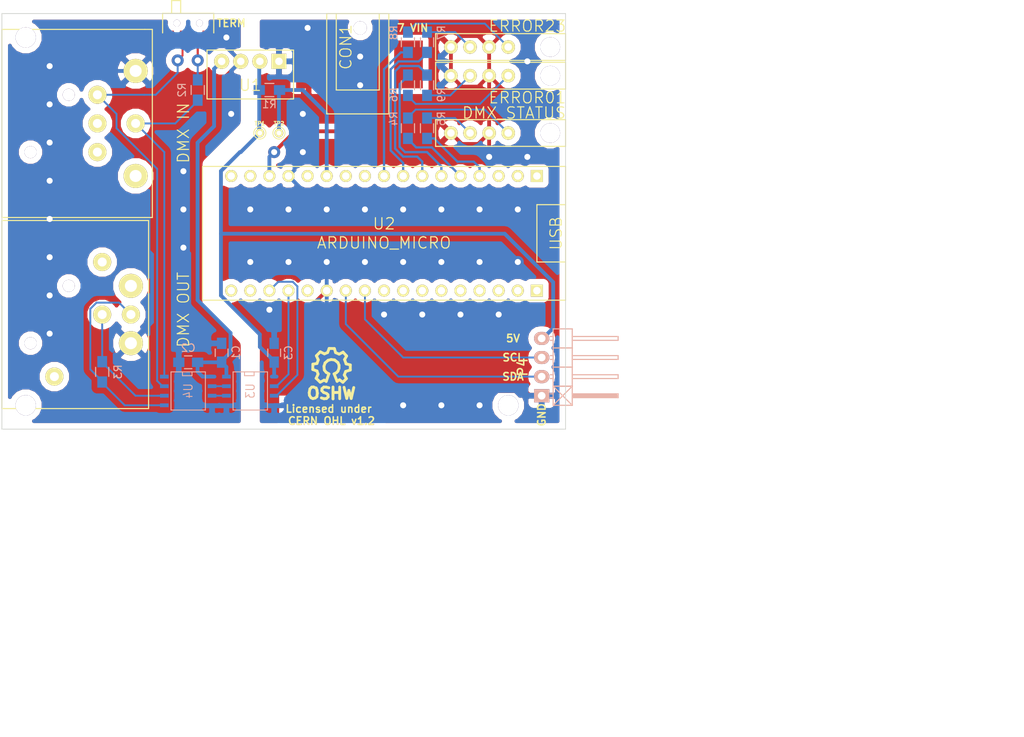
<source format=kicad_pcb>
(kicad_pcb (version 4) (host pcbnew "(2014-jul-16 BZR unknown)-product")

  (general
    (links 57)
    (no_connects 0)
    (area 125.679999 69.164999 200.710001 124.510001)
    (thickness 1.6)
    (drawings 13)
    (tracks 352)
    (zones 0)
    (modules 31)
    (nets 58)
  )

  (page A4)
  (title_block
    (title "Arduino Micro DMX Board")
    (date "20 nov 2014")
    (company "Copyright 2014 (c) Alexandre Tuleu")
    (comment 1 "Licensed under CERN OHL v 1.2 or Later")
  )

  (layers
    (0 F.Cu signal)
    (31 B.Cu signal)
    (32 B.Adhes user)
    (33 F.Adhes user)
    (34 B.Paste user)
    (35 F.Paste user)
    (36 B.SilkS user)
    (37 F.SilkS user)
    (38 B.Mask user)
    (39 F.Mask user)
    (40 Dwgs.User user)
    (41 Cmts.User user)
    (42 Eco1.User user)
    (43 Eco2.User user)
    (44 Edge.Cuts user)
    (45 Margin user)
    (46 B.CrtYd user)
    (47 F.CrtYd user)
    (48 B.Fab user)
    (49 F.Fab user)
  )

  (setup
    (last_trace_width 0.254)
    (user_trace_width 0.254)
    (user_trace_width 0.508)
    (trace_clearance 0.254)
    (zone_clearance 0.762)
    (zone_45_only no)
    (trace_min 0.254)
    (segment_width 0.2)
    (edge_width 0.1)
    (via_size 1.6)
    (via_drill 0.8)
    (via_min_size 0.889)
    (via_min_drill 0.5)
    (uvia_size 0.7)
    (uvia_drill 0.3)
    (uvias_allowed no)
    (uvia_min_size 0.508)
    (uvia_min_drill 0.127)
    (pcb_text_width 0.3)
    (pcb_text_size 1.5 1.5)
    (mod_edge_width 0.15)
    (mod_text_size 1 1)
    (mod_text_width 0.15)
    (pad_size 1.5 1.5)
    (pad_drill 0.6)
    (pad_to_mask_clearance 0)
    (aux_axis_origin 0 0)
    (visible_elements FFFFFF7F)
    (pcbplotparams
      (layerselection 0x00030_80000001)
      (usegerberextensions false)
      (excludeedgelayer true)
      (linewidth 0.100000)
      (plotframeref false)
      (viasonmask false)
      (mode 1)
      (useauxorigin false)
      (hpglpennumber 1)
      (hpglpenspeed 20)
      (hpglpendiameter 15)
      (hpglpenoverlay 2)
      (psnegative false)
      (psa4output false)
      (plotreference true)
      (plotvalue true)
      (plotinvisibletext false)
      (padsonsilk false)
      (subtractmaskfromsilk false)
      (outputformat 1)
      (mirror false)
      (drillshape 0)
      (scaleselection 1)
      (outputdirectory gerber))
  )

  (net 0 "")
  (net 1 +5VA)
  (net 2 GNDA)
  (net 3 +5V)
  (net 4 GND)
  (net 5 +BATT)
  (net 6 "Net-(CON1-Pad3)")
  (net 7 "Net-(D1-Pad1)")
  (net 8 "Net-(D1-Pad3)")
  (net 9 "Net-(D2-Pad1)")
  (net 10 "Net-(D2-Pad3)")
  (net 11 "Net-(D3-Pad1)")
  (net 12 "Net-(D3-Pad3)")
  (net 13 /DMX_IN_A)
  (net 14 /DMX_IN_B)
  (net 15 "Net-(P2-Pad4)")
  (net 16 "Net-(P2-Pad5)")
  (net 17 "Net-(P2-Pad6)")
  (net 18 /DMX_OUT_Y)
  (net 19 /DMX_OUT_Z)
  (net 20 "Net-(P3-Pad4)")
  (net 21 "Net-(P3-Pad5)")
  (net 22 "Net-(P3-Pad6)")
  (net 23 /I2C_SDA)
  (net 24 /I2C_SCL)
  (net 25 /5V_OUT)
  (net 26 /DMX_IN_STS)
  (net 27 /DMX_OUT_STS)
  (net 28 /ERR1)
  (net 29 /ERR2)
  (net 30 /ERR3)
  (net 31 /ERR4)
  (net 32 "Net-(SW1-Pad3)")
  (net 33 "Net-(U2-Pad1)")
  (net 34 "Net-(U2-Pad2)")
  (net 35 /DMX_IN)
  (net 36 /DMX_OUT)
  (net 37 "Net-(U2-Pad5)")
  (net 38 "Net-(U2-Pad9)")
  (net 39 "Net-(U2-Pad10)")
  (net 40 "Net-(U2-Pad11)")
  (net 41 "Net-(U2-Pad12)")
  (net 42 "Net-(U2-Pad13)")
  (net 43 "Net-(U2-Pad14)")
  (net 44 "Net-(U2-Pad15)")
  (net 45 "Net-(U2-Pad16)")
  (net 46 "Net-(U2-Pad17)")
  (net 47 "Net-(U2-Pad18)")
  (net 48 "Net-(U2-Pad19)")
  (net 49 "Net-(U2-Pad20)")
  (net 50 "Net-(U2-Pad27)")
  (net 51 "Net-(U2-Pad28)")
  (net 52 "Net-(U2-Pad30)")
  (net 53 "Net-(U2-Pad33)")
  (net 54 "Net-(U2-Pad34)")
  (net 55 /DMX_IN_INS)
  (net 56 /DMX_OUT_INS)
  (net 57 "Net-(R2-Pad2)")

  (net_class Default "This is the default net class."
    (clearance 0.254)
    (trace_width 0.254)
    (via_dia 1.6)
    (via_drill 0.8)
    (uvia_dia 0.7)
    (uvia_drill 0.3)
    (add_net /DMX_IN)
    (add_net /DMX_IN_A)
    (add_net /DMX_IN_B)
    (add_net /DMX_IN_INS)
    (add_net /DMX_IN_STS)
    (add_net /DMX_OUT)
    (add_net /DMX_OUT_INS)
    (add_net /DMX_OUT_STS)
    (add_net /DMX_OUT_Y)
    (add_net /DMX_OUT_Z)
    (add_net /ERR1)
    (add_net /ERR2)
    (add_net /ERR3)
    (add_net /ERR4)
    (add_net /I2C_SCL)
    (add_net /I2C_SDA)
    (add_net "Net-(CON1-Pad3)")
    (add_net "Net-(D1-Pad1)")
    (add_net "Net-(D1-Pad3)")
    (add_net "Net-(D2-Pad1)")
    (add_net "Net-(D2-Pad3)")
    (add_net "Net-(D3-Pad1)")
    (add_net "Net-(D3-Pad3)")
    (add_net "Net-(P2-Pad4)")
    (add_net "Net-(P2-Pad5)")
    (add_net "Net-(P2-Pad6)")
    (add_net "Net-(P3-Pad4)")
    (add_net "Net-(P3-Pad5)")
    (add_net "Net-(P3-Pad6)")
    (add_net "Net-(R2-Pad2)")
    (add_net "Net-(SW1-Pad3)")
    (add_net "Net-(U2-Pad1)")
    (add_net "Net-(U2-Pad10)")
    (add_net "Net-(U2-Pad11)")
    (add_net "Net-(U2-Pad12)")
    (add_net "Net-(U2-Pad13)")
    (add_net "Net-(U2-Pad14)")
    (add_net "Net-(U2-Pad15)")
    (add_net "Net-(U2-Pad16)")
    (add_net "Net-(U2-Pad17)")
    (add_net "Net-(U2-Pad18)")
    (add_net "Net-(U2-Pad19)")
    (add_net "Net-(U2-Pad2)")
    (add_net "Net-(U2-Pad20)")
    (add_net "Net-(U2-Pad27)")
    (add_net "Net-(U2-Pad28)")
    (add_net "Net-(U2-Pad30)")
    (add_net "Net-(U2-Pad33)")
    (add_net "Net-(U2-Pad34)")
    (add_net "Net-(U2-Pad5)")
    (add_net "Net-(U2-Pad9)")
  )

  (net_class POWER ""
    (clearance 0.3048)
    (trace_width 0.508)
    (via_dia 1.6)
    (via_drill 0.8)
    (uvia_dia 0.7)
    (uvia_drill 0.3)
    (add_net +5V)
    (add_net +5VA)
    (add_net +BATT)
    (add_net /5V_OUT)
    (add_net GND)
    (add_net GNDA)
  )

  (module "Project Library:NC5MBH" (layer F.Cu) (tedit 546DF150) (tstamp 546E2154)
    (at 125.73 83.82 90)
    (path /546CC553)
    (fp_text reference P2 (at 8 21.5 90) (layer F.SilkS) hide
      (effects (font (size 1.5 1.5) (thickness 0.15)))
    )
    (fp_text value "DMX IN" (at -1.27 24.13 90) (layer F.SilkS)
      (effects (font (size 1.5 1.5) (thickness 0.15)))
    )
    (fp_circle (center 3.81 8.89) (end 4.61 8.89) (layer Cmts.User) (width 0.15))
    (fp_circle (center -3.81 3.81) (end -3.01 3.81) (layer Cmts.User) (width 0.15))
    (fp_line (start -12.5 19) (end -12.5 20) (layer F.SilkS) (width 0.15))
    (fp_line (start 12.5 19) (end 12.5 20) (layer F.SilkS) (width 0.15))
    (fp_line (start -12.5 0) (end -12.5 19) (layer F.SilkS) (width 0.15))
    (fp_line (start -12.5 20) (end 12.5 20) (layer F.SilkS) (width 0.15))
    (fp_line (start 12.5 19) (end 12.5 0) (layer F.SilkS) (width 0.15))
    (fp_line (start 12.5 0) (end -12.5 0) (layer F.SilkS) (width 0.15))
    (pad 1 thru_hole circle (at 6.98 17.78 90) (size 3.2 3.2) (drill 1.6) (layers *.Cu *.Mask F.SilkS)
      (net 2 GNDA))
    (pad 2 thru_hole circle (at 3.81 12.7 90) (size 2.4 2.4) (drill 1.2) (layers *.Cu *.Mask F.SilkS)
      (net 14 /DMX_IN_B))
    (pad 3 thru_hole circle (at 0 17.78 90) (size 2.4 2.4) (drill 1.2) (layers *.Cu *.Mask F.SilkS)
      (net 13 /DMX_IN_A))
    (pad 4 thru_hole circle (at -3.81 12.7 90) (size 2.4 2.4) (drill 1.2) (layers *.Cu *.Mask F.SilkS)
      (net 15 "Net-(P2-Pad4)"))
    (pad 5 thru_hole circle (at -6.98 17.78 90) (size 3.2 3.2) (drill 1.6) (layers *.Cu *.Mask F.SilkS)
      (net 16 "Net-(P2-Pad5)"))
    (pad 6 thru_hole circle (at 0 12.7 90) (size 2.4 2.4) (drill 1.2) (layers *.Cu *.Mask F.SilkS)
      (net 17 "Net-(P2-Pad6)"))
    (pad ~ thru_hole circle (at 3.81 8.89 90) (size 1.6 1.6) (drill 1.6) (layers))
    (pad ~ thru_hole circle (at -3.81 3.81 90) (size 1.6 1.6) (drill 1.6) (layers))
  )

  (module "Project Library:ARDUINO_MICRO" (layer F.Cu) (tedit 546DC9BB) (tstamp 546E2131)
    (at 176.53 98.425 90)
    (path /546CBE49)
    (fp_text reference U2 (at 1.27 0 180) (layer F.SilkS)
      (effects (font (size 1.5 1.5) (thickness 0.15)))
    )
    (fp_text value ARDUINO_MICRO (at -1.27 0 180) (layer F.SilkS)
      (effects (font (size 1.5 1.5) (thickness 0.15)))
    )
    (fp_text user USB (at 0 22.86 90) (layer F.SilkS)
      (effects (font (size 1.5 1.5) (thickness 0.15)))
    )
    (fp_line (start -3.81 24.13) (end -3.81 20.32) (layer F.SilkS) (width 0.15))
    (fp_line (start -3.81 20.32) (end 3.81 20.32) (layer F.SilkS) (width 0.15))
    (fp_line (start 3.81 20.32) (end 3.81 24.13) (layer F.SilkS) (width 0.15))
    (fp_line (start -8.89 -24.13) (end 8.89 -24.13) (layer F.SilkS) (width 0.15))
    (fp_line (start 8.89 -24.13) (end 8.89 24.13) (layer F.SilkS) (width 0.15))
    (fp_line (start 8.89 24.13) (end -8.89 24.13) (layer F.SilkS) (width 0.15))
    (fp_line (start -8.89 24.13) (end -8.89 -24.13) (layer F.SilkS) (width 0.15))
    (pad 1 thru_hole circle (at -7.62 -20.32 90) (size 1.6 1.6) (drill 1) (layers *.Cu *.Mask F.SilkS)
      (net 33 "Net-(U2-Pad1)"))
    (pad 2 thru_hole circle (at -7.62 -17.78 90) (size 1.6 1.6) (drill 1) (layers *.Cu *.Mask F.SilkS)
      (net 34 "Net-(U2-Pad2)"))
    (pad 3 thru_hole circle (at -7.62 -15.24 90) (size 1.6 1.6) (drill 1) (layers *.Cu *.Mask F.SilkS)
      (net 36 /DMX_OUT))
    (pad 4 thru_hole circle (at -7.62 -12.7 90) (size 1.6 1.6) (drill 1) (layers *.Cu *.Mask F.SilkS)
      (net 35 /DMX_IN))
    (pad 5 thru_hole circle (at -7.62 -10.16 90) (size 1.6 1.6) (drill 1) (layers *.Cu *.Mask F.SilkS)
      (net 37 "Net-(U2-Pad5)"))
    (pad 6 thru_hole circle (at -7.62 -7.62 90) (size 1.6 1.6) (drill 1) (layers *.Cu *.Mask F.SilkS)
      (net 4 GND))
    (pad 7 thru_hole circle (at -7.62 -5.08 90) (size 1.6 1.6) (drill 1) (layers *.Cu *.Mask F.SilkS)
      (net 23 /I2C_SDA))
    (pad 8 thru_hole circle (at -7.62 -2.54 90) (size 1.6 1.6) (drill 1) (layers *.Cu *.Mask F.SilkS)
      (net 24 /I2C_SCL))
    (pad 9 thru_hole circle (at -7.62 0 90) (size 1.6 1.6) (drill 1) (layers *.Cu *.Mask F.SilkS)
      (net 38 "Net-(U2-Pad9)"))
    (pad 10 thru_hole circle (at -7.62 2.54 90) (size 1.6 1.6) (drill 1) (layers *.Cu *.Mask F.SilkS)
      (net 39 "Net-(U2-Pad10)"))
    (pad 11 thru_hole circle (at -7.62 5.08 90) (size 1.6 1.6) (drill 1) (layers *.Cu *.Mask F.SilkS)
      (net 40 "Net-(U2-Pad11)"))
    (pad 12 thru_hole circle (at -7.62 7.62 90) (size 1.6 1.6) (drill 1) (layers *.Cu *.Mask F.SilkS)
      (net 41 "Net-(U2-Pad12)"))
    (pad 13 thru_hole circle (at -7.62 10.16 90) (size 1.6 1.6) (drill 1) (layers *.Cu *.Mask F.SilkS)
      (net 42 "Net-(U2-Pad13)"))
    (pad 14 thru_hole circle (at -7.62 12.7 90) (size 1.6 1.6) (drill 1) (layers *.Cu *.Mask F.SilkS)
      (net 43 "Net-(U2-Pad14)"))
    (pad 15 thru_hole circle (at -7.62 15.24 90) (size 1.6 1.6) (drill 1) (layers *.Cu *.Mask F.SilkS)
      (net 44 "Net-(U2-Pad15)"))
    (pad 16 thru_hole circle (at -7.62 17.78 90) (size 1.6 1.6) (drill 1) (layers *.Cu *.Mask F.SilkS)
      (net 45 "Net-(U2-Pad16)"))
    (pad 17 thru_hole rect (at -7.62 20.32 90) (size 1.6 1.6) (drill 1) (layers *.Cu *.Mask F.SilkS)
      (net 46 "Net-(U2-Pad17)"))
    (pad 18 thru_hole rect (at 7.62 20.32 90) (size 1.6 1.6) (drill 1) (layers *.Cu *.Mask F.SilkS)
      (net 47 "Net-(U2-Pad18)"))
    (pad 19 thru_hole circle (at 7.62 17.78 90) (size 1.6 1.6) (drill 1) (layers *.Cu *.Mask F.SilkS)
      (net 48 "Net-(U2-Pad19)"))
    (pad 20 thru_hole circle (at 7.62 15.24 90) (size 1.6 1.6) (drill 1) (layers *.Cu *.Mask F.SilkS)
      (net 49 "Net-(U2-Pad20)"))
    (pad 21 thru_hole circle (at 7.62 12.7 90) (size 1.6 1.6) (drill 1) (layers *.Cu *.Mask F.SilkS)
      (net 27 /DMX_OUT_STS))
    (pad 22 thru_hole circle (at 7.62 10.16 90) (size 1.6 1.6) (drill 1) (layers *.Cu *.Mask F.SilkS)
      (net 26 /DMX_IN_STS))
    (pad 23 thru_hole circle (at 7.62 7.62 90) (size 1.6 1.6) (drill 1) (layers *.Cu *.Mask F.SilkS)
      (net 28 /ERR1))
    (pad 24 thru_hole circle (at 7.62 5.08 90) (size 1.6 1.6) (drill 1) (layers *.Cu *.Mask F.SilkS)
      (net 29 /ERR2))
    (pad 25 thru_hole circle (at 7.62 2.54 90) (size 1.6 1.6) (drill 1) (layers *.Cu *.Mask F.SilkS)
      (net 31 /ERR4))
    (pad 26 thru_hole circle (at 7.62 0 90) (size 1.6 1.6) (drill 1) (layers *.Cu *.Mask F.SilkS)
      (net 30 /ERR3))
    (pad 27 thru_hole circle (at 7.62 -2.54 90) (size 1.6 1.6) (drill 1) (layers *.Cu *.Mask F.SilkS)
      (net 50 "Net-(U2-Pad27)"))
    (pad 28 thru_hole circle (at 7.62 -5.08 90) (size 1.6 1.6) (drill 1) (layers *.Cu *.Mask F.SilkS)
      (net 51 "Net-(U2-Pad28)"))
    (pad 29 thru_hole circle (at 7.62 -7.62 90) (size 1.6 1.6) (drill 1) (layers *.Cu *.Mask F.SilkS)
      (net 25 /5V_OUT))
    (pad 30 thru_hole circle (at 7.62 -10.16 90) (size 1.6 1.6) (drill 1) (layers *.Cu *.Mask F.SilkS)
      (net 52 "Net-(U2-Pad30)"))
    (pad 31 thru_hole circle (at 7.62 -12.7 90) (size 1.6 1.6) (drill 1) (layers *.Cu *.Mask F.SilkS)
      (net 4 GND))
    (pad 32 thru_hole circle (at 7.62 -15.24 90) (size 1.6 1.6) (drill 1) (layers *.Cu *.Mask F.SilkS)
      (net 5 +BATT))
    (pad 33 thru_hole circle (at 7.62 -17.78 90) (size 1.6 1.6) (drill 1) (layers *.Cu *.Mask F.SilkS)
      (net 53 "Net-(U2-Pad33)"))
    (pad 34 thru_hole circle (at 7.62 -20.32 90) (size 1.6 1.6) (drill 1) (layers *.Cu *.Mask F.SilkS)
      (net 54 "Net-(U2-Pad34)"))
  )

  (module "Project Library:SSF-LXG22573" (layer F.Cu) (tedit 546DFF99) (tstamp 546E213F)
    (at 193.04 73.66 90)
    (path /546DF49C)
    (fp_text reference D3 (at 3.048 -1.016 180) (layer F.SilkS) hide
      (effects (font (size 1.5 1.5) (thickness 0.15)))
    )
    (fp_text value ERROR23 (at 2.794 2.54 180) (layer F.SilkS)
      (effects (font (size 1.5 1.5) (thickness 0.15)))
    )
    (fp_line (start -1.778 7.62) (end 1.778 7.62) (layer F.SilkS) (width 0.15))
    (fp_line (start 1.778 7.62) (end 1.778 -9.652) (layer F.SilkS) (width 0.15))
    (fp_line (start 1.778 -9.652) (end -1.778 -9.652) (layer F.SilkS) (width 0.15))
    (fp_line (start -1.778 -9.652) (end -1.778 7.62) (layer F.SilkS) (width 0.15))
    (fp_circle (center 0 5.588) (end 1.27 5.588) (layer Cmts.User) (width 0.15))
    (pad 1 thru_hole circle (at 0 0 90) (size 1.8 1.8) (drill 1) (layers *.Cu *.Mask F.SilkS)
      (net 11 "Net-(D3-Pad1)"))
    (pad 2 thru_hole circle (at 0 -2.54 90) (size 1.8 1.8) (drill 1) (layers *.Cu *.Mask F.SilkS)
      (net 4 GND))
    (pad 3 thru_hole circle (at 0 -5.08 90) (size 1.8 1.8) (drill 1) (layers *.Cu *.Mask F.SilkS)
      (net 12 "Net-(D3-Pad3)"))
    (pad 4 thru_hole circle (at 0 -7.62 90) (size 1.8 1.8) (drill 1) (layers *.Cu *.Mask F.SilkS)
      (net 4 GND))
    (pad ~ thru_hole circle (at 0 5.59 90) (size 2.6 2.6) (drill 2.6) (layers))
  )

  (module Capacitors_SMD:C_0805_HandSoldering (layer B.Cu) (tedit 546DEFCE) (tstamp 546E212F)
    (at 154.94 114.3 90)
    (descr "Capacitor SMD 0805, hand soldering")
    (tags "capacitor 0805")
    (path /546CD1B6)
    (attr smd)
    (fp_text reference C1 (at 0 1.905 90) (layer B.SilkS)
      (effects (font (size 1 1) (thickness 0.15)) (justify mirror))
    )
    (fp_text value 100nF (at 0 2.1 90) (layer B.SilkS) hide
      (effects (font (size 1 1) (thickness 0.15)) (justify mirror))
    )
    (fp_line (start -2.3 1) (end 2.3 1) (layer B.CrtYd) (width 0.05))
    (fp_line (start -2.3 -1) (end 2.3 -1) (layer B.CrtYd) (width 0.05))
    (fp_line (start -2.3 1) (end -2.3 -1) (layer B.CrtYd) (width 0.05))
    (fp_line (start 2.3 1) (end 2.3 -1) (layer B.CrtYd) (width 0.05))
    (fp_line (start 0.5 0.85) (end -0.5 0.85) (layer B.SilkS) (width 0.15))
    (fp_line (start -0.5 -0.85) (end 0.5 -0.85) (layer B.SilkS) (width 0.15))
    (pad 1 smd rect (at -1.25 0 90) (size 1.5 1.25) (layers B.Cu B.Paste B.Mask)
      (net 1 +5VA))
    (pad 2 smd rect (at 1.25 0 90) (size 1.5 1.25) (layers B.Cu B.Paste B.Mask)
      (net 2 GNDA))
    (model Capacitors_SMD/C_0805N.wrl
      (at (xyz 0 0 0))
      (scale (xyz 1 1 1))
      (rotate (xyz 0 0 0))
    )
  )

  (module Capacitors_SMD:C_0805_HandSoldering (layer B.Cu) (tedit 546DEFCB) (tstamp 546E2125)
    (at 150.495 115.57 180)
    (descr "Capacitor SMD 0805, hand soldering")
    (tags "capacitor 0805")
    (path /546CCD24)
    (attr smd)
    (fp_text reference C2 (at 0 1.905 180) (layer B.SilkS)
      (effects (font (size 1 1) (thickness 0.15)) (justify mirror))
    )
    (fp_text value 100nF (at 0 2.1 180) (layer B.SilkS) hide
      (effects (font (size 1 1) (thickness 0.15)) (justify mirror))
    )
    (fp_line (start -2.3 1) (end 2.3 1) (layer B.CrtYd) (width 0.05))
    (fp_line (start -2.3 -1) (end 2.3 -1) (layer B.CrtYd) (width 0.05))
    (fp_line (start -2.3 1) (end -2.3 -1) (layer B.CrtYd) (width 0.05))
    (fp_line (start 2.3 1) (end 2.3 -1) (layer B.CrtYd) (width 0.05))
    (fp_line (start 0.5 0.85) (end -0.5 0.85) (layer B.SilkS) (width 0.15))
    (fp_line (start -0.5 -0.85) (end 0.5 -0.85) (layer B.SilkS) (width 0.15))
    (pad 1 smd rect (at -1.25 0 180) (size 1.5 1.25) (layers B.Cu B.Paste B.Mask)
      (net 1 +5VA))
    (pad 2 smd rect (at 1.25 0 180) (size 1.5 1.25) (layers B.Cu B.Paste B.Mask)
      (net 2 GNDA))
    (model Capacitors_SMD/C_0805N.wrl
      (at (xyz 0 0 0))
      (scale (xyz 1 1 1))
      (rotate (xyz 0 0 0))
    )
  )

  (module Capacitors_SMD:C_0805_HandSoldering (layer B.Cu) (tedit 546DEFD7) (tstamp 546E2139)
    (at 161.925 114.3 90)
    (descr "Capacitor SMD 0805, hand soldering")
    (tags "capacitor 0805")
    (path /546CD217)
    (attr smd)
    (fp_text reference C3 (at 0 1.905 90) (layer B.SilkS)
      (effects (font (size 1 1) (thickness 0.15)) (justify mirror))
    )
    (fp_text value 100nF (at 0 2.1 90) (layer B.SilkS) hide
      (effects (font (size 1 1) (thickness 0.15)) (justify mirror))
    )
    (fp_line (start -2.3 1) (end 2.3 1) (layer B.CrtYd) (width 0.05))
    (fp_line (start -2.3 -1) (end 2.3 -1) (layer B.CrtYd) (width 0.05))
    (fp_line (start -2.3 1) (end -2.3 -1) (layer B.CrtYd) (width 0.05))
    (fp_line (start 2.3 1) (end 2.3 -1) (layer B.CrtYd) (width 0.05))
    (fp_line (start 0.5 0.85) (end -0.5 0.85) (layer B.SilkS) (width 0.15))
    (fp_line (start -0.5 -0.85) (end 0.5 -0.85) (layer B.SilkS) (width 0.15))
    (pad 1 smd rect (at -1.25 0 90) (size 1.5 1.25) (layers B.Cu B.Paste B.Mask)
      (net 3 +5V))
    (pad 2 smd rect (at 1.25 0 90) (size 1.5 1.25) (layers B.Cu B.Paste B.Mask)
      (net 4 GND))
    (model Capacitors_SMD/C_0805N.wrl
      (at (xyz 0 0 0))
      (scale (xyz 1 1 1))
      (rotate (xyz 0 0 0))
    )
  )

  (module "Project Library:RASM-712PX" (layer F.Cu) (tedit 546DF15D) (tstamp 546E2113)
    (at 173.355 69.215 180)
    (path /546DDE06)
    (fp_text reference CON1 (at 1.905 -4.445 270) (layer F.SilkS)
      (effects (font (size 1.5 1.5) (thickness 0.15)))
    )
    (fp_text value BARREL_JACK (at -10.16 -3.175 270) (layer F.SilkS) hide
      (effects (font (size 1.5 1.5) (thickness 0.15)))
    )
    (fp_line (start -2.54 0) (end -2.54 -10.16) (layer F.SilkS) (width 0.15))
    (fp_line (start -2.54 -10.16) (end 3.175 -10.16) (layer F.SilkS) (width 0.15))
    (fp_line (start 3.175 -10.16) (end 3.175 0) (layer F.SilkS) (width 0.15))
    (fp_line (start -3.81 0) (end 4.445 0) (layer F.SilkS) (width 0.15))
    (fp_line (start 4.445 0) (end 4.445 -13.335) (layer F.SilkS) (width 0.15))
    (fp_line (start 4.445 -13.335) (end -3.81 -13.335) (layer F.SilkS) (width 0.15))
    (fp_line (start -3.81 -13.335) (end -3.81 0) (layer F.SilkS) (width 0.15))
    (fp_circle (center 0 -1.905) (end 1.143 -1.905) (layer Cmts.User) (width 0.15))
    (pad 1 smd rect (at 0.762 -15.6464 180) (size 3.302 4.064) (layers F.Cu F.Paste F.Mask)
      (net 5 +BATT))
    (pad 2 smd rect (at 6.858 -6.7564 180) (size 3.302 6.35) (layers F.Cu F.Paste F.Mask)
      (net 4 GND))
    (pad 3 smd rect (at -6.4262 -6.7564 180) (size 3.81 6.35) (layers F.Cu F.Paste F.Mask)
      (net 6 "Net-(CON1-Pad3)"))
    (pad 4 thru_hole circle (at 0 -1.905 180) (size 1.778 1.778) (drill 1.778) (layers *.Cu))
  )

  (module "Project Library:NC5FBH" (layer F.Cu) (tedit 546DF153) (tstamp 546E2121)
    (at 125.73 109.22 90)
    (path /546CCA08)
    (fp_text reference P3 (at 8.5 21 90) (layer F.SilkS) hide
      (effects (font (size 1.5 1.5) (thickness 0.15)))
    )
    (fp_text value "DMX OUT" (at 0.635 24.13 90) (layer F.SilkS)
      (effects (font (size 1.5 1.5) (thickness 0.15)))
    )
    (fp_circle (center 3.81 8.89) (end 4.61 8.89) (layer Cmts.User) (width 0.15))
    (fp_circle (center -3.81 3.81) (end -3.01 3.78) (layer Cmts.User) (width 0.15))
    (fp_line (start -12.5 0) (end -12.5 19.5) (layer F.SilkS) (width 0.15))
    (fp_line (start -12.5 19.5) (end 12.5 19.5) (layer F.SilkS) (width 0.15))
    (fp_line (start 12.5 19.5) (end 12.5 0) (layer F.SilkS) (width 0.15))
    (fp_line (start 12.5 0) (end -12.5 0) (layer F.SilkS) (width 0.15))
    (pad 1 thru_hole circle (at -3.81 17.15 90) (size 3.2 3.2) (drill 1.6) (layers *.Cu *.Mask F.SilkS)
      (net 2 GNDA))
    (pad 2 thru_hole circle (at 0 13.335 90) (size 2.4 2.4) (drill 1.2) (layers *.Cu *.Mask F.SilkS)
      (net 19 /DMX_OUT_Z))
    (pad 3 thru_hole circle (at 0 17.15 90) (size 2.4 2.4) (drill 1.2) (layers *.Cu *.Mask F.SilkS)
      (net 18 /DMX_OUT_Y))
    (pad 4 thru_hole circle (at 6.98 13.335 90) (size 2.4 2.4) (drill 1.2) (layers *.Cu *.Mask F.SilkS)
      (net 20 "Net-(P3-Pad4)"))
    (pad 5 thru_hole circle (at 3.81 17.15 90) (size 3.2 3.2) (drill 1.6) (layers *.Cu *.Mask F.SilkS)
      (net 21 "Net-(P3-Pad5)"))
    (pad 6 thru_hole circle (at -8.25 6.98 90) (size 2.4 2.4) (drill 1.2) (layers *.Cu *.Mask F.SilkS)
      (net 22 "Net-(P3-Pad6)"))
    (pad ~ thru_hole circle (at -3.81 3.81 90) (size 1.6 1.6) (drill 1.6) (layers))
    (pad ~ thru_hole circle (at 3.81 8.89 90) (size 1.6 1.6) (drill 1.6) (layers))
  )

  (module Pin_Headers:Pin_Header_Angled_1x04 (layer B.Cu) (tedit 546DEE1A) (tstamp 546E212D)
    (at 197.485 116.205 90)
    (descr "Through hole pin header")
    (tags "pin header")
    (path /546CF3B0)
    (fp_text reference P4 (at 0 -2.54 90) (layer F.SilkS)
      (effects (font (size 1.27 1.27) (thickness 0.2032)))
    )
    (fp_text value "I2C OUT" (at 0 0 90) (layer B.SilkS) hide
      (effects (font (size 1.27 1.27) (thickness 0.2032)) (justify mirror))
    )
    (fp_line (start -2.54 4.064) (end -5.08 1.524) (layer B.SilkS) (width 0.15))
    (fp_line (start -5.08 4.064) (end -2.54 1.524) (layer B.SilkS) (width 0.15))
    (fp_line (start -3.937 4.191) (end -3.937 10.033) (layer B.SilkS) (width 0.15))
    (fp_line (start -3.937 10.033) (end -3.683 10.033) (layer B.SilkS) (width 0.15))
    (fp_line (start -3.683 10.033) (end -3.683 4.191) (layer B.SilkS) (width 0.15))
    (fp_line (start -3.683 4.191) (end -3.81 4.191) (layer B.SilkS) (width 0.15))
    (fp_line (start -3.81 4.191) (end -3.81 10.033) (layer B.SilkS) (width 0.15))
    (fp_line (start -4.064 1.524) (end -4.064 1.143) (layer B.SilkS) (width 0.15))
    (fp_line (start -3.556 1.524) (end -3.556 1.143) (layer B.SilkS) (width 0.15))
    (fp_line (start -1.524 1.524) (end -1.524 1.143) (layer B.SilkS) (width 0.15))
    (fp_line (start -1.016 1.524) (end -1.016 1.143) (layer B.SilkS) (width 0.15))
    (fp_line (start 1.016 1.524) (end 1.016 1.143) (layer B.SilkS) (width 0.15))
    (fp_line (start 1.524 1.524) (end 1.524 1.143) (layer B.SilkS) (width 0.15))
    (fp_line (start 4.064 1.524) (end 4.064 1.143) (layer B.SilkS) (width 0.15))
    (fp_line (start 3.556 1.524) (end 3.556 1.143) (layer B.SilkS) (width 0.15))
    (fp_line (start -5.08 1.524) (end -5.08 4.064) (layer B.SilkS) (width 0.15))
    (fp_line (start -2.54 1.524) (end -2.54 4.064) (layer B.SilkS) (width 0.15))
    (fp_line (start -2.54 1.524) (end 0 1.524) (layer B.SilkS) (width 0.15))
    (fp_line (start 0 1.524) (end 0 4.064) (layer B.SilkS) (width 0.15))
    (fp_line (start -1.524 4.064) (end -1.524 10.16) (layer B.SilkS) (width 0.15))
    (fp_line (start -1.524 10.16) (end -1.016 10.16) (layer B.SilkS) (width 0.15))
    (fp_line (start -1.016 10.16) (end -1.016 4.064) (layer B.SilkS) (width 0.15))
    (fp_line (start 0 4.064) (end -2.54 4.064) (layer B.SilkS) (width 0.15))
    (fp_line (start -2.54 4.064) (end -5.08 4.064) (layer B.SilkS) (width 0.15))
    (fp_line (start -3.556 10.16) (end -3.556 4.064) (layer B.SilkS) (width 0.15))
    (fp_line (start -4.064 10.16) (end -3.556 10.16) (layer B.SilkS) (width 0.15))
    (fp_line (start -4.064 4.064) (end -4.064 10.16) (layer B.SilkS) (width 0.15))
    (fp_line (start -2.54 1.524) (end -2.54 4.064) (layer B.SilkS) (width 0.15))
    (fp_line (start -5.08 1.524) (end -2.54 1.524) (layer B.SilkS) (width 0.15))
    (fp_line (start 2.54 1.524) (end 2.54 4.064) (layer B.SilkS) (width 0.15))
    (fp_line (start 2.54 1.524) (end 5.08 1.524) (layer B.SilkS) (width 0.15))
    (fp_line (start 5.08 1.524) (end 5.08 4.064) (layer B.SilkS) (width 0.15))
    (fp_line (start 3.556 4.064) (end 3.556 10.16) (layer B.SilkS) (width 0.15))
    (fp_line (start 3.556 10.16) (end 4.064 10.16) (layer B.SilkS) (width 0.15))
    (fp_line (start 4.064 10.16) (end 4.064 4.064) (layer B.SilkS) (width 0.15))
    (fp_line (start 5.08 4.064) (end 2.54 4.064) (layer B.SilkS) (width 0.15))
    (fp_line (start 2.54 4.064) (end 0 4.064) (layer B.SilkS) (width 0.15))
    (fp_line (start 1.524 10.16) (end 1.524 4.064) (layer B.SilkS) (width 0.15))
    (fp_line (start 1.016 10.16) (end 1.524 10.16) (layer B.SilkS) (width 0.15))
    (fp_line (start 1.016 4.064) (end 1.016 10.16) (layer B.SilkS) (width 0.15))
    (fp_line (start 2.54 1.524) (end 2.54 4.064) (layer B.SilkS) (width 0.15))
    (fp_line (start 0 1.524) (end 2.54 1.524) (layer B.SilkS) (width 0.15))
    (fp_line (start 0 1.524) (end 0 4.064) (layer B.SilkS) (width 0.15))
    (pad 1 thru_hole rect (at -3.81 0 90) (size 1.7272 2.032) (drill 1.016) (layers *.Cu *.Mask B.SilkS)
      (net 4 GND))
    (pad 2 thru_hole oval (at -1.27 0 90) (size 1.7272 2.032) (drill 1.016) (layers *.Cu *.Mask B.SilkS)
      (net 23 /I2C_SDA))
    (pad 3 thru_hole oval (at 1.27 0 90) (size 1.7272 2.032) (drill 1.016) (layers *.Cu *.Mask B.SilkS)
      (net 24 /I2C_SCL))
    (pad 4 thru_hole oval (at 3.81 0 90) (size 1.7272 2.032) (drill 1.016) (layers *.Cu *.Mask B.SilkS)
      (net 3 +5V))
    (model Pin_Headers/Pin_Header_Angled_1x04.wrl
      (at (xyz 0 0 0))
      (scale (xyz 1 1 1))
      (rotate (xyz 0 0 0))
    )
  )

  (module Resistors_SMD:R_0805_HandSoldering (layer B.Cu) (tedit 546E0358) (tstamp 546E214B)
    (at 161.29 79.375)
    (descr "Resistor SMD 0805, hand soldering")
    (tags "resistor 0805")
    (path /546DC4D1)
    (attr smd)
    (fp_text reference R1 (at 0 1.905) (layer B.SilkS)
      (effects (font (size 1 1) (thickness 0.15)) (justify mirror))
    )
    (fp_text value 0.005 (at 0 2.1) (layer B.SilkS) hide
      (effects (font (size 1 1) (thickness 0.15)) (justify mirror))
    )
    (fp_line (start -2.4 1) (end 2.4 1) (layer B.CrtYd) (width 0.05))
    (fp_line (start -2.4 -1) (end 2.4 -1) (layer B.CrtYd) (width 0.05))
    (fp_line (start -2.4 1) (end -2.4 -1) (layer B.CrtYd) (width 0.05))
    (fp_line (start 2.4 1) (end 2.4 -1) (layer B.CrtYd) (width 0.05))
    (fp_line (start 0.6 -0.875) (end -0.6 -0.875) (layer B.SilkS) (width 0.15))
    (fp_line (start -0.6 0.875) (end 0.6 0.875) (layer B.SilkS) (width 0.15))
    (pad 1 smd rect (at -1.35 0) (size 1.5 1.3) (layers B.Cu B.Paste B.Mask)
      (net 3 +5V))
    (pad 2 smd rect (at 1.35 0) (size 1.5 1.3) (layers B.Cu B.Paste B.Mask)
      (net 25 /5V_OUT))
    (model Resistors_SMD/R_0805.wrl
      (at (xyz 0 0 0))
      (scale (xyz 1 1 1))
      (rotate (xyz 0 0 0))
    )
  )

  (module Resistors_SMD:R_0805_HandSoldering (layer B.Cu) (tedit 546E1840) (tstamp 546E214D)
    (at 151.765 79.375 90)
    (descr "Resistor SMD 0805, hand soldering")
    (tags "resistor 0805")
    (path /546CC8AE)
    (attr smd)
    (fp_text reference R2 (at 0 -2.1 90) (layer B.SilkS)
      (effects (font (size 1 1) (thickness 0.15)) (justify mirror))
    )
    (fp_text value 120 (at 0 2.1 90) (layer B.SilkS) hide
      (effects (font (size 1 1) (thickness 0.15)) (justify mirror))
    )
    (fp_line (start -2.4 1) (end 2.4 1) (layer B.CrtYd) (width 0.05))
    (fp_line (start -2.4 -1) (end 2.4 -1) (layer B.CrtYd) (width 0.05))
    (fp_line (start -2.4 1) (end -2.4 -1) (layer B.CrtYd) (width 0.05))
    (fp_line (start 2.4 1) (end 2.4 -1) (layer B.CrtYd) (width 0.05))
    (fp_line (start 0.6 -0.875) (end -0.6 -0.875) (layer B.SilkS) (width 0.15))
    (fp_line (start -0.6 0.875) (end 0.6 0.875) (layer B.SilkS) (width 0.15))
    (pad 1 smd rect (at -1.35 0 90) (size 1.5 1.3) (layers B.Cu B.Paste B.Mask)
      (net 13 /DMX_IN_A))
    (pad 2 smd rect (at 1.35 0 90) (size 1.5 1.3) (layers B.Cu B.Paste B.Mask)
      (net 57 "Net-(R2-Pad2)"))
    (model Resistors_SMD/R_0805.wrl
      (at (xyz 0 0 0))
      (scale (xyz 1 1 1))
      (rotate (xyz 0 0 0))
    )
  )

  (module Resistors_SMD:R_0805_HandSoldering (layer B.Cu) (tedit 546E1846) (tstamp 546E211D)
    (at 139.065 116.84 270)
    (descr "Resistor SMD 0805, hand soldering")
    (tags "resistor 0805")
    (path /546CD6EF)
    (attr smd)
    (fp_text reference R3 (at 0 -2.1 270) (layer B.SilkS)
      (effects (font (size 1 1) (thickness 0.15)) (justify mirror))
    )
    (fp_text value 120 (at 0 2.1 270) (layer B.SilkS) hide
      (effects (font (size 1 1) (thickness 0.15)) (justify mirror))
    )
    (fp_line (start -2.4 1) (end 2.4 1) (layer B.CrtYd) (width 0.05))
    (fp_line (start -2.4 -1) (end 2.4 -1) (layer B.CrtYd) (width 0.05))
    (fp_line (start -2.4 1) (end -2.4 -1) (layer B.CrtYd) (width 0.05))
    (fp_line (start 2.4 1) (end 2.4 -1) (layer B.CrtYd) (width 0.05))
    (fp_line (start 0.6 -0.875) (end -0.6 -0.875) (layer B.SilkS) (width 0.15))
    (fp_line (start -0.6 0.875) (end 0.6 0.875) (layer B.SilkS) (width 0.15))
    (pad 1 smd rect (at -1.35 0 270) (size 1.5 1.3) (layers B.Cu B.Paste B.Mask)
      (net 19 /DMX_OUT_Z))
    (pad 2 smd rect (at 1.35 0 270) (size 1.5 1.3) (layers B.Cu B.Paste B.Mask)
      (net 18 /DMX_OUT_Y))
    (model Resistors_SMD/R_0805.wrl
      (at (xyz 0 0 0))
      (scale (xyz 1 1 1))
      (rotate (xyz 0 0 0))
    )
  )

  (module Resistors_SMD:R_0805_HandSoldering (layer B.Cu) (tedit 546DF165) (tstamp 546E2115)
    (at 179.705 84.455 90)
    (descr "Resistor SMD 0805, hand soldering")
    (tags "resistor 0805")
    (path /546CF828)
    (attr smd)
    (fp_text reference R4 (at 1.27 -1.905 90) (layer B.SilkS)
      (effects (font (size 1 1) (thickness 0.15)) (justify mirror))
    )
    (fp_text value 110 (at 0 2.1 90) (layer B.SilkS) hide
      (effects (font (size 1 1) (thickness 0.15)) (justify mirror))
    )
    (fp_line (start -2.4 1) (end 2.4 1) (layer B.CrtYd) (width 0.05))
    (fp_line (start -2.4 -1) (end 2.4 -1) (layer B.CrtYd) (width 0.05))
    (fp_line (start -2.4 1) (end -2.4 -1) (layer B.CrtYd) (width 0.05))
    (fp_line (start 2.4 1) (end 2.4 -1) (layer B.CrtYd) (width 0.05))
    (fp_line (start 0.6 -0.875) (end -0.6 -0.875) (layer B.SilkS) (width 0.15))
    (fp_line (start -0.6 0.875) (end 0.6 0.875) (layer B.SilkS) (width 0.15))
    (pad 1 smd rect (at -1.35 0 90) (size 1.5 1.3) (layers B.Cu B.Paste B.Mask)
      (net 26 /DMX_IN_STS))
    (pad 2 smd rect (at 1.35 0 90) (size 1.5 1.3) (layers B.Cu B.Paste B.Mask)
      (net 7 "Net-(D1-Pad1)"))
    (model Resistors_SMD/R_0805.wrl
      (at (xyz 0 0 0))
      (scale (xyz 1 1 1))
      (rotate (xyz 0 0 0))
    )
  )

  (module Resistors_SMD:R_0805_HandSoldering (layer B.Cu) (tedit 546DF167) (tstamp 546E213D)
    (at 182.245 84.455 90)
    (descr "Resistor SMD 0805, hand soldering")
    (tags "resistor 0805")
    (path /546CF9C5)
    (attr smd)
    (fp_text reference R5 (at 1.27 1.905 270) (layer B.SilkS)
      (effects (font (size 1 1) (thickness 0.15)) (justify mirror))
    )
    (fp_text value 110 (at 0 2.1 90) (layer B.SilkS) hide
      (effects (font (size 1 1) (thickness 0.15)) (justify mirror))
    )
    (fp_line (start -2.4 1) (end 2.4 1) (layer B.CrtYd) (width 0.05))
    (fp_line (start -2.4 -1) (end 2.4 -1) (layer B.CrtYd) (width 0.05))
    (fp_line (start -2.4 1) (end -2.4 -1) (layer B.CrtYd) (width 0.05))
    (fp_line (start 2.4 1) (end 2.4 -1) (layer B.CrtYd) (width 0.05))
    (fp_line (start 0.6 -0.875) (end -0.6 -0.875) (layer B.SilkS) (width 0.15))
    (fp_line (start -0.6 0.875) (end 0.6 0.875) (layer B.SilkS) (width 0.15))
    (pad 1 smd rect (at -1.35 0 90) (size 1.5 1.3) (layers B.Cu B.Paste B.Mask)
      (net 27 /DMX_OUT_STS))
    (pad 2 smd rect (at 1.35 0 90) (size 1.5 1.3) (layers B.Cu B.Paste B.Mask)
      (net 8 "Net-(D1-Pad3)"))
    (model Resistors_SMD/R_0805.wrl
      (at (xyz 0 0 0))
      (scale (xyz 1 1 1))
      (rotate (xyz 0 0 0))
    )
  )

  (module Resistors_SMD:R_0805_HandSoldering (layer B.Cu) (tedit 546DF16E) (tstamp 546E2111)
    (at 179.705 78.74 270)
    (descr "Resistor SMD 0805, hand soldering")
    (tags "resistor 0805")
    (path /546CFA0D)
    (attr smd)
    (fp_text reference R6 (at 1.27 1.905 270) (layer B.SilkS)
      (effects (font (size 1 1) (thickness 0.15)) (justify mirror))
    )
    (fp_text value 110 (at 0 2.1 270) (layer B.SilkS) hide
      (effects (font (size 1 1) (thickness 0.15)) (justify mirror))
    )
    (fp_line (start -2.4 1) (end 2.4 1) (layer B.CrtYd) (width 0.05))
    (fp_line (start -2.4 -1) (end 2.4 -1) (layer B.CrtYd) (width 0.05))
    (fp_line (start -2.4 1) (end -2.4 -1) (layer B.CrtYd) (width 0.05))
    (fp_line (start 2.4 1) (end 2.4 -1) (layer B.CrtYd) (width 0.05))
    (fp_line (start 0.6 -0.875) (end -0.6 -0.875) (layer B.SilkS) (width 0.15))
    (fp_line (start -0.6 0.875) (end 0.6 0.875) (layer B.SilkS) (width 0.15))
    (pad 1 smd rect (at -1.35 0 270) (size 1.5 1.3) (layers B.Cu B.Paste B.Mask)
      (net 28 /ERR1))
    (pad 2 smd rect (at 1.35 0 270) (size 1.5 1.3) (layers B.Cu B.Paste B.Mask)
      (net 9 "Net-(D2-Pad1)"))
    (model Resistors_SMD/R_0805.wrl
      (at (xyz 0 0 0))
      (scale (xyz 1 1 1))
      (rotate (xyz 0 0 0))
    )
  )

  (module Resistors_SMD:R_0805_HandSoldering (layer B.Cu) (tedit 546DF16B) (tstamp 546E2119)
    (at 182.245 78.74 270)
    (descr "Resistor SMD 0805, hand soldering")
    (tags "resistor 0805")
    (path /546CFA52)
    (attr smd)
    (fp_text reference R7 (at -6.985 -1.905 270) (layer B.SilkS)
      (effects (font (size 1 1) (thickness 0.15)) (justify mirror))
    )
    (fp_text value 110 (at 0 2.1 270) (layer B.SilkS) hide
      (effects (font (size 1 1) (thickness 0.15)) (justify mirror))
    )
    (fp_line (start -2.4 1) (end 2.4 1) (layer B.CrtYd) (width 0.05))
    (fp_line (start -2.4 -1) (end 2.4 -1) (layer B.CrtYd) (width 0.05))
    (fp_line (start -2.4 1) (end -2.4 -1) (layer B.CrtYd) (width 0.05))
    (fp_line (start 2.4 1) (end 2.4 -1) (layer B.CrtYd) (width 0.05))
    (fp_line (start 0.6 -0.875) (end -0.6 -0.875) (layer B.SilkS) (width 0.15))
    (fp_line (start -0.6 0.875) (end 0.6 0.875) (layer B.SilkS) (width 0.15))
    (pad 1 smd rect (at -1.35 0 270) (size 1.5 1.3) (layers B.Cu B.Paste B.Mask)
      (net 29 /ERR2))
    (pad 2 smd rect (at 1.35 0 270) (size 1.5 1.3) (layers B.Cu B.Paste B.Mask)
      (net 10 "Net-(D2-Pad3)"))
    (model Resistors_SMD/R_0805.wrl
      (at (xyz 0 0 0))
      (scale (xyz 1 1 1))
      (rotate (xyz 0 0 0))
    )
  )

  (module Resistors_SMD:R_0805_HandSoldering (layer B.Cu) (tedit 546DF163) (tstamp 546E2117)
    (at 179.705 73.025 90)
    (descr "Resistor SMD 0805, hand soldering")
    (tags "resistor 0805")
    (path /546CFA9C)
    (attr smd)
    (fp_text reference R8 (at 1.27 -1.905 90) (layer B.SilkS)
      (effects (font (size 1 1) (thickness 0.15)) (justify mirror))
    )
    (fp_text value 110 (at 0 2.1 90) (layer B.SilkS) hide
      (effects (font (size 1 1) (thickness 0.15)) (justify mirror))
    )
    (fp_line (start -2.4 1) (end 2.4 1) (layer B.CrtYd) (width 0.05))
    (fp_line (start -2.4 -1) (end 2.4 -1) (layer B.CrtYd) (width 0.05))
    (fp_line (start -2.4 1) (end -2.4 -1) (layer B.CrtYd) (width 0.05))
    (fp_line (start 2.4 1) (end 2.4 -1) (layer B.CrtYd) (width 0.05))
    (fp_line (start 0.6 -0.875) (end -0.6 -0.875) (layer B.SilkS) (width 0.15))
    (fp_line (start -0.6 0.875) (end 0.6 0.875) (layer B.SilkS) (width 0.15))
    (pad 1 smd rect (at -1.35 0 90) (size 1.5 1.3) (layers B.Cu B.Paste B.Mask)
      (net 30 /ERR3))
    (pad 2 smd rect (at 1.35 0 90) (size 1.5 1.3) (layers B.Cu B.Paste B.Mask)
      (net 11 "Net-(D3-Pad1)"))
    (model Resistors_SMD/R_0805.wrl
      (at (xyz 0 0 0))
      (scale (xyz 1 1 1))
      (rotate (xyz 0 0 0))
    )
  )

  (module Resistors_SMD:R_0805_HandSoldering (layer B.Cu) (tedit 546DF169) (tstamp 546E2141)
    (at 182.245 73.025 90)
    (descr "Resistor SMD 0805, hand soldering")
    (tags "resistor 0805")
    (path /546CFB14)
    (attr smd)
    (fp_text reference R9 (at -6.985 1.905 90) (layer B.SilkS)
      (effects (font (size 1 1) (thickness 0.15)) (justify mirror))
    )
    (fp_text value 110 (at 0 2.1 90) (layer B.SilkS) hide
      (effects (font (size 1 1) (thickness 0.15)) (justify mirror))
    )
    (fp_line (start -2.4 1) (end 2.4 1) (layer B.CrtYd) (width 0.05))
    (fp_line (start -2.4 -1) (end 2.4 -1) (layer B.CrtYd) (width 0.05))
    (fp_line (start -2.4 1) (end -2.4 -1) (layer B.CrtYd) (width 0.05))
    (fp_line (start 2.4 1) (end 2.4 -1) (layer B.CrtYd) (width 0.05))
    (fp_line (start 0.6 -0.875) (end -0.6 -0.875) (layer B.SilkS) (width 0.15))
    (fp_line (start -0.6 0.875) (end 0.6 0.875) (layer B.SilkS) (width 0.15))
    (pad 1 smd rect (at -1.35 0 90) (size 1.5 1.3) (layers B.Cu B.Paste B.Mask)
      (net 31 /ERR4))
    (pad 2 smd rect (at 1.35 0 90) (size 1.5 1.3) (layers B.Cu B.Paste B.Mask)
      (net 12 "Net-(D3-Pad3)"))
    (model Resistors_SMD/R_0805.wrl
      (at (xyz 0 0 0))
      (scale (xyz 1 1 1))
      (rotate (xyz 0 0 0))
    )
  )

  (module "Project Library:SSSS810701" (layer F.Cu) (tedit 546E23B6) (tstamp 546E211F)
    (at 150.495 70.485 180)
    (path /546CCBB1)
    (fp_text reference SW1 (at -6.35 -0.635 180) (layer F.SilkS) hide
      (effects (font (size 1.5 1.5) (thickness 0.15)))
    )
    (fp_text value TERM_SELECTOR (at 0 -4 180) (layer F.SilkS) hide
      (effects (font (size 1.5 1.5) (thickness 0.15)))
    )
    (fp_line (start 1 1.3) (end 1 3) (layer F.SilkS) (width 0.15))
    (fp_line (start 1 3) (end 2.2 3) (layer F.SilkS) (width 0.15))
    (fp_line (start 2.2 3) (end 2.2 1.3) (layer F.SilkS) (width 0.15))
    (fp_circle (center -1.5 0) (end -0.8 0) (layer Cmts.User) (width 0.15))
    (fp_circle (center 1.5 0) (end 2.2 0) (layer Cmts.User) (width 0.15))
    (fp_line (start 3.4 1.3) (end 3.4 -1.3) (layer F.SilkS) (width 0.15))
    (fp_line (start 3.4 1.3) (end -3.4 1.3) (layer F.SilkS) (width 0.15))
    (fp_line (start -3.4 1.3) (end -3.4 -1.3) (layer F.SilkS) (width 0.15))
    (pad 1 smd rect (at -2.25 -1.75 180) (size 0.7 1.5) (layers F.Cu F.Paste F.Mask)
      (net 57 "Net-(R2-Pad2)"))
    (pad 2 smd rect (at 0.75 -1.75 180) (size 0.7 1.5) (layers F.Cu F.Paste F.Mask)
      (net 14 /DMX_IN_B))
    (pad 3 smd rect (at 2.25 -1.75 180) (size 0.7 1.5) (layers F.Cu F.Paste F.Mask)
      (net 32 "Net-(SW1-Pad3)"))
    (pad ~ thru_hole circle (at -1.5 0 180) (size 0.9 0.9) (drill 0.9) (layers))
    (pad ~ thru_hole circle (at 1.5 0 180) (size 0.9 0.9) (drill 0.9) (layers))
  )

  (module Connect:PINTST (layer F.Cu) (tedit 546DEE1A) (tstamp 546E2149)
    (at 160.02 85.09)
    (descr "module 1 pin (ou trou mecanique de percage)")
    (tags DEV)
    (path /546DC92A)
    (fp_text reference TP1 (at 0 -1.26746) (layer F.SilkS)
      (effects (font (size 0.508 0.508) (thickness 0.127)))
    )
    (fp_text value CURR_OUT2 (at 0 1.27) (layer F.SilkS) hide
      (effects (font (size 0.508 0.508) (thickness 0.127)))
    )
    (fp_circle (center 0 0) (end -0.254 -0.762) (layer F.SilkS) (width 0.127))
    (pad 1 thru_hole circle (at 0 0) (size 1.143 1.143) (drill 0.635) (layers *.Cu *.Mask F.SilkS)
      (net 3 +5V))
    (model Pin_Array/pin_array_1x1.wrl
      (at (xyz 0 0 0))
      (scale (xyz 1 1 1))
      (rotate (xyz 0 0 0))
    )
  )

  (module Connect:PINTST (layer F.Cu) (tedit 546DEE1A) (tstamp 546E2147)
    (at 162.56 85.09)
    (descr "module 1 pin (ou trou mecanique de percage)")
    (tags DEV)
    (path /546DC7F1)
    (fp_text reference TP2 (at 0 -1.26746) (layer F.SilkS)
      (effects (font (size 0.508 0.508) (thickness 0.127)))
    )
    (fp_text value CURR_OUT1 (at 0 1.27) (layer F.SilkS) hide
      (effects (font (size 0.508 0.508) (thickness 0.127)))
    )
    (fp_circle (center 0 0) (end -0.254 -0.762) (layer F.SilkS) (width 0.127))
    (pad 1 thru_hole circle (at 0 0) (size 1.143 1.143) (drill 0.635) (layers *.Cu *.Mask F.SilkS)
      (net 25 /5V_OUT))
    (model Pin_Array/pin_array_1x1.wrl
      (at (xyz 0 0 0))
      (scale (xyz 1 1 1))
      (rotate (xyz 0 0 0))
    )
  )

  (module "Project Library:ROE-0505S" (layer F.Cu) (tedit 546DEFDA) (tstamp 546E2145)
    (at 158.75 75.565 180)
    (path /546CBED6)
    (fp_text reference U1 (at 0 -3.175 180) (layer F.SilkS)
      (effects (font (size 1.5 1.5) (thickness 0.15)))
    )
    (fp_text value ROE-0505S (at 0.75 -3.25 180) (layer F.SilkS) hide
      (effects (font (size 1.5 1.5) (thickness 0.15)))
    )
    (fp_line (start -5.75 1) (end -5.75 1.5) (layer F.SilkS) (width 0.15))
    (fp_line (start -5.75 1.5) (end 5.75 1.5) (layer F.SilkS) (width 0.15))
    (fp_line (start 5.75 1.5) (end 5.75 1) (layer F.SilkS) (width 0.15))
    (fp_line (start -5.75 1) (end -5.75 -5) (layer F.SilkS) (width 0.15))
    (fp_line (start -5.75 -5) (end 5.75 -5) (layer F.SilkS) (width 0.15))
    (fp_line (start 5.75 -5) (end 5.75 1) (layer F.SilkS) (width 0.15))
    (pad 1 thru_hole rect (at -3.81 0 180) (size 2 2) (drill 1) (layers *.Cu *.Mask F.SilkS)
      (net 4 GND))
    (pad 2 thru_hole circle (at -1.27 0 180) (size 2 2) (drill 1) (layers *.Cu *.Mask F.SilkS)
      (net 3 +5V))
    (pad 3 thru_hole circle (at 1.27 0 180) (size 2 2) (drill 1) (layers *.Cu *.Mask F.SilkS)
      (net 2 GNDA))
    (pad 4 thru_hole circle (at 3.81 0 180) (size 2 2) (drill 1) (layers *.Cu *.Mask F.SilkS)
      (net 1 +5VA))
  )

  (module "Project Library:SOIC-8-N" (layer B.Cu) (tedit 546DEFD4) (tstamp 546E2137)
    (at 158.75 119.38 270)
    (descr "Module Narrow CMS SOJ 8 pins large")
    (tags "CMS SOJ")
    (path /546CC2BA)
    (attr smd)
    (fp_text reference U3 (at 0 0 270) (layer B.SilkS)
      (effects (font (size 1.143 1.016) (thickness 0.127)) (justify mirror))
    )
    (fp_text value ADuM1286 (at 0 1.27 270) (layer B.SilkS) hide
      (effects (font (size 1.016 1.016) (thickness 0.127)) (justify mirror))
    )
    (fp_line (start -2.54 2.286) (end 2.54 2.286) (layer B.SilkS) (width 0.127))
    (fp_line (start 2.54 2.286) (end 2.54 -2.286) (layer B.SilkS) (width 0.127))
    (fp_line (start 2.54 -2.286) (end -2.54 -2.286) (layer B.SilkS) (width 0.127))
    (fp_line (start -2.54 -2.286) (end -2.54 2.286) (layer B.SilkS) (width 0.127))
    (fp_line (start -2.54 0.762) (end -2.032 0.762) (layer B.SilkS) (width 0.127))
    (fp_line (start -2.032 0.762) (end -2.032 -0.508) (layer B.SilkS) (width 0.127))
    (fp_line (start -2.032 -0.508) (end -2.54 -0.508) (layer B.SilkS) (width 0.127))
    (pad 8 smd rect (at -1.905 3.175 270) (size 0.508 1.143) (layers B.Cu B.Paste B.Mask)
      (net 1 +5VA))
    (pad 7 smd rect (at -0.635 3.175 270) (size 0.508 1.143) (layers B.Cu B.Paste B.Mask)
      (net 55 /DMX_IN_INS))
    (pad 6 smd rect (at 0.635 3.175 270) (size 0.508 1.143) (layers B.Cu B.Paste B.Mask)
      (net 56 /DMX_OUT_INS))
    (pad 5 smd rect (at 1.905 3.175 270) (size 0.508 1.143) (layers B.Cu B.Paste B.Mask)
      (net 2 GNDA))
    (pad 4 smd rect (at 1.905 -3.175 270) (size 0.508 1.143) (layers B.Cu B.Paste B.Mask)
      (net 4 GND))
    (pad 3 smd rect (at 0.635 -3.175 270) (size 0.508 1.143) (layers B.Cu B.Paste B.Mask)
      (net 36 /DMX_OUT))
    (pad 2 smd rect (at -0.635 -3.175 270) (size 0.508 1.143) (layers B.Cu B.Paste B.Mask)
      (net 35 /DMX_IN))
    (pad 1 smd oval (at -1.905 -3.175 270) (size 0.508 1.143) (layers B.Cu B.Paste B.Mask)
      (net 3 +5V))
    (model smd/cms_so8.wrl
      (at (xyz 0 0 0))
      (scale (xyz 0.5 0.38 0.5))
      (rotate (xyz 0 0 0))
    )
  )

  (module "Project Library:SOIC-8-N" (layer B.Cu) (tedit 546DEFD0) (tstamp 546E2127)
    (at 150.495 119.38 270)
    (descr "Module Narrow CMS SOJ 8 pins large")
    (tags "CMS SOJ")
    (path /546CBF8B)
    (attr smd)
    (fp_text reference U4 (at 0 0 270) (layer B.SilkS)
      (effects (font (size 1.143 1.016) (thickness 0.127)) (justify mirror))
    )
    (fp_text value MAX488E (at 0 1.27 270) (layer B.SilkS) hide
      (effects (font (size 1.016 1.016) (thickness 0.127)) (justify mirror))
    )
    (fp_line (start -2.54 2.286) (end 2.54 2.286) (layer B.SilkS) (width 0.127))
    (fp_line (start 2.54 2.286) (end 2.54 -2.286) (layer B.SilkS) (width 0.127))
    (fp_line (start 2.54 -2.286) (end -2.54 -2.286) (layer B.SilkS) (width 0.127))
    (fp_line (start -2.54 -2.286) (end -2.54 2.286) (layer B.SilkS) (width 0.127))
    (fp_line (start -2.54 0.762) (end -2.032 0.762) (layer B.SilkS) (width 0.127))
    (fp_line (start -2.032 0.762) (end -2.032 -0.508) (layer B.SilkS) (width 0.127))
    (fp_line (start -2.032 -0.508) (end -2.54 -0.508) (layer B.SilkS) (width 0.127))
    (pad 8 smd rect (at -1.905 3.175 270) (size 0.508 1.143) (layers B.Cu B.Paste B.Mask)
      (net 13 /DMX_IN_A))
    (pad 7 smd rect (at -0.635 3.175 270) (size 0.508 1.143) (layers B.Cu B.Paste B.Mask)
      (net 14 /DMX_IN_B))
    (pad 6 smd rect (at 0.635 3.175 270) (size 0.508 1.143) (layers B.Cu B.Paste B.Mask)
      (net 19 /DMX_OUT_Z))
    (pad 5 smd rect (at 1.905 3.175 270) (size 0.508 1.143) (layers B.Cu B.Paste B.Mask)
      (net 18 /DMX_OUT_Y))
    (pad 4 smd rect (at 1.905 -3.175 270) (size 0.508 1.143) (layers B.Cu B.Paste B.Mask)
      (net 2 GNDA))
    (pad 3 smd rect (at 0.635 -3.175 270) (size 0.508 1.143) (layers B.Cu B.Paste B.Mask)
      (net 56 /DMX_OUT_INS))
    (pad 2 smd rect (at -0.635 -3.175 270) (size 0.508 1.143) (layers B.Cu B.Paste B.Mask)
      (net 55 /DMX_IN_INS))
    (pad 1 smd oval (at -1.905 -3.175 270) (size 0.508 1.143) (layers B.Cu B.Paste B.Mask)
      (net 1 +5VA))
    (model smd/cms_so8.wrl
      (at (xyz 0 0 0))
      (scale (xyz 0.5 0.38 0.5))
      (rotate (xyz 0 0 0))
    )
  )

  (module "Project Library:SSF-LXG22573" (layer F.Cu) (tedit 546DFF9F) (tstamp 546E2143)
    (at 193.04 85.09 90)
    (path /546DEED0)
    (fp_text reference D1 (at 3.048 -1.016 180) (layer F.SilkS) hide
      (effects (font (size 1.5 1.5) (thickness 0.15)))
    )
    (fp_text value DMX_STATUS (at 2.667 0.762 180) (layer F.SilkS)
      (effects (font (size 1.5 1.5) (thickness 0.15)))
    )
    (fp_line (start -1.778 7.62) (end 1.778 7.62) (layer F.SilkS) (width 0.15))
    (fp_line (start 1.778 7.62) (end 1.778 -9.652) (layer F.SilkS) (width 0.15))
    (fp_line (start 1.778 -9.652) (end -1.778 -9.652) (layer F.SilkS) (width 0.15))
    (fp_line (start -1.778 -9.652) (end -1.778 7.62) (layer F.SilkS) (width 0.15))
    (fp_circle (center 0 5.588) (end 1.27 5.588) (layer Cmts.User) (width 0.15))
    (pad 1 thru_hole circle (at 0 0 90) (size 1.8 1.8) (drill 1) (layers *.Cu *.Mask F.SilkS)
      (net 7 "Net-(D1-Pad1)"))
    (pad 2 thru_hole circle (at 0 -2.54 90) (size 1.8 1.8) (drill 1) (layers *.Cu *.Mask F.SilkS)
      (net 4 GND))
    (pad 3 thru_hole circle (at 0 -5.08 90) (size 1.8 1.8) (drill 1) (layers *.Cu *.Mask F.SilkS)
      (net 8 "Net-(D1-Pad3)"))
    (pad 4 thru_hole circle (at 0 -7.62 90) (size 1.8 1.8) (drill 1) (layers *.Cu *.Mask F.SilkS)
      (net 4 GND))
    (pad ~ thru_hole circle (at 0 5.59 90) (size 2.6 2.6) (drill 2.6) (layers))
  )

  (module "Project Library:SSF-LXG22573" (layer F.Cu) (tedit 546DFF9D) (tstamp 546E213B)
    (at 193.04 77.47 90)
    (path /546DF428)
    (fp_text reference D2 (at 3.048 -1.016 180) (layer F.SilkS) hide
      (effects (font (size 1.5 1.5) (thickness 0.15)))
    )
    (fp_text value ERROR01 (at -2.921 2.54 180) (layer F.SilkS)
      (effects (font (size 1.5 1.5) (thickness 0.15)))
    )
    (fp_line (start -1.778 7.62) (end 1.778 7.62) (layer F.SilkS) (width 0.15))
    (fp_line (start 1.778 7.62) (end 1.778 -9.652) (layer F.SilkS) (width 0.15))
    (fp_line (start 1.778 -9.652) (end -1.778 -9.652) (layer F.SilkS) (width 0.15))
    (fp_line (start -1.778 -9.652) (end -1.778 7.62) (layer F.SilkS) (width 0.15))
    (fp_circle (center 0 5.588) (end 1.27 5.588) (layer Cmts.User) (width 0.15))
    (pad 1 thru_hole circle (at 0 0 90) (size 1.8 1.8) (drill 1) (layers *.Cu *.Mask F.SilkS)
      (net 9 "Net-(D2-Pad1)"))
    (pad 2 thru_hole circle (at 0 -2.54 90) (size 1.8 1.8) (drill 1) (layers *.Cu *.Mask F.SilkS)
      (net 4 GND))
    (pad 3 thru_hole circle (at 0 -5.08 90) (size 1.8 1.8) (drill 1) (layers *.Cu *.Mask F.SilkS)
      (net 10 "Net-(D2-Pad3)"))
    (pad 4 thru_hole circle (at 0 -7.62 90) (size 1.8 1.8) (drill 1) (layers *.Cu *.Mask F.SilkS)
      (net 4 GND))
    (pad ~ thru_hole circle (at 0 5.59 90) (size 2.6 2.6) (drill 2.6) (layers))
  )

  (module Mounting_Holes:MountingHole_2-7mm (layer F.Cu) (tedit 546E1CAE) (tstamp 546E2129)
    (at 128.905 72.39)
    (descr "Mounting hole, Befestigungsbohrung, 2,7mm, No Annular, Kein Restring,")
    (tags "Mounting hole, Befestigungsbohrung, 2,7mm, No Annular, Kein Restring,")
    (fp_text reference MH (at 0 -4.0005) (layer F.SilkS) hide
      (effects (font (thickness 0.3048)))
    )
    (fp_text value MountingHole_2-7mm_RevA_Date21Jun2010 (at 0.09906 3.59918) (layer F.SilkS) hide
      (effects (font (thickness 0.3048)))
    )
    (fp_circle (center 0 0) (end 2.70002 0) (layer Cmts.User) (width 0.381))
    (pad 1 thru_hole circle (at 0 0) (size 2.70002 2.70002) (drill 2.70002) (layers))
  )

  (module Mounting_Holes:MountingHole_2-7mm (layer F.Cu) (tedit 546E1CAA) (tstamp 546E2135)
    (at 193.04 121.285)
    (descr "Mounting hole, Befestigungsbohrung, 2,7mm, No Annular, Kein Restring,")
    (tags "Mounting hole, Befestigungsbohrung, 2,7mm, No Annular, Kein Restring,")
    (fp_text reference MH (at 0 -4.0005) (layer F.SilkS) hide
      (effects (font (thickness 0.3048)))
    )
    (fp_text value MountingHole_2-7mm_RevA_Date21Jun2010 (at 0.09906 3.59918) (layer F.SilkS) hide
      (effects (font (thickness 0.3048)))
    )
    (fp_circle (center 0 0) (end 2.70002 0) (layer Cmts.User) (width 0.381))
    (pad 1 thru_hole circle (at 0 0) (size 2.70002 2.70002) (drill 2.70002) (layers))
  )

  (module Mounting_Holes:MountingHole_2-7mm (layer F.Cu) (tedit 546E1CF1) (tstamp 546E211B)
    (at 128.905 121.285)
    (descr "Mounting hole, Befestigungsbohrung, 2,7mm, No Annular, Kein Restring,")
    (tags "Mounting hole, Befestigungsbohrung, 2,7mm, No Annular, Kein Restring,")
    (fp_text reference MH (at 0 -4.0005) (layer F.SilkS) hide
      (effects (font (thickness 0.3048)))
    )
    (fp_text value MountingHole_2-7mm_RevA_Date21Jun2010 (at 0.09906 3.59918) (layer F.SilkS) hide
      (effects (font (thickness 0.3048)))
    )
    (fp_circle (center 0 0) (end 2.70002 0) (layer Cmts.User) (width 0.381))
    (pad 1 thru_hole circle (at 0 0) (size 2.70002 2.70002) (drill 2.70002) (layers))
  )

  (module Symbols:Symbol_OSHW-Logo_CopperTop (layer F.Cu) (tedit 546E200D) (tstamp 546E2133)
    (at 169.545 116.205)
    (descr "Symbol, OSHW-Logo, Copper Top,")
    (tags "Symbol, OSHW-Logo, Copper Top,")
    (fp_text reference SYM (at 0.09906 -4.38912) (layer F.SilkS) hide
      (effects (font (thickness 0.3048)))
    )
    (fp_text value Symbol_OSHW-Logo_CopperTop_07Jul2012 (at 0.30988 6.56082) (layer F.SilkS) hide
      (effects (font (thickness 0.3048)))
    )
    (fp_line (start 1.66878 2.68986) (end 2.02946 4.16052) (layer F.Cu) (width 0.381))
    (fp_line (start 2.02946 4.16052) (end 2.30886 3.0988) (layer F.Cu) (width 0.381))
    (fp_line (start 2.30886 3.0988) (end 2.61874 4.17068) (layer F.Cu) (width 0.381))
    (fp_line (start 2.61874 4.17068) (end 2.9591 2.72034) (layer F.Cu) (width 0.381))
    (fp_line (start 0.24892 3.38074) (end 1.03886 3.37058) (layer F.Cu) (width 0.381))
    (fp_line (start 1.03886 3.37058) (end 1.04902 3.38074) (layer F.Cu) (width 0.381))
    (fp_line (start 1.04902 3.38074) (end 1.04902 3.37058) (layer F.Cu) (width 0.381))
    (fp_line (start 1.08966 2.65938) (end 1.08966 4.20116) (layer F.Cu) (width 0.381))
    (fp_line (start 0.20066 2.64922) (end 0.20066 4.21894) (layer F.Cu) (width 0.381))
    (fp_line (start 0.20066 4.21894) (end 0.21082 4.20878) (layer F.Cu) (width 0.381))
    (fp_line (start -0.35052 2.75082) (end -0.70104 2.66954) (layer F.Cu) (width 0.381))
    (fp_line (start -0.70104 2.66954) (end -1.02108 2.65938) (layer F.Cu) (width 0.381))
    (fp_line (start -1.02108 2.65938) (end -1.25984 2.86004) (layer F.Cu) (width 0.381))
    (fp_line (start -1.25984 2.86004) (end -1.29032 3.12928) (layer F.Cu) (width 0.381))
    (fp_line (start -1.29032 3.12928) (end -1.04902 3.37058) (layer F.Cu) (width 0.381))
    (fp_line (start -1.04902 3.37058) (end -0.6604 3.50012) (layer F.Cu) (width 0.381))
    (fp_line (start -0.6604 3.50012) (end -0.48006 3.66014) (layer F.Cu) (width 0.381))
    (fp_line (start -0.48006 3.66014) (end -0.43942 3.95986) (layer F.Cu) (width 0.381))
    (fp_line (start -0.43942 3.95986) (end -0.67056 4.18084) (layer F.Cu) (width 0.381))
    (fp_line (start -0.67056 4.18084) (end -0.9906 4.20878) (layer F.Cu) (width 0.381))
    (fp_line (start -0.9906 4.20878) (end -1.34112 4.09956) (layer F.Cu) (width 0.381))
    (fp_line (start -2.37998 2.64922) (end -2.6289 2.66954) (layer F.Cu) (width 0.381))
    (fp_line (start -2.6289 2.66954) (end -2.8702 2.91084) (layer F.Cu) (width 0.381))
    (fp_line (start -2.8702 2.91084) (end -2.9591 3.40106) (layer F.Cu) (width 0.381))
    (fp_line (start -2.9591 3.40106) (end -2.93116 3.74904) (layer F.Cu) (width 0.381))
    (fp_line (start -2.93116 3.74904) (end -2.7305 4.06908) (layer F.Cu) (width 0.381))
    (fp_line (start -2.7305 4.06908) (end -2.47904 4.191) (layer F.Cu) (width 0.381))
    (fp_line (start -2.47904 4.191) (end -2.16916 4.11988) (layer F.Cu) (width 0.381))
    (fp_line (start -2.16916 4.11988) (end -1.95072 3.93954) (layer F.Cu) (width 0.381))
    (fp_line (start -1.95072 3.93954) (end -1.8796 3.4798) (layer F.Cu) (width 0.381))
    (fp_line (start -1.8796 3.4798) (end -1.9304 3.07086) (layer F.Cu) (width 0.381))
    (fp_line (start -1.9304 3.07086) (end -2.03962 2.78892) (layer F.Cu) (width 0.381))
    (fp_line (start -2.03962 2.78892) (end -2.4003 2.65938) (layer F.Cu) (width 0.381))
    (fp_line (start -1.78054 0.92964) (end -2.03962 1.49098) (layer F.Cu) (width 0.381))
    (fp_line (start -2.03962 1.49098) (end -1.50114 2.00914) (layer F.Cu) (width 0.381))
    (fp_line (start -1.50114 2.00914) (end -0.98044 1.7399) (layer F.Cu) (width 0.381))
    (fp_line (start -0.98044 1.7399) (end -0.70104 1.89992) (layer F.Cu) (width 0.381))
    (fp_line (start 0.73914 1.8796) (end 1.06934 1.6891) (layer F.Cu) (width 0.381))
    (fp_line (start 1.06934 1.6891) (end 1.50876 2.0193) (layer F.Cu) (width 0.381))
    (fp_line (start 1.50876 2.0193) (end 1.9812 1.52908) (layer F.Cu) (width 0.381))
    (fp_line (start 1.9812 1.52908) (end 1.69926 1.04902) (layer F.Cu) (width 0.381))
    (fp_line (start 1.69926 1.04902) (end 1.88976 0.57912) (layer F.Cu) (width 0.381))
    (fp_line (start 1.88976 0.57912) (end 2.49936 0.39116) (layer F.Cu) (width 0.381))
    (fp_line (start 2.49936 0.39116) (end 2.49936 -0.28956) (layer F.Cu) (width 0.381))
    (fp_line (start 2.49936 -0.28956) (end 1.94056 -0.42926) (layer F.Cu) (width 0.381))
    (fp_line (start 1.94056 -0.42926) (end 1.7399 -1.00076) (layer F.Cu) (width 0.381))
    (fp_line (start 1.7399 -1.00076) (end 2.00914 -1.47066) (layer F.Cu) (width 0.381))
    (fp_line (start 2.00914 -1.47066) (end 1.53924 -1.9812) (layer F.Cu) (width 0.381))
    (fp_line (start 1.53924 -1.9812) (end 1.02108 -1.71958) (layer F.Cu) (width 0.381))
    (fp_line (start 1.02108 -1.71958) (end 0.55118 -1.92024) (layer F.Cu) (width 0.381))
    (fp_line (start 0.55118 -1.92024) (end 0.381 -2.46126) (layer F.Cu) (width 0.381))
    (fp_line (start 0.381 -2.46126) (end -0.30988 -2.47904) (layer F.Cu) (width 0.381))
    (fp_line (start -0.30988 -2.47904) (end -0.5207 -1.9304) (layer F.Cu) (width 0.381))
    (fp_line (start -0.5207 -1.9304) (end -0.9398 -1.76022) (layer F.Cu) (width 0.381))
    (fp_line (start -0.9398 -1.76022) (end -1.49098 -2.02946) (layer F.Cu) (width 0.381))
    (fp_line (start -1.49098 -2.02946) (end -2.00914 -1.50114) (layer F.Cu) (width 0.381))
    (fp_line (start -2.00914 -1.50114) (end -1.76022 -0.96012) (layer F.Cu) (width 0.381))
    (fp_line (start -1.76022 -0.96012) (end -1.9304 -0.48006) (layer F.Cu) (width 0.381))
    (fp_line (start -1.9304 -0.48006) (end -2.47904 -0.381) (layer F.Cu) (width 0.381))
    (fp_line (start -2.47904 -0.381) (end -2.4892 0.32004) (layer F.Cu) (width 0.381))
    (fp_line (start -2.4892 0.32004) (end -1.9304 0.5207) (layer F.Cu) (width 0.381))
    (fp_line (start -1.9304 0.5207) (end -1.7907 0.91948) (layer F.Cu) (width 0.381))
    (fp_line (start 0.35052 0.89916) (end 0.65024 0.7493) (layer F.Cu) (width 0.381))
    (fp_line (start 0.65024 0.7493) (end 0.8509 0.55118) (layer F.Cu) (width 0.381))
    (fp_line (start 0.8509 0.55118) (end 1.00076 0.14986) (layer F.Cu) (width 0.381))
    (fp_line (start 1.00076 0.14986) (end 1.00076 -0.24892) (layer F.Cu) (width 0.381))
    (fp_line (start 1.00076 -0.24892) (end 0.8509 -0.59944) (layer F.Cu) (width 0.381))
    (fp_line (start 0.8509 -0.59944) (end 0.39878 -0.94996) (layer F.Cu) (width 0.381))
    (fp_line (start 0.39878 -0.94996) (end -0.0508 -1.00076) (layer F.Cu) (width 0.381))
    (fp_line (start -0.0508 -1.00076) (end -0.44958 -0.89916) (layer F.Cu) (width 0.381))
    (fp_line (start -0.44958 -0.89916) (end -0.8509 -0.55118) (layer F.Cu) (width 0.381))
    (fp_line (start -0.8509 -0.55118) (end -1.00076 -0.09906) (layer F.Cu) (width 0.381))
    (fp_line (start -1.00076 -0.09906) (end -0.94996 0.39878) (layer F.Cu) (width 0.381))
    (fp_line (start -0.94996 0.39878) (end -0.70104 0.70104) (layer F.Cu) (width 0.381))
    (fp_line (start -0.70104 0.70104) (end -0.35052 0.89916) (layer F.Cu) (width 0.381))
    (fp_line (start -0.35052 0.89916) (end -0.70104 1.89992) (layer F.Cu) (width 0.381))
    (fp_line (start 0.35052 0.89916) (end 0.7493 1.89992) (layer F.Cu) (width 0.381))
  )

  (module Symbols:Symbol_OSHW-Logo_SilkScreen (layer F.Cu) (tedit 546E2054) (tstamp 546E212B)
    (at 169.545 116.205)
    (descr "Symbol, OSHW-Logo, Silk Screen,")
    (tags "Symbol, OSHW-Logo, Silk Screen,")
    (fp_text reference SYM (at 0.09906 -4.38912) (layer F.SilkS) hide
      (effects (font (thickness 0.3048)))
    )
    (fp_text value Symbol_OSHW-Logo_SilkScreen_07Jul2012 (at 0.30988 6.56082) (layer F.SilkS) hide
      (effects (font (thickness 0.3048)))
    )
    (fp_line (start 1.66878 2.68986) (end 2.02946 4.16052) (layer F.SilkS) (width 0.381))
    (fp_line (start 2.02946 4.16052) (end 2.30886 3.0988) (layer F.SilkS) (width 0.381))
    (fp_line (start 2.30886 3.0988) (end 2.61874 4.17068) (layer F.SilkS) (width 0.381))
    (fp_line (start 2.61874 4.17068) (end 2.9591 2.72034) (layer F.SilkS) (width 0.381))
    (fp_line (start 0.24892 3.38074) (end 1.03886 3.37058) (layer F.SilkS) (width 0.381))
    (fp_line (start 1.03886 3.37058) (end 1.04902 3.38074) (layer F.SilkS) (width 0.381))
    (fp_line (start 1.04902 3.38074) (end 1.04902 3.37058) (layer F.SilkS) (width 0.381))
    (fp_line (start 1.08966 2.65938) (end 1.08966 4.20116) (layer F.SilkS) (width 0.381))
    (fp_line (start 0.20066 2.64922) (end 0.20066 4.21894) (layer F.SilkS) (width 0.381))
    (fp_line (start 0.20066 4.21894) (end 0.21082 4.20878) (layer F.SilkS) (width 0.381))
    (fp_line (start -0.35052 2.75082) (end -0.70104 2.66954) (layer F.SilkS) (width 0.381))
    (fp_line (start -0.70104 2.66954) (end -1.02108 2.65938) (layer F.SilkS) (width 0.381))
    (fp_line (start -1.02108 2.65938) (end -1.25984 2.86004) (layer F.SilkS) (width 0.381))
    (fp_line (start -1.25984 2.86004) (end -1.29032 3.12928) (layer F.SilkS) (width 0.381))
    (fp_line (start -1.29032 3.12928) (end -1.04902 3.37058) (layer F.SilkS) (width 0.381))
    (fp_line (start -1.04902 3.37058) (end -0.6604 3.50012) (layer F.SilkS) (width 0.381))
    (fp_line (start -0.6604 3.50012) (end -0.48006 3.66014) (layer F.SilkS) (width 0.381))
    (fp_line (start -0.48006 3.66014) (end -0.43942 3.95986) (layer F.SilkS) (width 0.381))
    (fp_line (start -0.43942 3.95986) (end -0.67056 4.18084) (layer F.SilkS) (width 0.381))
    (fp_line (start -0.67056 4.18084) (end -0.9906 4.20878) (layer F.SilkS) (width 0.381))
    (fp_line (start -0.9906 4.20878) (end -1.34112 4.09956) (layer F.SilkS) (width 0.381))
    (fp_line (start -2.37998 2.64922) (end -2.6289 2.66954) (layer F.SilkS) (width 0.381))
    (fp_line (start -2.6289 2.66954) (end -2.8702 2.91084) (layer F.SilkS) (width 0.381))
    (fp_line (start -2.8702 2.91084) (end -2.9591 3.40106) (layer F.SilkS) (width 0.381))
    (fp_line (start -2.9591 3.40106) (end -2.93116 3.74904) (layer F.SilkS) (width 0.381))
    (fp_line (start -2.93116 3.74904) (end -2.7305 4.06908) (layer F.SilkS) (width 0.381))
    (fp_line (start -2.7305 4.06908) (end -2.47904 4.191) (layer F.SilkS) (width 0.381))
    (fp_line (start -2.47904 4.191) (end -2.16916 4.11988) (layer F.SilkS) (width 0.381))
    (fp_line (start -2.16916 4.11988) (end -1.95072 3.93954) (layer F.SilkS) (width 0.381))
    (fp_line (start -1.95072 3.93954) (end -1.8796 3.4798) (layer F.SilkS) (width 0.381))
    (fp_line (start -1.8796 3.4798) (end -1.9304 3.07086) (layer F.SilkS) (width 0.381))
    (fp_line (start -1.9304 3.07086) (end -2.03962 2.78892) (layer F.SilkS) (width 0.381))
    (fp_line (start -2.03962 2.78892) (end -2.4003 2.65938) (layer F.SilkS) (width 0.381))
    (fp_line (start -1.78054 0.92964) (end -2.03962 1.49098) (layer F.SilkS) (width 0.381))
    (fp_line (start -2.03962 1.49098) (end -1.50114 2.00914) (layer F.SilkS) (width 0.381))
    (fp_line (start -1.50114 2.00914) (end -0.98044 1.7399) (layer F.SilkS) (width 0.381))
    (fp_line (start -0.98044 1.7399) (end -0.70104 1.89992) (layer F.SilkS) (width 0.381))
    (fp_line (start 0.73914 1.8796) (end 1.06934 1.6891) (layer F.SilkS) (width 0.381))
    (fp_line (start 1.06934 1.6891) (end 1.50876 2.0193) (layer F.SilkS) (width 0.381))
    (fp_line (start 1.50876 2.0193) (end 1.9812 1.52908) (layer F.SilkS) (width 0.381))
    (fp_line (start 1.9812 1.52908) (end 1.69926 1.04902) (layer F.SilkS) (width 0.381))
    (fp_line (start 1.69926 1.04902) (end 1.88976 0.57912) (layer F.SilkS) (width 0.381))
    (fp_line (start 1.88976 0.57912) (end 2.49936 0.39116) (layer F.SilkS) (width 0.381))
    (fp_line (start 2.49936 0.39116) (end 2.49936 -0.28956) (layer F.SilkS) (width 0.381))
    (fp_line (start 2.49936 -0.28956) (end 1.94056 -0.42926) (layer F.SilkS) (width 0.381))
    (fp_line (start 1.94056 -0.42926) (end 1.7399 -1.00076) (layer F.SilkS) (width 0.381))
    (fp_line (start 1.7399 -1.00076) (end 2.00914 -1.47066) (layer F.SilkS) (width 0.381))
    (fp_line (start 2.00914 -1.47066) (end 1.53924 -1.9812) (layer F.SilkS) (width 0.381))
    (fp_line (start 1.53924 -1.9812) (end 1.02108 -1.71958) (layer F.SilkS) (width 0.381))
    (fp_line (start 1.02108 -1.71958) (end 0.55118 -1.92024) (layer F.SilkS) (width 0.381))
    (fp_line (start 0.55118 -1.92024) (end 0.381 -2.46126) (layer F.SilkS) (width 0.381))
    (fp_line (start 0.381 -2.46126) (end -0.30988 -2.47904) (layer F.SilkS) (width 0.381))
    (fp_line (start -0.30988 -2.47904) (end -0.5207 -1.9304) (layer F.SilkS) (width 0.381))
    (fp_line (start -0.5207 -1.9304) (end -0.9398 -1.76022) (layer F.SilkS) (width 0.381))
    (fp_line (start -0.9398 -1.76022) (end -1.49098 -2.02946) (layer F.SilkS) (width 0.381))
    (fp_line (start -1.49098 -2.02946) (end -2.00914 -1.50114) (layer F.SilkS) (width 0.381))
    (fp_line (start -2.00914 -1.50114) (end -1.76022 -0.96012) (layer F.SilkS) (width 0.381))
    (fp_line (start -1.76022 -0.96012) (end -1.9304 -0.48006) (layer F.SilkS) (width 0.381))
    (fp_line (start -1.9304 -0.48006) (end -2.47904 -0.381) (layer F.SilkS) (width 0.381))
    (fp_line (start -2.47904 -0.381) (end -2.4892 0.32004) (layer F.SilkS) (width 0.381))
    (fp_line (start -2.4892 0.32004) (end -1.9304 0.5207) (layer F.SilkS) (width 0.381))
    (fp_line (start -1.9304 0.5207) (end -1.7907 0.91948) (layer F.SilkS) (width 0.381))
    (fp_line (start 0.35052 0.89916) (end 0.65024 0.7493) (layer F.SilkS) (width 0.381))
    (fp_line (start 0.65024 0.7493) (end 0.8509 0.55118) (layer F.SilkS) (width 0.381))
    (fp_line (start 0.8509 0.55118) (end 1.00076 0.14986) (layer F.SilkS) (width 0.381))
    (fp_line (start 1.00076 0.14986) (end 1.00076 -0.24892) (layer F.SilkS) (width 0.381))
    (fp_line (start 1.00076 -0.24892) (end 0.8509 -0.59944) (layer F.SilkS) (width 0.381))
    (fp_line (start 0.8509 -0.59944) (end 0.39878 -0.94996) (layer F.SilkS) (width 0.381))
    (fp_line (start 0.39878 -0.94996) (end -0.0508 -1.00076) (layer F.SilkS) (width 0.381))
    (fp_line (start -0.0508 -1.00076) (end -0.44958 -0.89916) (layer F.SilkS) (width 0.381))
    (fp_line (start -0.44958 -0.89916) (end -0.8509 -0.55118) (layer F.SilkS) (width 0.381))
    (fp_line (start -0.8509 -0.55118) (end -1.00076 -0.09906) (layer F.SilkS) (width 0.381))
    (fp_line (start -1.00076 -0.09906) (end -0.94996 0.39878) (layer F.SilkS) (width 0.381))
    (fp_line (start -0.94996 0.39878) (end -0.70104 0.70104) (layer F.SilkS) (width 0.381))
    (fp_line (start -0.70104 0.70104) (end -0.35052 0.89916) (layer F.SilkS) (width 0.381))
    (fp_line (start -0.35052 0.89916) (end -0.70104 1.89992) (layer F.SilkS) (width 0.381))
    (fp_line (start 0.35052 0.89916) (end 0.7493 1.89992) (layer F.SilkS) (width 0.381))
  )

  (gr_text "This documentation describes Open Hardware and is licensed under the\nCERN OHL v. 1.2.\n\nYou may redistribute and modify this documentation under the terms of\nthe CERN OHL v.1.2. (http://ohwr.org/cernohl). This documentation is\ndistributed WITHOUT ANY EXPRESS OR IMPLIED WARRANTY, INCLUDING\nOF MERCHANTABILITY, SATISFACTORY QUALITY AND FITNESS FOR A\nPARTICULAR PURPOSE. Please see the CERN OHL v.1.2 for applicable\nconditions" (at 177.8 154.305) (layer Cmts.User)
    (effects (font (size 1.5 1.5) (thickness 0.3)) (justify left))
  )
  (gr_text "7 VIN" (at 180.34 71.12) (layer F.SilkS)
    (effects (font (size 1 1) (thickness 0.2)))
  )
  (gr_text TERM (at 156.21 70.485) (layer F.SilkS)
    (effects (font (size 1 1) (thickness 0.2)))
  )
  (gr_text GND (at 197.485 122.555 90) (layer F.SilkS)
    (effects (font (size 1 1) (thickness 0.2)))
  )
  (gr_text 5V (at 193.675 112.395) (layer F.SilkS)
    (effects (font (size 1 1) (thickness 0.2)))
  )
  (gr_text SDA (at 193.675 117.475) (layer F.SilkS)
    (effects (font (size 1 1) (thickness 0.2)))
  )
  (gr_text SCL (at 193.675 114.935) (layer F.SilkS)
    (effects (font (size 1 1) (thickness 0.2)))
  )
  (gr_text "Licensed under \nCERN OHL v1.2" (at 169.545 122.555) (layer F.SilkS) (tstamp 546E2398)
    (effects (font (size 1 1) (thickness 0.2)))
  )
  (gr_text "Licensed under \nCERN OHL v1.2" (at 169.545 122.555) (layer F.Cu) (tstamp 546E2397)
    (effects (font (size 1 1) (thickness 0.2)))
  )
  (gr_line (start 200.66 124.46) (end 125.73 124.46) (layer Edge.Cuts) (width 0.1) (tstamp 546E210D))
  (gr_line (start 200.66 69.215) (end 200.66 124.46) (layer Edge.Cuts) (width 0.1) (tstamp 546E210E))
  (gr_line (start 125.73 69.215) (end 200.66 69.215) (layer Edge.Cuts) (width 0.1) (tstamp 546E210C))
  (gr_line (start 125.73 69.215) (end 125.73 124.46) (layer Edge.Cuts) (width 0.1) (tstamp 546E210F))

  (segment (start 154.92 115.57) (end 154.94 115.55) (width 0.5) (layer B.Cu) (net 1))
  (segment (start 151.745 115.57) (end 154.92 115.57) (width 0.5) (layer B.Cu) (net 1))
  (segment (start 151.745 116.82) (end 151.745 115.57) (width 0.5) (layer B.Cu) (net 1))
  (segment (start 152.4 117.475) (end 151.745 116.82) (width 0.5) (layer B.Cu) (net 1))
  (segment (start 153.67 117.475) (end 152.4 117.475) (width 0.5) (layer B.Cu) (net 1))
  (segment (start 155.575 116.185) (end 154.94 115.55) (width 0.5) (layer B.Cu) (net 1))
  (segment (start 155.575 117.475) (end 155.575 116.185) (width 0.5) (layer B.Cu) (net 1))
  (segment (start 153.940001 76.564999) (end 153.940001 84.184999) (width 0.508) (layer B.Cu) (net 1))
  (segment (start 154.94 75.565) (end 153.940001 76.564999) (width 0.508) (layer B.Cu) (net 1))
  (segment (start 151.745 86.38) (end 151.745 107.295) (width 0.508) (layer B.Cu) (net 1))
  (segment (start 153.940001 84.184999) (end 151.745 86.38) (width 0.508) (layer B.Cu) (net 1))
  (segment (start 154.94 115.425) (end 154.94 115.55) (width 0.508) (layer B.Cu) (net 1))
  (segment (start 156.123801 114.241199) (end 154.94 115.425) (width 0.508) (layer B.Cu) (net 1))
  (segment (start 156.123801 111.673801) (end 156.123801 114.241199) (width 0.508) (layer B.Cu) (net 1))
  (segment (start 151.745 107.295) (end 156.123801 111.673801) (width 0.508) (layer B.Cu) (net 1))
  (segment (start 157.48 75.565) (end 155.575 73.66) (width 0.508) (layer B.Cu) (net 2))
  (segment (start 157.48 75.565) (end 155.575 73.66) (width 0.508) (layer F.Cu) (net 2))
  (segment (start 155.575 73.66) (end 155.575 72.39) (width 0.508) (layer F.Cu) (net 2))
  (segment (start 156.21 82.55) (end 153.67 80.01) (width 0.508) (layer F.Cu) (net 2))
  (segment (start 153.67 80.01) (end 153.035 80.01) (width 0.508) (layer F.Cu) (net 2))
  (segment (start 149.86 100.33) (end 150.632 101.102) (width 0.508) (layer B.Cu) (net 2))
  (segment (start 149.86 95.25) (end 149.86 100.33) (width 0.508) (layer F.Cu) (net 2))
  (via (at 149.86 100.33) (size 1.6) (drill 0.8) (layers F.Cu B.Cu) (net 2))
  (segment (start 149.86 90.17) (end 149.86 95.25) (width 0.508) (layer B.Cu) (net 2))
  (via (at 149.86 95.25) (size 1.6) (drill 0.8) (layers F.Cu B.Cu) (net 2))
  (segment (start 153.035 86.995) (end 149.86 90.17) (width 0.508) (layer F.Cu) (net 2))
  (via (at 149.86 90.17) (size 1.6) (drill 0.8) (layers F.Cu B.Cu) (net 2))
  (segment (start 156.21 76.835) (end 156.21 82.55) (width 0.508) (layer B.Cu) (net 2))
  (segment (start 157.48 75.565) (end 156.21 76.835) (width 0.508) (layer B.Cu) (net 2))
  (segment (start 143.51 76.84) (end 147.96 72.39) (width 0.508) (layer B.Cu) (net 2))
  (segment (start 147.96 72.39) (end 155.575 72.39) (width 0.508) (layer B.Cu) (net 2))
  (segment (start 142.88 113.03) (end 145.681689 110.228311) (width 0.508) (layer B.Cu) (net 2))
  (segment (start 145.681689 110.228311) (end 145.681689 101.231689) (width 0.508) (layer B.Cu) (net 2))
  (segment (start 145.681689 101.231689) (end 135.978801 91.528801) (width 0.508) (layer B.Cu) (net 2))
  (segment (start 135.978801 91.528801) (end 135.978801 90.258801) (width 0.508) (layer B.Cu) (net 2))
  (segment (start 135.978801 90.258801) (end 132.08 86.36) (width 0.508) (layer B.Cu) (net 2))
  (segment (start 137.165 76.84) (end 136.525 76.2) (width 0.508) (layer B.Cu) (net 2))
  (segment (start 136.525 76.2) (end 132.08 76.2) (width 0.508) (layer B.Cu) (net 2))
  (segment (start 143.51 76.84) (end 137.165 76.84) (width 0.508) (layer B.Cu) (net 2))
  (segment (start 132.08 106.68) (end 132.08 111.76) (width 0.508) (layer B.Cu) (net 2))
  (via (at 132.08 111.76) (size 1.6) (drill 0.8) (layers F.Cu B.Cu) (net 2))
  (segment (start 132.08 101.6) (end 132.08 106.68) (width 0.508) (layer F.Cu) (net 2))
  (via (at 132.08 106.68) (size 1.6) (drill 0.8) (layers F.Cu B.Cu) (net 2))
  (segment (start 132.08 96.52) (end 132.08 101.6) (width 0.508) (layer B.Cu) (net 2))
  (via (at 132.08 101.6) (size 1.6) (drill 0.8) (layers F.Cu B.Cu) (net 2))
  (segment (start 132.08 91.44) (end 132.08 96.52) (width 0.508) (layer F.Cu) (net 2))
  (via (at 132.08 96.52) (size 1.6) (drill 0.8) (layers F.Cu B.Cu) (net 2))
  (segment (start 132.08 86.36) (end 132.08 91.44) (width 0.508) (layer B.Cu) (net 2))
  (via (at 132.08 91.44) (size 1.6) (drill 0.8) (layers F.Cu B.Cu) (net 2))
  (segment (start 132.08 81.28) (end 132.08 86.36) (width 0.508) (layer F.Cu) (net 2))
  (via (at 132.08 86.36) (size 1.6) (drill 0.8) (layers F.Cu B.Cu) (net 2))
  (segment (start 132.08 76.2) (end 132.08 81.28) (width 0.508) (layer B.Cu) (net 2))
  (via (at 132.08 81.28) (size 1.6) (drill 0.8) (layers F.Cu B.Cu) (net 2))
  (via (at 132.08 76.2) (size 1.6) (drill 0.8) (layers F.Cu B.Cu) (net 2))
  (segment (start 145.41 78.74) (end 151.765 78.74) (width 0.508) (layer F.Cu) (net 2))
  (segment (start 151.765 78.74) (end 153.035 80.01) (width 0.508) (layer F.Cu) (net 2))
  (segment (start 143.51 76.84) (end 145.41 78.74) (width 0.508) (layer F.Cu) (net 2))
  (segment (start 150.632 101.102) (end 150.632 101.737) (width 0.508) (layer B.Cu) (net 2))
  (segment (start 150.632 101.737) (end 150.632 113.05) (width 0.508) (layer B.Cu) (net 2))
  (segment (start 149.245 115.57) (end 149.37 115.57) (width 0.5) (layer B.Cu) (net 2))
  (segment (start 152.5985 121.285) (end 153.67 121.285) (width 0.5) (layer B.Cu) (net 2))
  (segment (start 149.245 117.9315) (end 152.5985 121.285) (width 0.5) (layer B.Cu) (net 2))
  (segment (start 149.245 115.57) (end 149.245 117.9315) (width 0.5) (layer B.Cu) (net 2))
  (segment (start 153.807 113.05) (end 154.94 113.05) (width 0.508) (layer B.Cu) (net 2))
  (segment (start 150.632 113.05) (end 153.807 113.05) (width 0.508) (layer B.Cu) (net 2))
  (segment (start 149.245 114.437) (end 150.632 113.05) (width 0.508) (layer B.Cu) (net 2))
  (segment (start 149.245 115.57) (end 149.245 114.437) (width 0.508) (layer B.Cu) (net 2))
  (segment (start 153.67 121.285) (end 155.575 121.285) (width 0.508) (layer B.Cu) (net 2))
  (segment (start 153.035 80.01) (end 153.035 86.995) (width 0.508) (layer F.Cu) (net 2))
  (segment (start 157.48 75.565) (end 153.035 80.01) (width 0.508) (layer F.Cu) (net 2))
  (via (at 156.21 82.55) (size 1.6) (drill 0.8) (layers F.Cu B.Cu) (net 2))
  (segment (start 157.48 75.565) (end 157.247026 75.565) (width 0.508) (layer B.Cu) (net 2))
  (via (at 155.575 72.39) (size 1.6) (drill 0.8) (layers F.Cu B.Cu) (net 2))
  (segment (start 161.925 117.475) (end 161.925 115.55) (width 0.5) (layer B.Cu) (net 3))
  (segment (start 160.02 79.455) (end 159.94 79.375) (width 0.5) (layer B.Cu) (net 3))
  (segment (start 159.94 85.01) (end 160.02 85.09) (width 0.508) (layer B.Cu) (net 3))
  (segment (start 159.94 79.375) (end 159.94 85.01) (width 0.508) (layer B.Cu) (net 3))
  (segment (start 159.94 75.645) (end 160.02 75.565) (width 0.508) (layer B.Cu) (net 3))
  (segment (start 159.94 79.375) (end 159.94 75.645) (width 0.508) (layer B.Cu) (net 3))
  (segment (start 161.925 115.425) (end 160.02 113.52) (width 0.508) (layer B.Cu) (net 3))
  (segment (start 161.925 115.55) (end 161.925 115.425) (width 0.508) (layer B.Cu) (net 3))
  (segment (start 154.851199 90.152775) (end 157.373974 87.63) (width 0.508) (layer B.Cu) (net 3))
  (segment (start 160.02 111.866026) (end 154.851199 106.697225) (width 0.508) (layer B.Cu) (net 3))
  (segment (start 160.02 113.52) (end 160.02 111.866026) (width 0.508) (layer B.Cu) (net 3))
  (segment (start 157.48 87.63) (end 157.373974 87.63) (width 0.508) (layer B.Cu) (net 3))
  (segment (start 160.02 85.09) (end 157.48 87.63) (width 0.508) (layer B.Cu) (net 3))
  (segment (start 192.566458 98.480432) (end 154.851199 98.480432) (width 0.508) (layer B.Cu) (net 3))
  (segment (start 199.009 104.922974) (end 192.566458 98.480432) (width 0.508) (layer B.Cu) (net 3))
  (segment (start 199.009 111.0234) (end 199.009 104.922974) (width 0.508) (layer B.Cu) (net 3))
  (segment (start 197.485 112.395) (end 197.6374 112.395) (width 0.508) (layer B.Cu) (net 3))
  (segment (start 154.851199 98.480432) (end 154.851199 90.152775) (width 0.508) (layer B.Cu) (net 3))
  (segment (start 197.6374 112.395) (end 199.009 111.0234) (width 0.508) (layer B.Cu) (net 3))
  (segment (start 154.851199 106.697225) (end 154.851199 98.480432) (width 0.508) (layer B.Cu) (net 3))
  (segment (start 165.735 82.55) (end 166.534999 81.750001) (width 0.508) (layer F.Cu) (net 4))
  (segment (start 166.534999 81.750001) (end 174.170443 81.750001) (width 0.508) (layer F.Cu) (net 4))
  (segment (start 174.170443 81.750001) (end 175.895 83.474558) (width 0.508) (layer F.Cu) (net 4))
  (segment (start 175.895 83.474558) (end 175.895 86.248242) (width 0.508) (layer F.Cu) (net 4))
  (segment (start 175.895 86.248242) (end 174.513242 87.63) (width 0.508) (layer F.Cu) (net 4))
  (segment (start 174.513242 87.63) (end 165.735 87.63) (width 0.508) (layer F.Cu) (net 4))
  (via (at 165.735 87.63) (size 1.6) (drill 0.8) (layers F.Cu B.Cu) (net 4))
  (segment (start 161.925 121.285) (end 163.83 121.285) (width 0.5) (layer B.Cu) (net 4))
  (segment (start 163.83 121.285) (end 165.1 120.015) (width 0.5) (layer B.Cu) (net 4))
  (segment (start 162.2425 121.285) (end 161.925 121.285) (width 0.5) (layer B.Cu) (net 4))
  (segment (start 166.37 76.0984) (end 166.497 75.9714) (width 0.5) (layer F.Cu) (net 4))
  (via (at 166.37 71.12) (size 1.6) (drill 0.8) (layers F.Cu B.Cu) (net 4))
  (segment (start 165.497 71.12) (end 166.37 71.12) (width 0.508) (layer B.Cu) (net 4))
  (segment (start 162.56 74.057) (end 165.497 71.12) (width 0.508) (layer B.Cu) (net 4))
  (segment (start 162.56 75.565) (end 162.56 74.057) (width 0.508) (layer B.Cu) (net 4))
  (segment (start 166.37 75.8444) (end 166.497 75.9714) (width 0.508) (layer F.Cu) (net 4))
  (segment (start 166.37 71.12) (end 166.37 75.8444) (width 0.508) (layer F.Cu) (net 4))
  (segment (start 166.0906 75.565) (end 166.497 75.9714) (width 0.508) (layer F.Cu) (net 4))
  (segment (start 162.56 75.565) (end 166.0906 75.565) (width 0.508) (layer F.Cu) (net 4))
  (via (at 165.735 82.55) (size 1.6) (drill 0.8) (layers F.Cu B.Cu) (net 4))
  (segment (start 164.629999 83.655001) (end 165.735 82.55) (width 0.508) (layer B.Cu) (net 4))
  (segment (start 164.629999 90.005001) (end 164.629999 83.655001) (width 0.508) (layer B.Cu) (net 4))
  (segment (start 163.83 90.805) (end 164.629999 90.005001) (width 0.508) (layer B.Cu) (net 4))
  (segment (start 165.735 76.7334) (end 166.497 75.9714) (width 0.508) (layer F.Cu) (net 4))
  (segment (start 165.735 82.55) (end 165.735 76.7334) (width 0.508) (layer F.Cu) (net 4))
  (via (at 190.5 88.265) (size 1.6) (drill 0.8) (layers F.Cu B.Cu) (net 4))
  (segment (start 180.9496 88.265) (end 190.5 88.265) (width 0.508) (layer F.Cu) (net 4))
  (segment (start 168.656 75.9714) (end 180.9496 88.265) (width 0.508) (layer F.Cu) (net 4))
  (segment (start 166.497 75.9714) (end 168.656 75.9714) (width 0.508) (layer F.Cu) (net 4))
  (segment (start 190.5 88.265) (end 193.04 88.265) (width 0.508) (layer B.Cu) (net 4))
  (via (at 195.58 88.265) (size 1.6) (drill 0.8) (layers F.Cu B.Cu) (net 4))
  (segment (start 193.04 88.265) (end 195.58 88.265) (width 0.508) (layer F.Cu) (net 4))
  (via (at 161.29 108.585) (size 1.6) (drill 0.8) (layers F.Cu B.Cu) (net 4))
  (segment (start 161.925 109.22) (end 161.29 108.585) (width 0.508) (layer B.Cu) (net 4))
  (segment (start 161.925 113.05) (end 161.925 109.22) (width 0.508) (layer B.Cu) (net 4))
  (segment (start 166.37 108.585) (end 168.91 106.045) (width 0.508) (layer F.Cu) (net 4))
  (segment (start 161.29 108.585) (end 166.37 108.585) (width 0.508) (layer F.Cu) (net 4))
  (segment (start 168.91 116.205) (end 168.91 106.045) (width 0.508) (layer B.Cu) (net 4))
  (segment (start 165.1 120.015) (end 168.91 116.205) (width 0.508) (layer B.Cu) (net 4))
  (via (at 168.91 102.235) (size 1.6) (drill 0.8) (layers F.Cu B.Cu) (net 4))
  (segment (start 168.91 106.045) (end 168.91 102.235) (width 0.508) (layer B.Cu) (net 4))
  (via (at 168.91 95.25) (size 1.6) (drill 0.8) (layers F.Cu B.Cu) (net 4))
  (segment (start 168.91 102.235) (end 168.91 95.25) (width 0.508) (layer F.Cu) (net 4))
  (segment (start 164.629999 91.604999) (end 163.83 90.805) (width 0.508) (layer B.Cu) (net 4))
  (segment (start 167.475001 94.450001) (end 164.629999 91.604999) (width 0.508) (layer B.Cu) (net 4))
  (segment (start 168.110001 94.450001) (end 167.475001 94.450001) (width 0.508) (layer B.Cu) (net 4))
  (segment (start 168.91 95.25) (end 168.110001 94.450001) (width 0.508) (layer B.Cu) (net 4))
  (via (at 173.99 102.235) (size 1.6) (drill 0.8) (layers F.Cu B.Cu) (net 4))
  (segment (start 168.91 102.235) (end 173.99 102.235) (width 0.508) (layer B.Cu) (net 4))
  (via (at 173.99 95.25) (size 1.6) (drill 0.8) (layers F.Cu B.Cu) (net 4))
  (segment (start 173.99 102.235) (end 173.99 95.25) (width 0.508) (layer F.Cu) (net 4))
  (via (at 179.07 95.25) (size 1.6) (drill 0.8) (layers F.Cu B.Cu) (net 4))
  (segment (start 173.99 95.25) (end 179.07 95.25) (width 0.508) (layer B.Cu) (net 4))
  (via (at 179.07 102.235) (size 1.6) (drill 0.8) (layers F.Cu B.Cu) (net 4))
  (segment (start 179.07 95.25) (end 179.07 102.235) (width 0.508) (layer F.Cu) (net 4))
  (via (at 184.15 102.235) (size 1.6) (drill 0.8) (layers F.Cu B.Cu) (net 4))
  (segment (start 179.07 102.235) (end 184.15 102.235) (width 0.508) (layer B.Cu) (net 4))
  (via (at 184.15 95.25) (size 1.6) (drill 0.8) (layers F.Cu B.Cu) (net 4))
  (segment (start 184.15 102.235) (end 184.15 95.25) (width 0.508) (layer F.Cu) (net 4))
  (via (at 189.23 95.25) (size 1.6) (drill 0.8) (layers F.Cu B.Cu) (net 4))
  (segment (start 184.15 95.25) (end 189.23 95.25) (width 0.508) (layer B.Cu) (net 4))
  (via (at 189.23 102.235) (size 1.6) (drill 0.8) (layers F.Cu B.Cu) (net 4))
  (segment (start 189.23 95.25) (end 189.23 102.235) (width 0.508) (layer F.Cu) (net 4))
  (via (at 194.31 102.235) (size 1.6) (drill 0.8) (layers F.Cu B.Cu) (net 4))
  (segment (start 189.23 102.235) (end 194.31 102.235) (width 0.508) (layer B.Cu) (net 4))
  (via (at 194.31 95.25) (size 1.6) (drill 0.8) (layers F.Cu B.Cu) (net 4))
  (segment (start 194.31 102.235) (end 194.31 95.25) (width 0.508) (layer F.Cu) (net 4))
  (via (at 163.83 102.235) (size 1.6) (drill 0.8) (layers F.Cu B.Cu) (net 4))
  (segment (start 168.91 102.235) (end 163.83 102.235) (width 0.508) (layer B.Cu) (net 4))
  (via (at 163.83 95.25) (size 1.6) (drill 0.8) (layers F.Cu B.Cu) (net 4))
  (segment (start 163.83 102.235) (end 163.83 95.25) (width 0.508) (layer F.Cu) (net 4))
  (via (at 158.75 95.25) (size 1.6) (drill 0.8) (layers F.Cu B.Cu) (net 4))
  (segment (start 163.83 95.25) (end 158.75 95.25) (width 0.508) (layer B.Cu) (net 4))
  (via (at 158.75 102.235) (size 1.6) (drill 0.8) (layers F.Cu B.Cu) (net 4))
  (segment (start 158.75 95.25) (end 158.75 102.235) (width 0.508) (layer F.Cu) (net 4))
  (segment (start 193.95623 119.376189) (end 174.628811 119.376189) (width 0.508) (layer B.Cu) (net 4))
  (segment (start 194.595041 120.015) (end 193.95623 119.376189) (width 0.508) (layer B.Cu) (net 4))
  (segment (start 197.485 120.015) (end 194.595041 120.015) (width 0.508) (layer B.Cu) (net 4))
  (segment (start 172.72 121.285) (end 161.925 121.285) (width 0.508) (layer B.Cu) (net 4))
  (segment (start 174.628811 119.376189) (end 172.72 121.285) (width 0.508) (layer B.Cu) (net 4))
  (segment (start 190.503811 119.376189) (end 188.595 121.285) (width 0.508) (layer F.Cu) (net 4))
  (segment (start 193.95623 119.376189) (end 190.503811 119.376189) (width 0.508) (layer F.Cu) (net 4))
  (segment (start 194.595041 120.015) (end 193.95623 119.376189) (width 0.508) (layer F.Cu) (net 4))
  (segment (start 197.485 120.015) (end 194.595041 120.015) (width 0.508) (layer F.Cu) (net 4))
  (via (at 189.23 121.285) (size 1.6) (drill 0.8) (layers F.Cu B.Cu) (net 4))
  (segment (start 191.138811 119.376189) (end 189.23 121.285) (width 0.508) (layer F.Cu) (net 4))
  (segment (start 195.322189 119.376189) (end 191.138811 119.376189) (width 0.508) (layer F.Cu) (net 4))
  (segment (start 195.961 120.015) (end 195.322189 119.376189) (width 0.508) (layer F.Cu) (net 4))
  (segment (start 197.485 120.015) (end 195.961 120.015) (width 0.508) (layer F.Cu) (net 4))
  (via (at 184.15 121.285) (size 1.6) (drill 0.8) (layers F.Cu B.Cu) (net 4))
  (segment (start 189.23 121.285) (end 184.15 121.285) (width 0.508) (layer B.Cu) (net 4))
  (via (at 179.07 121.285) (size 1.6) (drill 0.8) (layers F.Cu B.Cu) (net 4))
  (segment (start 184.15 121.285) (end 179.07 121.285) (width 0.508) (layer F.Cu) (net 4))
  (segment (start 179.07 121.285) (end 173.99 121.285) (width 0.508) (layer B.Cu) (net 4))
  (via (at 176.53 109.22) (size 1.6) (drill 0.8) (layers F.Cu B.Cu) (net 4))
  (segment (start 175.895 108.585) (end 176.53 109.22) (width 0.508) (layer F.Cu) (net 4))
  (segment (start 161.29 108.585) (end 175.895 108.585) (width 0.508) (layer F.Cu) (net 4))
  (via (at 181.61 109.22) (size 1.6) (drill 0.8) (layers F.Cu B.Cu) (net 4))
  (segment (start 176.53 109.22) (end 181.61 109.22) (width 0.508) (layer B.Cu) (net 4))
  (via (at 186.69 109.22) (size 1.6) (drill 0.8) (layers F.Cu B.Cu) (net 4))
  (segment (start 181.61 109.22) (end 186.69 109.22) (width 0.508) (layer F.Cu) (net 4))
  (via (at 191.77 109.22) (size 1.6) (drill 0.8) (layers F.Cu B.Cu) (net 4))
  (segment (start 186.69 109.22) (end 191.77 109.22) (width 0.508) (layer B.Cu) (net 4))
  (via (at 173.355 74.93) (size 1.6) (drill 0.8) (layers F.Cu B.Cu) (net 4))
  (segment (start 172.3136 75.9714) (end 173.355 74.93) (width 0.508) (layer F.Cu) (net 4))
  (segment (start 166.497 75.9714) (end 172.3136 75.9714) (width 0.508) (layer F.Cu) (net 4))
  (via (at 173.355 78.74) (size 1.6) (drill 0.8) (layers F.Cu B.Cu) (net 4))
  (segment (start 173.355 74.93) (end 173.355 78.74) (width 0.508) (layer B.Cu) (net 4))
  (via (at 195.58 75.565) (size 1.6) (drill 0.8) (layers F.Cu B.Cu) (net 4))
  (segment (start 190.5 73.66) (end 190.5 77.47) (width 0.508) (layer F.Cu) (net 4))
  (segment (start 190.5 85.09) (end 190.5 77.47) (width 0.508) (layer F.Cu) (net 4))
  (segment (start 190.5 85.09) (end 190.5 88.265) (width 0.508) (layer F.Cu) (net 4))
  (segment (start 186.319999 85.989999) (end 185.42 85.09) (width 0.508) (layer F.Cu) (net 4))
  (segment (start 186.878801 86.548801) (end 186.319999 85.989999) (width 0.508) (layer F.Cu) (net 4))
  (segment (start 189.041199 86.548801) (end 186.878801 86.548801) (width 0.508) (layer F.Cu) (net 4))
  (segment (start 190.5 85.09) (end 189.041199 86.548801) (width 0.508) (layer F.Cu) (net 4))
  (segment (start 189.600001 78.369999) (end 190.5 77.47) (width 0.508) (layer F.Cu) (net 4))
  (segment (start 189.041199 78.928801) (end 189.600001 78.369999) (width 0.508) (layer F.Cu) (net 4))
  (segment (start 186.878801 78.928801) (end 189.041199 78.928801) (width 0.508) (layer F.Cu) (net 4))
  (segment (start 185.42 77.47) (end 186.878801 78.928801) (width 0.508) (layer F.Cu) (net 4))
  (segment (start 185.42 73.66) (end 185.42 77.47) (width 0.508) (layer F.Cu) (net 4))
  (segment (start 186.319999 72.760001) (end 185.42 73.66) (width 0.508) (layer F.Cu) (net 4))
  (segment (start 186.878801 72.201199) (end 186.319999 72.760001) (width 0.508) (layer F.Cu) (net 4))
  (segment (start 189.041199 72.201199) (end 186.878801 72.201199) (width 0.508) (layer F.Cu) (net 4))
  (segment (start 190.5 73.66) (end 189.041199 72.201199) (width 0.508) (layer F.Cu) (net 4))
  (segment (start 194.208689 81.178689) (end 195.58 81.178689) (width 0.508) (layer F.Cu) (net 4))
  (segment (start 190.5 77.47) (end 194.208689 81.178689) (width 0.508) (layer F.Cu) (net 4))
  (segment (start 195.58 81.178689) (end 195.58 75.565) (width 0.508) (layer F.Cu) (net 4))
  (segment (start 195.58 88.265) (end 195.58 81.178689) (width 0.508) (layer F.Cu) (net 4))
  (segment (start 190.5 73.66) (end 193.04 71.12) (width 0.508) (layer F.Cu) (net 4))
  (segment (start 193.04 71.12) (end 195.58 71.12) (width 0.508) (layer F.Cu) (net 4))
  (segment (start 195.58 71.12) (end 195.58 75.565) (width 0.508) (layer F.Cu) (net 4))
  (segment (start 172.593 85.2424) (end 172.593 84.8614) (width 0.5) (layer F.Cu) (net 5))
  (segment (start 161.29 90.805) (end 161.29 88.265) (width 0.508) (layer B.Cu) (net 5))
  (via (at 161.925 87.63) (size 1.6) (drill 0.8) (layers F.Cu B.Cu) (net 5))
  (segment (start 161.29 88.265) (end 161.925 87.63) (width 0.508) (layer B.Cu) (net 5))
  (segment (start 164.6936 84.8614) (end 172.593 84.8614) (width 0.508) (layer F.Cu) (net 5))
  (segment (start 161.925 87.63) (end 164.6936 84.8614) (width 0.508) (layer F.Cu) (net 5))
  (segment (start 192.140001 84.190001) (end 193.04 85.09) (width 0.254) (layer B.Cu) (net 7))
  (segment (start 189.923999 81.973999) (end 192.140001 84.190001) (width 0.254) (layer B.Cu) (net 7))
  (segment (start 180.736001 81.973999) (end 189.923999 81.973999) (width 0.254) (layer B.Cu) (net 7))
  (segment (start 179.705 83.005) (end 180.736001 81.973999) (width 0.254) (layer B.Cu) (net 7))
  (segment (start 179.705 83.105) (end 179.705 83.005) (width 0.254) (layer B.Cu) (net 7))
  (segment (start 185.975 83.105) (end 187.96 85.09) (width 0.254) (layer B.Cu) (net 8))
  (segment (start 182.245 83.105) (end 185.975 83.105) (width 0.254) (layer B.Cu) (net 8))
  (segment (start 192.140001 78.369999) (end 193.04 77.47) (width 0.254) (layer B.Cu) (net 9))
  (segment (start 180.736001 81.221001) (end 189.288999 81.221001) (width 0.254) (layer B.Cu) (net 9))
  (segment (start 179.705 80.19) (end 180.736001 81.221001) (width 0.254) (layer B.Cu) (net 9))
  (segment (start 189.288999 81.221001) (end 192.140001 78.369999) (width 0.254) (layer B.Cu) (net 9))
  (segment (start 179.705 80.09) (end 179.705 80.19) (width 0.254) (layer B.Cu) (net 9))
  (segment (start 185.34 80.09) (end 187.96 77.47) (width 0.254) (layer B.Cu) (net 10))
  (segment (start 182.245 80.09) (end 185.34 80.09) (width 0.254) (layer B.Cu) (net 10))
  (segment (start 189.923999 70.543999) (end 193.04 73.66) (width 0.254) (layer B.Cu) (net 11))
  (segment (start 180.736001 70.543999) (end 189.923999 70.543999) (width 0.254) (layer B.Cu) (net 11))
  (segment (start 179.705 71.575) (end 180.736001 70.543999) (width 0.254) (layer B.Cu) (net 11))
  (segment (start 179.705 71.675) (end 179.705 71.575) (width 0.254) (layer B.Cu) (net 11))
  (segment (start 185.975 71.675) (end 187.96 73.66) (width 0.254) (layer B.Cu) (net 12))
  (segment (start 182.245 71.675) (end 185.975 71.675) (width 0.254) (layer B.Cu) (net 12))
  (segment (start 151.765 80.825) (end 151.765 80.725) (width 0.254) (layer B.Cu) (net 13))
  (segment (start 148.77 83.82) (end 151.765 80.825) (width 0.254) (layer B.Cu) (net 13))
  (segment (start 143.51 83.82) (end 148.77 83.82) (width 0.254) (layer B.Cu) (net 13))
  (segment (start 147.32 87.63) (end 143.51 83.82) (width 0.254) (layer B.Cu) (net 13))
  (segment (start 147.32 87.63) (end 147.32 117.475) (width 0.254) (layer B.Cu) (net 13))
  (segment (start 149.745 72.235) (end 149.745 74.791) (width 0.254) (layer F.Cu) (net 14))
  (segment (start 149.745 74.791) (end 149.098 75.438) (width 0.254) (layer F.Cu) (net 14))
  (segment (start 146.177 80.01) (end 149.098 77.089) (width 0.254) (layer B.Cu) (net 14))
  (segment (start 149.098 77.089) (end 149.098 75.438) (width 0.254) (layer B.Cu) (net 14))
  (via (at 149.098 75.438) (size 1.6) (drill 0.8) (layers F.Cu B.Cu) (net 14))
  (segment (start 144.653 80.01) (end 146.177 80.01) (width 0.254) (layer B.Cu) (net 14))
  (segment (start 138.43 80.01) (end 144.653 80.01) (width 0.254) (layer B.Cu) (net 14))
  (segment (start 149.86 72.35) (end 149.745 72.235) (width 0.254) (layer F.Cu) (net 14))
  (segment (start 147.32 118.745) (end 147.0025 118.745) (width 0.254) (layer B.Cu) (net 14))
  (segment (start 146.367499 118.033801) (end 146.367499 89.852499) (width 0.254) (layer B.Cu) (net 14))
  (segment (start 147.078698 118.745) (end 146.367499 118.033801) (width 0.254) (layer B.Cu) (net 14))
  (segment (start 147.32 118.745) (end 147.078698 118.745) (width 0.254) (layer B.Cu) (net 14))
  (segment (start 146.367499 89.852499) (end 140.97 84.455) (width 0.254) (layer B.Cu) (net 14))
  (segment (start 140.97 82.55) (end 138.43 80.01) (width 0.254) (layer B.Cu) (net 14))
  (segment (start 140.97 84.455) (end 140.97 82.55) (width 0.254) (layer B.Cu) (net 14))
  (segment (start 139.065 118.29) (end 139.065 118.19) (width 0.254) (layer B.Cu) (net 18))
  (segment (start 142.06 121.285) (end 139.065 118.29) (width 0.254) (layer B.Cu) (net 18))
  (segment (start 147.32 121.285) (end 142.06 121.285) (width 0.254) (layer B.Cu) (net 18))
  (segment (start 139.065 118.09) (end 139.065 118.19) (width 0.254) (layer B.Cu) (net 18))
  (segment (start 137.483999 116.508999) (end 139.065 118.09) (width 0.254) (layer B.Cu) (net 18))
  (segment (start 137.483999 108.461119) (end 137.483999 116.508999) (width 0.254) (layer B.Cu) (net 18))
  (segment (start 138.306119 107.638999) (end 137.483999 108.461119) (width 0.254) (layer B.Cu) (net 18))
  (segment (start 141.298999 107.638999) (end 138.306119 107.638999) (width 0.254) (layer B.Cu) (net 18))
  (segment (start 142.88 109.22) (end 141.298999 107.638999) (width 0.254) (layer B.Cu) (net 18))
  (segment (start 146.4945 120.015) (end 147.32 120.015) (width 0.254) (layer B.Cu) (net 19))
  (segment (start 143.49 120.015) (end 146.4945 120.015) (width 0.254) (layer B.Cu) (net 19))
  (segment (start 139.065 115.59) (end 143.49 120.015) (width 0.254) (layer B.Cu) (net 19))
  (segment (start 139.065 115.49) (end 139.065 115.59) (width 0.254) (layer B.Cu) (net 19))
  (segment (start 139.065 115.49) (end 139.065 109.22) (width 0.254) (layer B.Cu) (net 19))
  (segment (start 197.485 117.475) (end 178.435 117.475) (width 0.254) (layer B.Cu) (net 23))
  (segment (start 171.45 110.49) (end 171.45 106.045) (width 0.254) (layer B.Cu) (net 23))
  (segment (start 178.435 117.475) (end 171.45 110.49) (width 0.254) (layer B.Cu) (net 23))
  (segment (start 197.485 114.935) (end 179.07 114.935) (width 0.254) (layer B.Cu) (net 24))
  (segment (start 173.99 109.855) (end 173.99 106.045) (width 0.254) (layer B.Cu) (net 24))
  (segment (start 179.07 114.935) (end 173.99 109.855) (width 0.254) (layer B.Cu) (net 24))
  (segment (start 162.56 79.455) (end 162.64 79.375) (width 0.508) (layer B.Cu) (net 25))
  (segment (start 162.56 85.09) (end 162.56 79.455) (width 0.508) (layer B.Cu) (net 25))
  (segment (start 168.91 90.805) (end 168.91 82.55) (width 0.508) (layer B.Cu) (net 25))
  (segment (start 165.735 79.375) (end 162.64 79.375) (width 0.508) (layer B.Cu) (net 25))
  (segment (start 168.91 82.55) (end 165.735 79.375) (width 0.508) (layer B.Cu) (net 25))
  (segment (start 180.805001 87.005001) (end 182.890001 87.005001) (width 0.3) (layer B.Cu) (net 26))
  (segment (start 182.890001 87.005001) (end 186.69 90.805) (width 0.3) (layer B.Cu) (net 26))
  (segment (start 180.805001 87.005001) (end 179.705 85.905) (width 0.3) (layer B.Cu) (net 26))
  (segment (start 179.705 85.905) (end 179.705 85.805) (width 0.3) (layer B.Cu) (net 26))
  (segment (start 189.23 90.805) (end 189.23 89.67363) (width 0.3) (layer B.Cu) (net 27))
  (segment (start 188.45637 88.9) (end 186.29 88.9) (width 0.3) (layer B.Cu) (net 27))
  (segment (start 189.23 89.67363) (end 188.45637 88.9) (width 0.3) (layer B.Cu) (net 27))
  (segment (start 186.29 88.9) (end 183.195 85.805) (width 0.3) (layer B.Cu) (net 27))
  (segment (start 183.195 85.805) (end 182.245 85.805) (width 0.3) (layer B.Cu) (net 27))
  (segment (start 179.705 77.39) (end 179.705 77.49) (width 0.3) (layer B.Cu) (net 28))
  (segment (start 179.705 77.49) (end 178.604999 78.590001) (width 0.3) (layer B.Cu) (net 28))
  (segment (start 178.604999 78.590001) (end 178.604999 86.915001) (width 0.3) (layer B.Cu) (net 28))
  (segment (start 178.604999 86.915001) (end 179.319998 87.63) (width 0.3) (layer B.Cu) (net 28))
  (segment (start 182.245 87.63) (end 184.15 89.535) (width 0.3) (layer B.Cu) (net 28))
  (segment (start 184.15 89.535) (end 184.15 90.805) (width 0.3) (layer B.Cu) (net 28))
  (segment (start 179.319998 87.63) (end 182.245 87.63) (width 0.3) (layer B.Cu) (net 28))
  (segment (start 181.61 88.9) (end 180.94001 88.23001) (width 0.3) (layer B.Cu) (net 29))
  (segment (start 180.94001 88.23001) (end 179.071465 88.230009) (width 0.3) (layer B.Cu) (net 29))
  (segment (start 178.004989 76.880009) (end 178.694999 76.189999) (width 0.3) (layer B.Cu) (net 29))
  (segment (start 178.694999 76.189999) (end 181.144999 76.189999) (width 0.3) (layer B.Cu) (net 29))
  (segment (start 179.071465 88.230009) (end 178.004989 87.163533) (width 0.3) (layer B.Cu) (net 29))
  (segment (start 178.004989 87.163533) (end 178.004989 76.880009) (width 0.3) (layer B.Cu) (net 29))
  (segment (start 181.144999 76.189999) (end 182.245 77.29) (width 0.3) (layer B.Cu) (net 29))
  (segment (start 182.245 77.29) (end 182.245 77.39) (width 0.3) (layer B.Cu) (net 29))
  (segment (start 181.61 90.805) (end 181.61 88.9) (width 0.3) (layer B.Cu) (net 29))
  (segment (start 176.53 76.6) (end 176.53 88.265) (width 0.3) (layer B.Cu) (net 30))
  (segment (start 179.705 74.375) (end 178.755 74.375) (width 0.3) (layer B.Cu) (net 30))
  (segment (start 178.755 74.375) (end 176.53 76.6) (width 0.3) (layer B.Cu) (net 30))
  (segment (start 176.53 88.265) (end 176.53 90.805) (width 0.3) (layer B.Cu) (net 30))
  (segment (start 177.40498 87.412066) (end 179.07 89.077086) (width 0.3) (layer B.Cu) (net 31))
  (segment (start 177.404979 76.631477) (end 177.40498 87.412066) (width 0.3) (layer B.Cu) (net 31))
  (segment (start 178.461455 75.575001) (end 177.404979 76.631477) (width 0.3) (layer B.Cu) (net 31))
  (segment (start 179.07 89.077086) (end 179.07 90.805) (width 0.3) (layer B.Cu) (net 31))
  (segment (start 181.144999 75.575001) (end 178.461455 75.575001) (width 0.3) (layer B.Cu) (net 31))
  (segment (start 182.245 74.475) (end 181.144999 75.575001) (width 0.3) (layer B.Cu) (net 31))
  (segment (start 182.245 74.375) (end 182.245 74.475) (width 0.3) (layer B.Cu) (net 31))
  (segment (start 163.83 107.17637) (end 163.83 106.045) (width 0.254) (layer B.Cu) (net 35))
  (segment (start 163.83 117.1575) (end 163.83 107.17637) (width 0.254) (layer B.Cu) (net 35))
  (segment (start 162.2425 118.745) (end 163.83 117.1575) (width 0.254) (layer B.Cu) (net 35))
  (segment (start 161.925 118.745) (end 162.2425 118.745) (width 0.254) (layer B.Cu) (net 35))
  (segment (start 162.089999 105.245001) (end 161.29 106.045) (width 0.254) (layer B.Cu) (net 36))
  (segment (start 162.471001 104.863999) (end 162.089999 105.245001) (width 0.254) (layer B.Cu) (net 36))
  (segment (start 164.396881 104.863999) (end 162.471001 104.863999) (width 0.254) (layer B.Cu) (net 36))
  (segment (start 165.011001 105.478119) (end 164.396881 104.863999) (width 0.254) (layer B.Cu) (net 36))
  (segment (start 165.011001 117.246499) (end 165.011001 105.478119) (width 0.254) (layer B.Cu) (net 36))
  (segment (start 162.2425 120.015) (end 165.011001 117.246499) (width 0.254) (layer B.Cu) (net 36))
  (segment (start 161.925 120.015) (end 162.2425 120.015) (width 0.254) (layer B.Cu) (net 36))
  (segment (start 153.67 118.745) (end 155.575 118.745) (width 0.254) (layer B.Cu) (net 55))
  (segment (start 153.67 120.015) (end 155.575 120.015) (width 0.254) (layer B.Cu) (net 56))
  (segment (start 151.765 75.438) (end 151.765 72.611) (width 0.254) (layer F.Cu) (net 57))
  (segment (start 151.765 72.611) (end 152.141 72.235) (width 0.254) (layer F.Cu) (net 57))
  (segment (start 152.141 72.235) (end 152.745 72.235) (width 0.254) (layer F.Cu) (net 57))
  (segment (start 151.765 78.025) (end 151.765 75.438) (width 0.254) (layer B.Cu) (net 57))
  (via (at 151.765 75.438) (size 1.6) (drill 0.8) (layers F.Cu B.Cu) (net 57))
  (segment (start 151.765 78.025) (end 151.765 77.021) (width 0.254) (layer B.Cu) (net 57))
  (segment (start 151.765 74.93) (end 151.765 72.611) (width 0.254) (layer F.Cu) (net 57))

  (zone (net 2) (net_name GNDA) (layer F.Cu) (tstamp 546E247B) (hatch edge 0.508)
    (connect_pads (clearance 0.762))
    (min_thickness 0.508)
    (fill yes (arc_segments 16) (thermal_gap 0.762) (thermal_bridge_width 0.762) (smoothing fillet) (radius 0.762))
    (polygon
      (pts
        (xy 152.4 88.9) (xy 157.48 83.82) (xy 157.48 69.215) (xy 125.73 69.215) (xy 125.73 124.46)
        (xy 157.48 124.46) (xy 157.48 113.03) (xy 152.4 107.95)
      )
    )
    (filled_polygon
      (pts
        (xy 157.226 73.554216) (xy 157.033627 73.558556) (xy 156.376863 73.830596) (xy 156.32176 74.095628) (xy 156.083463 73.856915)
        (xy 155.342767 73.54935) (xy 154.540752 73.548651) (xy 153.799519 73.854922) (xy 153.274173 74.379352) (xy 152.908 74.012539)
        (xy 152.908 74.001) (xy 153.297095 74.001) (xy 153.670518 73.846323) (xy 153.956323 73.560518) (xy 154.111 73.187095)
        (xy 154.111 72.782905) (xy 154.111 71.282905) (xy 153.956323 70.909482) (xy 153.670518 70.623677) (xy 153.460955 70.536873)
        (xy 153.461178 70.281) (xy 157.226 70.281) (xy 157.226 73.554216)
      )
    )
    (filled_polygon
      (pts
        (xy 157.226 123.394) (xy 146.13026 123.394) (xy 146.13026 77.33846) (xy 146.121557 76.297787) (xy 145.740052 75.376753)
        (xy 145.303863 75.225742) (xy 145.124258 75.405347) (xy 145.124258 75.046137) (xy 144.973247 74.609948) (xy 144.00846 74.21974)
        (xy 142.967787 74.228443) (xy 142.046753 74.609948) (xy 141.895742 75.046137) (xy 143.51 76.660395) (xy 145.124258 75.046137)
        (xy 145.124258 75.405347) (xy 143.689605 76.84) (xy 145.303863 78.454258) (xy 145.740052 78.303247) (xy 146.13026 77.33846)
        (xy 146.13026 123.394) (xy 146.126453 123.394) (xy 146.126453 90.281928) (xy 145.72903 89.320091) (xy 145.726384 89.31744)
        (xy 145.726384 83.381144) (xy 145.389729 82.566377) (xy 145.124258 82.300442) (xy 145.124258 78.633863) (xy 143.51 77.019605)
        (xy 143.330395 77.19921) (xy 143.330395 76.84) (xy 141.716137 75.225742) (xy 141.279948 75.376753) (xy 140.88974 76.34154)
        (xy 140.898443 77.382213) (xy 141.279948 78.303247) (xy 141.716137 78.454258) (xy 143.330395 76.84) (xy 143.330395 77.19921)
        (xy 141.895742 78.633863) (xy 142.046753 79.070052) (xy 143.01154 79.46026) (xy 144.052213 79.451557) (xy 144.973247 79.070052)
        (xy 145.124258 78.633863) (xy 145.124258 82.300442) (xy 144.766902 81.942462) (xy 143.952723 81.604386) (xy 143.071144 81.603616)
        (xy 142.256377 81.940271) (xy 141.632462 82.563098) (xy 141.294386 83.377277) (xy 141.293616 84.258856) (xy 141.630271 85.073623)
        (xy 142.253098 85.697538) (xy 143.067277 86.035614) (xy 143.948856 86.036384) (xy 144.763623 85.699729) (xy 145.387538 85.076902)
        (xy 145.725614 84.262723) (xy 145.726384 83.381144) (xy 145.726384 89.31744) (xy 144.993779 88.583557) (xy 144.032637 88.184456)
        (xy 142.991928 88.183547) (xy 142.030091 88.58097) (xy 141.293557 89.316221) (xy 140.894456 90.277363) (xy 140.893547 91.318072)
        (xy 141.29097 92.279909) (xy 142.026221 93.016443) (xy 142.987363 93.415544) (xy 144.028072 93.416453) (xy 144.989909 93.01903)
        (xy 145.726443 92.283779) (xy 146.125544 91.322637) (xy 146.126453 90.281928) (xy 146.126453 123.394) (xy 145.50026 123.394)
        (xy 145.50026 113.52846) (xy 145.496453 113.073232) (xy 145.496453 104.891928) (xy 145.09903 103.930091) (xy 144.363779 103.193557)
        (xy 143.402637 102.794456) (xy 142.361928 102.793547) (xy 141.400091 103.19097) (xy 141.281384 103.30947) (xy 141.281384 101.801144)
        (xy 140.944729 100.986377) (xy 140.646384 100.68751) (xy 140.646384 87.191144) (xy 140.309729 86.376377) (xy 139.686902 85.752462)
        (xy 139.621612 85.725351) (xy 139.683623 85.699729) (xy 140.307538 85.076902) (xy 140.645614 84.262723) (xy 140.646384 83.381144)
        (xy 140.309729 82.566377) (xy 139.686902 81.942462) (xy 139.621612 81.915351) (xy 139.683623 81.889729) (xy 140.307538 81.266902)
        (xy 140.645614 80.452723) (xy 140.646384 79.571144) (xy 140.309729 78.756377) (xy 139.686902 78.132462) (xy 138.872723 77.794386)
        (xy 137.991144 77.793616) (xy 137.176377 78.130271) (xy 136.552462 78.753098) (xy 136.308417 79.340823) (xy 136.160428 78.982662)
        (xy 135.650025 78.471367) (xy 134.98281 78.194315) (xy 134.26036 78.193685) (xy 133.592662 78.469572) (xy 133.081367 78.979975)
        (xy 132.804315 79.64719) (xy 132.803685 80.36964) (xy 133.079572 81.037338) (xy 133.589975 81.548633) (xy 134.25719 81.825685)
        (xy 134.97964 81.826315) (xy 135.647338 81.550428) (xy 136.158633 81.040025) (xy 136.308626 80.678799) (xy 136.550271 81.263623)
        (xy 137.173098 81.887538) (xy 137.238387 81.914648) (xy 137.176377 81.940271) (xy 136.552462 82.563098) (xy 136.214386 83.377277)
        (xy 136.213616 84.258856) (xy 136.550271 85.073623) (xy 137.173098 85.697538) (xy 137.238387 85.724648) (xy 137.176377 85.750271)
        (xy 136.552462 86.373098) (xy 136.214386 87.187277) (xy 136.213616 88.068856) (xy 136.550271 88.883623) (xy 137.173098 89.507538)
        (xy 137.987277 89.845614) (xy 138.868856 89.846384) (xy 139.683623 89.509729) (xy 140.307538 88.886902) (xy 140.645614 88.072723)
        (xy 140.646384 87.191144) (xy 140.646384 100.68751) (xy 140.321902 100.362462) (xy 139.507723 100.024386) (xy 138.626144 100.023616)
        (xy 137.811377 100.360271) (xy 137.187462 100.983098) (xy 136.849386 101.797277) (xy 136.848616 102.678856) (xy 137.185271 103.493623)
        (xy 137.808098 104.117538) (xy 138.622277 104.455614) (xy 139.503856 104.456384) (xy 140.318623 104.119729) (xy 140.942538 103.496902)
        (xy 141.280614 102.682723) (xy 141.281384 101.801144) (xy 141.281384 103.30947) (xy 140.663557 103.926221) (xy 140.264456 104.887363)
        (xy 140.263547 105.928072) (xy 140.66097 106.889909) (xy 141.368012 107.598185) (xy 141.002462 107.963098) (xy 140.972845 108.034423)
        (xy 140.944729 107.966377) (xy 140.321902 107.342462) (xy 139.507723 107.004386) (xy 138.626144 107.003616) (xy 137.811377 107.340271)
        (xy 137.187462 107.963098) (xy 136.849386 108.777277) (xy 136.848616 109.658856) (xy 137.185271 110.473623) (xy 137.808098 111.097538)
        (xy 138.622277 111.435614) (xy 139.503856 111.436384) (xy 140.318623 111.099729) (xy 140.942538 110.476902) (xy 140.972154 110.405576)
        (xy 141.000271 110.473623) (xy 141.39339 110.867429) (xy 141.265742 111.236137) (xy 142.88 112.850395) (xy 144.494258 111.236137)
        (xy 144.366537 110.86722) (xy 144.757538 110.476902) (xy 145.095614 109.662723) (xy 145.096384 108.781144) (xy 144.759729 107.966377)
        (xy 144.391494 107.597499) (xy 145.096443 106.893779) (xy 145.495544 105.932637) (xy 145.496453 104.891928) (xy 145.496453 113.073232)
        (xy 145.491557 112.487787) (xy 145.110052 111.566753) (xy 144.673863 111.415742) (xy 143.059605 113.03) (xy 144.673863 114.644258)
        (xy 145.110052 114.493247) (xy 145.50026 113.52846) (xy 145.50026 123.394) (xy 144.494258 123.394) (xy 144.494258 114.823863)
        (xy 142.88 113.209605) (xy 142.700395 113.38921) (xy 142.700395 113.03) (xy 141.086137 111.415742) (xy 140.649948 111.566753)
        (xy 140.25974 112.53154) (xy 140.268443 113.572213) (xy 140.649948 114.493247) (xy 141.086137 114.644258) (xy 142.700395 113.03)
        (xy 142.700395 113.38921) (xy 141.265742 114.823863) (xy 141.416753 115.260052) (xy 142.38154 115.65026) (xy 143.422213 115.641557)
        (xy 144.343247 115.260052) (xy 144.494258 114.823863) (xy 144.494258 123.394) (xy 136.436315 123.394) (xy 136.436315 105.05036)
        (xy 136.160428 104.382662) (xy 135.650025 103.871367) (xy 134.98281 103.594315) (xy 134.26036 103.593685) (xy 133.592662 103.869572)
        (xy 133.081367 104.379975) (xy 132.804315 105.04719) (xy 132.803685 105.76964) (xy 133.079572 106.437338) (xy 133.589975 106.948633)
        (xy 134.25719 107.225685) (xy 134.97964 107.226315) (xy 135.647338 106.950428) (xy 136.158633 106.440025) (xy 136.435685 105.77281)
        (xy 136.436315 105.05036) (xy 136.436315 123.394) (xy 134.926384 123.394) (xy 134.926384 117.031144) (xy 134.589729 116.216377)
        (xy 133.966902 115.592462) (xy 133.152723 115.254386) (xy 132.271144 115.253616) (xy 131.456377 115.590271) (xy 131.356315 115.690158)
        (xy 131.356315 112.67036) (xy 131.356315 87.27036) (xy 131.080428 86.602662) (xy 130.570025 86.091367) (xy 129.90281 85.814315)
        (xy 129.18036 85.813685) (xy 128.512662 86.089572) (xy 128.001367 86.599975) (xy 127.724315 87.26719) (xy 127.723685 87.98964)
        (xy 127.999572 88.657338) (xy 128.509975 89.168633) (xy 129.17719 89.445685) (xy 129.89964 89.446315) (xy 130.567338 89.170428)
        (xy 131.078633 88.660025) (xy 131.355685 87.99281) (xy 131.356315 87.27036) (xy 131.356315 112.67036) (xy 131.080428 112.002662)
        (xy 130.570025 111.491367) (xy 129.90281 111.214315) (xy 129.18036 111.213685) (xy 128.512662 111.489572) (xy 128.001367 111.999975)
        (xy 127.724315 112.66719) (xy 127.723685 113.38964) (xy 127.999572 114.057338) (xy 128.509975 114.568633) (xy 129.17719 114.845685)
        (xy 129.89964 114.846315) (xy 130.567338 114.570428) (xy 131.078633 114.060025) (xy 131.355685 113.39281) (xy 131.356315 112.67036)
        (xy 131.356315 115.690158) (xy 130.832462 116.213098) (xy 130.494386 117.027277) (xy 130.493616 117.908856) (xy 130.830271 118.723623)
        (xy 131.453098 119.347538) (xy 132.267277 119.685614) (xy 133.148856 119.686384) (xy 133.963623 119.349729) (xy 134.587538 118.726902)
        (xy 134.925614 117.912723) (xy 134.926384 117.031144) (xy 134.926384 123.394) (xy 129.996567 123.394) (xy 130.243486 123.291975)
        (xy 130.909636 122.626987) (xy 131.270599 121.757693) (xy 131.27142 120.816436) (xy 130.911975 119.946514) (xy 130.246987 119.280364)
        (xy 129.377693 118.919401) (xy 128.436436 118.91858) (xy 127.566514 119.278025) (xy 126.900364 119.943013) (xy 126.796 120.194349)
        (xy 126.796 73.481567) (xy 126.898025 73.728486) (xy 127.563013 74.394636) (xy 128.432307 74.755599) (xy 129.373564 74.75642)
        (xy 130.243486 74.396975) (xy 130.909636 73.731987) (xy 131.270599 72.862693) (xy 131.27142 71.921436) (xy 130.911975 71.051514)
        (xy 130.246987 70.385364) (xy 129.99565 70.281) (xy 147.529177 70.281) (xy 147.528954 70.53691) (xy 147.319482 70.623677)
        (xy 147.033677 70.909482) (xy 146.879 71.282905) (xy 146.879 71.687095) (xy 146.879 73.187095) (xy 147.033677 73.560518)
        (xy 147.319482 73.846323) (xy 147.692905 74.001) (xy 147.967053 74.001) (xy 147.559367 74.407975) (xy 147.282315 75.07519)
        (xy 147.281685 75.79764) (xy 147.557572 76.465338) (xy 148.067975 76.976633) (xy 148.73519 77.253685) (xy 149.45764 77.254315)
        (xy 150.125338 76.978428) (xy 150.431586 76.672714) (xy 150.734975 76.976633) (xy 151.40219 77.253685) (xy 152.12464 77.254315)
        (xy 152.792338 76.978428) (xy 153.181983 76.589461) (xy 153.229922 76.705481) (xy 153.796537 77.273085) (xy 154.537233 77.58065)
        (xy 155.339248 77.581349) (xy 156.080481 77.275078) (xy 156.321734 77.034244) (xy 156.376863 77.299404) (xy 157.124562 77.589532)
        (xy 157.226 77.587243) (xy 157.226 83.479352) (xy 157.182733 83.696868) (xy 157.05952 83.881269) (xy 152.42589 88.514899)
        (xy 152.218741 88.82492) (xy 152.146 89.190614) (xy 152.146 107.659386) (xy 152.218741 108.02508) (xy 152.42589 108.335101)
        (xy 157.05952 112.968731) (xy 157.182733 113.153132) (xy 157.226 113.370648) (xy 157.226 123.394)
      )
    )
  )
  (zone (net 4) (net_name GND) (layer F.Cu) (tstamp 546E247A) (hatch edge 0.508)
    (connect_pads (clearance 0.762))
    (min_thickness 0.508)
    (fill yes (arc_segments 16) (thermal_gap 0.762) (thermal_bridge_width 0.762) (smoothing fillet) (radius 0.762))
    (polygon
      (pts
        (xy 160.02 69.215) (xy 160.02 85.09) (xy 158.75 86.36) (xy 154.94 90.17) (xy 154.94 106.68)
        (xy 160.02 111.76) (xy 160.02 123.825) (xy 160.02 124.46) (xy 200.66 124.46) (xy 200.66 69.215)
      )
    )
    (filled_polygon
      (pts
        (xy 164.023747 90.819142) (xy 163.844142 90.998747) (xy 163.83 90.984605) (xy 163.815857 90.998747) (xy 163.636252 90.819142)
        (xy 163.650395 90.805) (xy 163.636252 90.790857) (xy 163.815857 90.611252) (xy 163.83 90.625395) (xy 163.844142 90.611252)
        (xy 164.023747 90.790857) (xy 164.009605 90.805) (xy 164.023747 90.819142)
      )
    )
    (filled_polygon
      (pts
        (xy 169.103747 106.059142) (xy 168.924142 106.238747) (xy 168.91 106.224605) (xy 168.895857 106.238747) (xy 168.716252 106.059142)
        (xy 168.730395 106.045) (xy 168.716252 106.030857) (xy 168.895857 105.851252) (xy 168.91 105.865395) (xy 168.924142 105.851252)
        (xy 169.103747 106.030857) (xy 169.089605 106.045) (xy 169.103747 106.059142)
      )
    )
    (filled_polygon
      (pts
        (xy 190.693747 73.674142) (xy 190.514142 73.853747) (xy 190.5 73.839605) (xy 190.485857 73.853747) (xy 190.306252 73.674142)
        (xy 190.320395 73.66) (xy 190.306252 73.645857) (xy 190.485857 73.466252) (xy 190.5 73.480395) (xy 190.514142 73.466252)
        (xy 190.693747 73.645857) (xy 190.679605 73.66) (xy 190.693747 73.674142)
      )
    )
    (filled_polygon
      (pts
        (xy 190.693747 77.484142) (xy 190.514142 77.663747) (xy 190.5 77.649605) (xy 190.485857 77.663747) (xy 190.320395 77.498285)
        (xy 190.306252 77.484142) (xy 190.320395 77.47) (xy 190.306252 77.455857) (xy 190.485857 77.276252) (xy 190.5 77.290395)
        (xy 190.514142 77.276252) (xy 190.693747 77.455857) (xy 190.679605 77.47) (xy 190.693747 77.484142)
      )
    )
    (filled_polygon
      (pts
        (xy 190.693747 85.104142) (xy 190.514142 85.283747) (xy 190.5 85.269605) (xy 190.485857 85.283747) (xy 190.320395 85.118285)
        (xy 190.306252 85.104142) (xy 190.320395 85.09) (xy 190.306252 85.075857) (xy 190.485857 84.896252) (xy 190.5 84.910395)
        (xy 190.514142 84.896252) (xy 190.693747 85.075857) (xy 190.679605 85.09) (xy 190.693747 85.104142)
      )
    )
    (filled_polygon
      (pts
        (xy 199.594 123.394) (xy 199.556809 123.394) (xy 199.556809 117.475) (xy 199.413733 116.755708) (xy 199.045761 116.205)
        (xy 199.413733 115.654292) (xy 199.556809 114.935) (xy 199.413733 114.215708) (xy 199.045761 113.665) (xy 199.413733 113.114292)
        (xy 199.556809 112.395) (xy 199.413733 111.675708) (xy 199.006287 111.065922) (xy 198.666 110.838549) (xy 198.396501 110.658476)
        (xy 197.677209 110.5154) (xy 197.292791 110.5154) (xy 196.573499 110.658476) (xy 195.963713 111.065922) (xy 195.556267 111.675708)
        (xy 195.413191 112.395) (xy 195.556267 113.114292) (xy 195.924238 113.665) (xy 195.556267 114.215708) (xy 195.413191 114.935)
        (xy 195.556267 115.654292) (xy 195.924238 116.205) (xy 195.556267 116.755708) (xy 195.413191 117.475) (xy 195.556267 118.194292)
        (xy 195.729702 118.453856) (xy 195.607677 118.575882) (xy 195.453 118.949305) (xy 195.453 119.634) (xy 195.707 119.888)
        (xy 197.358 119.888) (xy 197.358 119.868) (xy 197.612 119.868) (xy 197.612 119.888) (xy 199.263 119.888)
        (xy 199.517 119.634) (xy 199.517 118.949305) (xy 199.362323 118.575882) (xy 199.240297 118.453856) (xy 199.413733 118.194292)
        (xy 199.556809 117.475) (xy 199.556809 123.394) (xy 199.517 123.394) (xy 199.517 121.080695) (xy 199.517 120.396)
        (xy 199.263 120.142) (xy 197.612 120.142) (xy 197.612 121.6406) (xy 197.866 121.8946) (xy 198.298905 121.8946)
        (xy 198.703095 121.8946) (xy 199.076518 121.739923) (xy 199.362323 121.454118) (xy 199.517 121.080695) (xy 199.517 123.394)
        (xy 197.358 123.394) (xy 197.358 121.6406) (xy 197.358 120.142) (xy 195.707 120.142) (xy 195.453 120.396)
        (xy 195.453 121.080695) (xy 195.607677 121.454118) (xy 195.893482 121.739923) (xy 196.266905 121.8946) (xy 196.671095 121.8946)
        (xy 197.104 121.8946) (xy 197.358 121.6406) (xy 197.358 123.394) (xy 194.131567 123.394) (xy 194.378486 123.291975)
        (xy 195.044636 122.626987) (xy 195.405599 121.757693) (xy 195.40642 120.816436) (xy 195.046975 119.946514) (xy 194.381987 119.280364)
        (xy 193.512693 118.919401) (xy 192.571436 118.91858) (xy 191.701514 119.278025) (xy 191.035364 119.943013) (xy 190.674401 120.812307)
        (xy 190.67358 121.753564) (xy 191.033025 122.623486) (xy 191.698013 123.289636) (xy 191.949349 123.394) (xy 176.756239 123.394)
        (xy 176.756239 119.739) (xy 173.55243 119.739) (xy 173.678689 119.200988) (xy 173.694766 118.730509) (xy 173.529572 118.289693)
        (xy 173.208262 117.945646) (xy 172.779748 117.75075) (xy 172.725822 117.748907) (xy 172.732494 117.7118) (xy 172.716946 117.640538)
        (xy 172.720711 117.575709) (xy 172.814001 117.525297) (xy 172.850017 117.481) (xy 172.897484 117.449284) (xy 172.997458 117.299662)
        (xy 173.11098 117.160042) (xy 173.127302 117.105338) (xy 173.159021 117.057868) (xy 173.194127 116.881373) (xy 173.245577 116.708942)
        (xy 173.239722 116.652153) (xy 173.25086 116.59616) (xy 173.25086 115.91544) (xy 173.23336 115.827462) (xy 173.237721 115.737862)
        (xy 173.187858 115.598707) (xy 173.159021 115.453732) (xy 173.109183 115.379145) (xy 173.078925 115.294701) (xy 172.979606 115.18522)
        (xy 172.897484 115.062316) (xy 172.8229 115.01248) (xy 172.762628 114.946041) (xy 172.73559 114.933268) (xy 172.75083 114.887885)
        (xy 172.747217 114.835415) (xy 172.759604 114.784307) (xy 172.731158 114.602162) (xy 172.718496 114.418244) (xy 172.695082 114.371156)
        (xy 172.686967 114.319192) (xy 172.590976 114.161789) (xy 172.5089 113.996725) (xy 172.469247 113.96218) (xy 172.441865 113.91728)
        (xy 171.971965 113.40674) (xy 171.914788 113.36501) (xy 171.871168 113.309257) (xy 171.726197 113.227368) (xy 171.591715 113.129217)
        (xy 171.52292 113.112543) (xy 171.461286 113.077729) (xy 171.296012 113.05755) (xy 171.134207 113.018336) (xy 171.06427 113.029257)
        (xy 170.994003 113.020679) (xy 170.894331 113.048394) (xy 170.850758 112.968843) (xy 170.821103 112.945009) (xy 170.80079 112.912847)
        (xy 170.638588 112.798323) (xy 170.483825 112.67394) (xy 170.447312 112.66327) (xy 170.416232 112.641326) (xy 170.222544 112.59759)
        (xy 170.031968 112.541902) (xy 169.994147 112.546018) (xy 169.95704 112.537639) (xy 169.946281 112.537362) (xy 169.266159 112.519859)
        (xy 169.235057 112.525217) (xy 169.203953 112.519862) (xy 169.004131 112.565005) (xy 168.802241 112.59979) (xy 168.775554 112.616644)
        (xy 168.744772 112.623599) (xy 168.577432 112.741775) (xy 168.404227 112.85117) (xy 168.386024 112.876949) (xy 168.360242 112.895158)
        (xy 168.285895 113.0129) (xy 168.128401 112.971334) (xy 168.085169 112.977191) (xy 168.042307 112.969097) (xy 167.853276 113.008608)
        (xy 167.66191 113.034536) (xy 167.624215 113.056488) (xy 167.581513 113.065414) (xy 167.421994 113.174255) (xy 167.255114 113.271442)
        (xy 167.228686 113.306152) (xy 167.192654 113.330738) (xy 166.674494 113.859058) (xy 166.664821 113.873843) (xy 166.650516 113.88422)
        (xy 166.536294 114.070298) (xy 166.416769 114.252996) (xy 166.413489 114.27036) (xy 166.404247 114.285418) (xy 166.369928 114.50104)
        (xy 166.329417 114.715573) (xy 166.333031 114.732866) (xy 166.330254 114.750319) (xy 166.357309 114.863388) (xy 166.326656 114.892974)
        (xy 166.225288 114.958602) (xy 166.158937 115.054853) (xy 166.074826 115.136036) (xy 166.026646 115.24676) (xy 165.958107 115.346187)
        (xy 165.933641 115.4605) (xy 165.886998 115.567695) (xy 165.884858 115.688436) (xy 165.859587 115.806516) (xy 165.849427 116.507556)
        (xy 165.856331 116.545104) (xy 165.850686 116.582868) (xy 165.898678 116.775393) (xy 165.934565 116.970547) (xy 165.955316 117.0026)
        (xy 165.964551 117.039643) (xy 166.082564 117.199146) (xy 166.190403 117.365712) (xy 166.221836 117.38738) (xy 166.244546 117.418074)
        (xy 166.341188 117.476149) (xy 166.299831 117.648084) (xy 166.305455 117.683694) (xy 166.299104 117.719178) (xy 166.32418 117.833696)
        (xy 166.218593 117.917434) (xy 166.062976 118.021415) (xy 165.821676 118.262716) (xy 165.750037 118.369929) (xy 165.660414 118.462645)
        (xy 165.620526 118.563756) (xy 165.560139 118.654133) (xy 165.534982 118.780605) (xy 165.487663 118.900556) (xy 165.398763 119.390776)
        (xy 165.401414 119.547211) (xy 165.38327 119.702622) (xy 165.38619 119.739) (xy 162.333761 119.739) (xy 162.333761 123.394)
        (xy 160.274 123.394) (xy 160.274 112.050614) (xy 160.201259 111.68492) (xy 159.99411 111.374899) (xy 156.480448 107.861237)
        (xy 156.56964 107.861315) (xy 157.237338 107.585428) (xy 157.479975 107.343213) (xy 157.719975 107.583633) (xy 158.38719 107.860685)
        (xy 159.10964 107.861315) (xy 159.777338 107.585428) (xy 160.019975 107.343213) (xy 160.259975 107.583633) (xy 160.92719 107.860685)
        (xy 161.64964 107.861315) (xy 162.317338 107.585428) (xy 162.559975 107.343213) (xy 162.799975 107.583633) (xy 163.46719 107.860685)
        (xy 164.18964 107.861315) (xy 164.857338 107.585428) (xy 165.099975 107.343213) (xy 165.339975 107.583633) (xy 166.00719 107.860685)
        (xy 166.72964 107.861315) (xy 167.397338 107.585428) (xy 167.618331 107.364819) (xy 167.69406 107.440548) (xy 167.873719 107.260888)
        (xy 167.926978 107.614079) (xy 168.602267 107.870826) (xy 169.324406 107.849607) (xy 169.893022 107.614079) (xy 169.94628 107.260888)
        (xy 169.946281 107.260889) (xy 170.12594 107.440548) (xy 170.201605 107.364882) (xy 170.419975 107.583633) (xy 171.08719 107.860685)
        (xy 171.80964 107.861315) (xy 172.477338 107.585428) (xy 172.719975 107.343213) (xy 172.959975 107.583633) (xy 173.62719 107.860685)
        (xy 174.34964 107.861315) (xy 175.017338 107.585428) (xy 175.259975 107.343213) (xy 175.499975 107.583633) (xy 176.16719 107.860685)
        (xy 176.88964 107.861315) (xy 177.557338 107.585428) (xy 177.799975 107.343213) (xy 178.039975 107.583633) (xy 178.70719 107.860685)
        (xy 179.42964 107.861315) (xy 180.097338 107.585428) (xy 180.339975 107.343213) (xy 180.579975 107.583633) (xy 181.24719 107.860685)
        (xy 181.96964 107.861315) (xy 182.637338 107.585428) (xy 182.879975 107.343213) (xy 183.119975 107.583633) (xy 183.78719 107.860685)
        (xy 184.50964 107.861315) (xy 185.177338 107.585428) (xy 185.419975 107.343213) (xy 185.659975 107.583633) (xy 186.32719 107.860685)
        (xy 187.04964 107.861315) (xy 187.717338 107.585428) (xy 187.959975 107.343213) (xy 188.199975 107.583633) (xy 188.86719 107.860685)
        (xy 189.58964 107.861315) (xy 190.257338 107.585428) (xy 190.499975 107.343213) (xy 190.739975 107.583633) (xy 191.40719 107.860685)
        (xy 192.12964 107.861315) (xy 192.797338 107.585428) (xy 193.039975 107.343213) (xy 193.279975 107.583633) (xy 193.94719 107.860685)
        (xy 194.66964 107.861315) (xy 195.337338 107.585428) (xy 195.345469 107.57731) (xy 195.474482 107.706323) (xy 195.847905 107.861)
        (xy 196.252095 107.861) (xy 197.852095 107.861) (xy 198.225518 107.706323) (xy 198.511323 107.420518) (xy 198.666 107.047095)
        (xy 198.666 106.642905) (xy 198.666 105.042905) (xy 198.511323 104.669482) (xy 198.225518 104.383677) (xy 197.852095 104.229)
        (xy 197.447905 104.229) (xy 195.847905 104.229) (xy 195.474482 104.383677) (xy 195.345903 104.512255) (xy 195.340025 104.506367)
        (xy 194.67281 104.229315) (xy 193.95036 104.228685) (xy 193.282662 104.504572) (xy 193.040024 104.746786) (xy 192.800025 104.506367)
        (xy 192.13281 104.229315) (xy 191.41036 104.228685) (xy 190.742662 104.504572) (xy 190.500024 104.746786) (xy 190.260025 104.506367)
        (xy 189.59281 104.229315) (xy 188.87036 104.228685) (xy 188.202662 104.504572) (xy 187.960024 104.746786) (xy 187.720025 104.506367)
        (xy 187.05281 104.229315) (xy 186.33036 104.228685) (xy 185.662662 104.504572) (xy 185.420024 104.746786) (xy 185.180025 104.506367)
        (xy 184.51281 104.229315) (xy 183.79036 104.228685) (xy 183.122662 104.504572) (xy 182.880024 104.746786) (xy 182.640025 104.506367)
        (xy 181.97281 104.229315) (xy 181.25036 104.228685) (xy 180.582662 104.504572) (xy 180.340024 104.746786) (xy 180.100025 104.506367)
        (xy 179.43281 104.229315) (xy 178.71036 104.228685) (xy 178.042662 104.504572) (xy 177.800024 104.746786) (xy 177.560025 104.506367)
        (xy 176.89281 104.229315) (xy 176.17036 104.228685) (xy 175.502662 104.504572) (xy 175.260024 104.746786) (xy 175.020025 104.506367)
        (xy 174.35281 104.229315) (xy 173.63036 104.228685) (xy 172.962662 104.504572) (xy 172.720024 104.746786) (xy 172.480025 104.506367)
        (xy 171.81281 104.229315) (xy 171.09036 104.228685) (xy 170.422662 104.504572) (xy 170.201668 104.72518) (xy 170.12594 104.649452)
        (xy 169.94628 104.829111) (xy 169.893022 104.475921) (xy 169.217733 104.219174) (xy 168.495594 104.240393) (xy 167.926978 104.475921)
        (xy 167.873719 104.829111) (xy 167.69406 104.649452) (xy 167.618394 104.725117) (xy 167.400025 104.506367) (xy 166.73281 104.229315)
        (xy 166.01036 104.228685) (xy 165.342662 104.504572) (xy 165.100024 104.746786) (xy 164.866281 104.512633) (xy 164.860025 104.506367)
        (xy 164.19281 104.229315) (xy 163.47036 104.228685) (xy 162.802662 104.504572) (xy 162.560024 104.746786) (xy 162.320025 104.506367)
        (xy 161.65281 104.229315) (xy 160.93036 104.228685) (xy 160.262662 104.504572) (xy 160.020024 104.746786) (xy 159.780025 104.506367)
        (xy 159.11281 104.229315) (xy 158.39036 104.228685) (xy 157.722662 104.504572) (xy 157.480024 104.746786) (xy 157.240025 104.506367)
        (xy 156.57281 104.229315) (xy 155.85036 104.228685) (xy 155.194 104.499887) (xy 155.194 92.349456) (xy 155.84719 92.620685)
        (xy 156.56964 92.621315) (xy 157.237338 92.345428) (xy 157.479975 92.103213) (xy 157.719975 92.343633) (xy 158.38719 92.620685)
        (xy 159.10964 92.621315) (xy 159.777338 92.345428) (xy 160.019975 92.103213) (xy 160.259975 92.343633) (xy 160.92719 92.620685)
        (xy 161.64964 92.621315) (xy 162.317338 92.345428) (xy 162.538331 92.124819) (xy 162.61406 92.200548) (xy 162.793719 92.020888)
        (xy 162.846978 92.374079) (xy 163.522267 92.630826) (xy 164.244406 92.609607) (xy 164.813022 92.374079) (xy 164.86628 92.020888)
        (xy 164.866281 92.020889) (xy 165.04594 92.200548) (xy 165.121605 92.124882) (xy 165.339975 92.343633) (xy 166.00719 92.620685)
        (xy 166.72964 92.621315) (xy 167.397338 92.345428) (xy 167.639975 92.103213) (xy 167.879975 92.343633) (xy 168.54719 92.620685)
        (xy 169.26964 92.621315) (xy 169.937338 92.345428) (xy 170.179975 92.103213) (xy 170.419975 92.343633) (xy 171.08719 92.620685)
        (xy 171.80964 92.621315) (xy 172.477338 92.345428) (xy 172.719975 92.103213) (xy 172.959975 92.343633) (xy 173.62719 92.620685)
        (xy 174.34964 92.621315) (xy 175.017338 92.345428) (xy 175.259975 92.103213) (xy 175.499975 92.343633) (xy 176.16719 92.620685)
        (xy 176.88964 92.621315) (xy 177.557338 92.345428) (xy 177.799975 92.103213) (xy 178.039975 92.343633) (xy 178.70719 92.620685)
        (xy 179.42964 92.621315) (xy 180.097338 92.345428) (xy 180.339975 92.103213) (xy 180.579975 92.343633) (xy 181.24719 92.620685)
        (xy 181.96964 92.621315) (xy 182.637338 92.345428) (xy 182.879975 92.103213) (xy 183.119975 92.343633) (xy 183.78719 92.620685)
        (xy 184.50964 92.621315) (xy 185.177338 92.345428) (xy 185.419975 92.103213) (xy 185.659975 92.343633) (xy 186.32719 92.620685)
        (xy 187.04964 92.621315) (xy 187.717338 92.345428) (xy 187.959975 92.103213) (xy 188.199975 92.343633) (xy 188.86719 92.620685)
        (xy 189.58964 92.621315) (xy 190.257338 92.345428) (xy 190.499975 92.103213) (xy 190.739975 92.343633) (xy 191.40719 92.620685)
        (xy 192.12964 92.621315) (xy 192.797338 92.345428) (xy 193.039975 92.103213) (xy 193.279975 92.343633) (xy 193.94719 92.620685)
        (xy 194.66964 92.621315) (xy 195.337338 92.345428) (xy 195.345469 92.33731) (xy 195.474482 92.466323) (xy 195.847905 92.621)
        (xy 196.252095 92.621) (xy 197.852095 92.621) (xy 198.225518 92.466323) (xy 198.511323 92.180518) (xy 198.666 91.807095)
        (xy 198.666 91.402905) (xy 198.666 89.802905) (xy 198.511323 89.429482) (xy 198.225518 89.143677) (xy 197.852095 88.989)
        (xy 197.447905 88.989) (xy 195.847905 88.989) (xy 195.474482 89.143677) (xy 195.345903 89.272255) (xy 195.340025 89.266367)
        (xy 194.956332 89.107043) (xy 194.956332 84.710556) (xy 194.956332 77.090556) (xy 194.665253 76.386091) (xy 194.126744 75.846641)
        (xy 193.447675 75.564667) (xy 194.123909 75.285253) (xy 194.663359 74.746744) (xy 194.955667 74.042788) (xy 194.956332 73.280556)
        (xy 194.665253 72.576091) (xy 194.126744 72.036641) (xy 193.422788 71.744333) (xy 192.660556 71.743668) (xy 191.956091 72.034747)
        (xy 191.793117 72.197435) (xy 191.788037 72.192355) (xy 191.60859 72.371801) (xy 191.543086 72.008251) (xy 190.831589 71.734811)
        (xy 190.06961 71.754463) (xy 189.456914 72.008251) (xy 189.391409 72.371801) (xy 189.211963 72.192355) (xy 189.20707 72.197247)
        (xy 189.046744 72.036641) (xy 188.342788 71.744333) (xy 187.580556 71.743668) (xy 186.876091 72.034747) (xy 186.713117 72.197435)
        (xy 186.708037 72.192355) (xy 186.52859 72.371801) (xy 186.463086 72.008251) (xy 185.751589 71.734811) (xy 184.98961 71.754463)
        (xy 184.376914 72.008251) (xy 184.311409 72.371803) (xy 185.42 73.480395) (xy 185.434142 73.466252) (xy 185.613747 73.645857)
        (xy 185.599605 73.66) (xy 185.613747 73.674142) (xy 185.434142 73.853747) (xy 185.42 73.839605) (xy 185.240395 74.01921)
        (xy 185.240395 73.66) (xy 184.131803 72.551409) (xy 183.768251 72.616914) (xy 183.494811 73.328411) (xy 183.514463 74.09039)
        (xy 183.768251 74.703086) (xy 184.131803 74.768591) (xy 185.240395 73.66) (xy 185.240395 74.01921) (xy 184.311409 74.948197)
        (xy 184.376914 75.311749) (xy 185.031659 75.563378) (xy 184.98961 75.564463) (xy 184.376914 75.818251) (xy 184.311409 76.181803)
        (xy 185.42 77.290395) (xy 185.434142 77.276252) (xy 185.613747 77.455857) (xy 185.599605 77.47) (xy 185.613747 77.484142)
        (xy 185.434142 77.663747) (xy 185.42 77.649605) (xy 185.240395 77.82921) (xy 185.240395 77.47) (xy 184.131803 76.361409)
        (xy 183.768251 76.426914) (xy 183.494811 77.138411) (xy 183.514463 77.90039) (xy 183.768251 78.513086) (xy 184.131803 78.578591)
        (xy 185.240395 77.47) (xy 185.240395 77.82921) (xy 184.311409 78.758197) (xy 184.376914 79.121749) (xy 185.088411 79.395189)
        (xy 185.85039 79.375537) (xy 186.463086 79.121749) (xy 186.52859 78.758198) (xy 186.528591 78.758199) (xy 186.708037 78.937645)
        (xy 186.712929 78.932752) (xy 186.873256 79.093359) (xy 187.577212 79.385667) (xy 188.339444 79.386332) (xy 189.043909 79.095253)
        (xy 189.206882 78.932564) (xy 189.211963 78.937645) (xy 189.391409 78.758198) (xy 189.456914 79.121749) (xy 190.168411 79.395189)
        (xy 190.93039 79.375537) (xy 191.543086 79.121749) (xy 191.60859 78.758198) (xy 191.608591 78.758199) (xy 191.788037 78.937645)
        (xy 191.792929 78.932752) (xy 191.953256 79.093359) (xy 192.657212 79.385667) (xy 193.419444 79.386332) (xy 194.123909 79.095253)
        (xy 194.663359 78.556744) (xy 194.955667 77.852788) (xy 194.956332 77.090556) (xy 194.956332 84.710556) (xy 194.665253 84.006091)
        (xy 194.126744 83.466641) (xy 193.422788 83.174333) (xy 192.660556 83.173668) (xy 191.956091 83.464747) (xy 191.793117 83.627435)
        (xy 191.788037 83.622355) (xy 191.608591 83.801801) (xy 191.60859 83.801801) (xy 191.543086 83.438251) (xy 190.831589 83.164811)
        (xy 190.06961 83.184463) (xy 189.456914 83.438251) (xy 189.391409 83.801801) (xy 189.211963 83.622355) (xy 189.20707 83.627247)
        (xy 189.046744 83.466641) (xy 188.342788 83.174333) (xy 187.580556 83.173668) (xy 186.876091 83.464747) (xy 186.713117 83.627435)
        (xy 186.708037 83.622355) (xy 186.528591 83.801801) (xy 186.52859 83.801801) (xy 186.463086 83.438251) (xy 185.751589 83.164811)
        (xy 184.98961 83.184463) (xy 184.376914 83.438251) (xy 184.311409 83.801803) (xy 185.42 84.910395) (xy 185.434142 84.896252)
        (xy 185.613747 85.075857) (xy 185.599605 85.09) (xy 185.613747 85.104142) (xy 185.434142 85.283747) (xy 185.42 85.269605)
        (xy 185.240395 85.44921) (xy 185.240395 85.09) (xy 184.131803 83.981409) (xy 183.768251 84.046914) (xy 183.494811 84.758411)
        (xy 183.514463 85.52039) (xy 183.768251 86.133086) (xy 184.131803 86.198591) (xy 185.240395 85.09) (xy 185.240395 85.44921)
        (xy 184.311409 86.378197) (xy 184.376914 86.741749) (xy 185.088411 87.015189) (xy 185.85039 86.995537) (xy 186.463086 86.741749)
        (xy 186.52859 86.378198) (xy 186.528591 86.378199) (xy 186.708037 86.557645) (xy 186.712929 86.552752) (xy 186.873256 86.713359)
        (xy 187.577212 87.005667) (xy 188.339444 87.006332) (xy 189.043909 86.715253) (xy 189.206882 86.552564) (xy 189.211963 86.557645)
        (xy 189.391409 86.378198) (xy 189.456914 86.741749) (xy 190.168411 87.015189) (xy 190.93039 86.995537) (xy 191.543086 86.741749)
        (xy 191.60859 86.378198) (xy 191.608591 86.378199) (xy 191.788037 86.557645) (xy 191.792929 86.552752) (xy 191.953256 86.713359)
        (xy 192.657212 87.005667) (xy 193.419444 87.006332) (xy 194.123909 86.715253) (xy 194.663359 86.176744) (xy 194.955667 85.472788)
        (xy 194.956332 84.710556) (xy 194.956332 89.107043) (xy 194.67281 88.989315) (xy 193.95036 88.988685) (xy 193.282662 89.264572)
        (xy 193.040024 89.506786) (xy 192.800025 89.266367) (xy 192.13281 88.989315) (xy 191.608591 88.988857) (xy 191.41036 88.988685)
        (xy 190.742662 89.264572) (xy 190.500024 89.506786) (xy 190.260025 89.266367) (xy 189.59281 88.989315) (xy 188.87036 88.988685)
        (xy 188.202662 89.264572) (xy 187.960024 89.506786) (xy 187.720025 89.266367) (xy 187.05281 88.989315) (xy 186.528591 88.988857)
        (xy 186.33036 88.988685) (xy 185.662662 89.264572) (xy 185.420024 89.506786) (xy 185.180025 89.266367) (xy 184.51281 88.989315)
        (xy 183.79036 88.988685) (xy 183.122662 89.264572) (xy 182.880024 89.506786) (xy 182.7022 89.32865) (xy 182.7022 79.348495)
        (xy 182.7022 78.944305) (xy 182.7022 72.594305) (xy 182.547523 72.220882) (xy 182.261718 71.935077) (xy 181.888295 71.7804)
        (xy 181.484105 71.7804) (xy 177.674105 71.7804) (xy 177.300682 71.935077) (xy 177.014877 72.220882) (xy 176.8602 72.594305)
        (xy 176.8602 72.998495) (xy 176.8602 79.348495) (xy 177.014877 79.721918) (xy 177.300682 80.007723) (xy 177.674105 80.1624)
        (xy 178.078295 80.1624) (xy 181.888295 80.1624) (xy 182.261718 80.007723) (xy 182.547523 79.721918) (xy 182.7022 79.348495)
        (xy 182.7022 89.32865) (xy 182.640025 89.266367) (xy 181.97281 88.989315) (xy 181.25036 88.988685) (xy 180.582662 89.264572)
        (xy 180.340024 89.506786) (xy 180.100025 89.266367) (xy 179.43281 88.989315) (xy 178.71036 88.988685) (xy 178.042662 89.264572)
        (xy 177.800024 89.506786) (xy 177.560025 89.266367) (xy 176.89281 88.989315) (xy 176.17036 88.988685) (xy 175.502662 89.264572)
        (xy 175.260024 89.506786) (xy 175.020025 89.266367) (xy 174.35281 88.989315) (xy 173.63036 88.988685) (xy 172.962662 89.264572)
        (xy 172.720024 89.506786) (xy 172.480025 89.266367) (xy 171.81281 88.989315) (xy 171.09036 88.988685) (xy 170.422662 89.264572)
        (xy 170.180024 89.506786) (xy 169.940025 89.266367) (xy 169.27281 88.989315) (xy 168.55036 88.988685) (xy 167.882662 89.264572)
        (xy 167.640024 89.506786) (xy 167.400025 89.266367) (xy 166.73281 88.989315) (xy 166.01036 88.988685) (xy 165.342662 89.264572)
        (xy 165.121668 89.48518) (xy 165.04594 89.409452) (xy 164.86628 89.589111) (xy 164.813022 89.235921) (xy 164.137733 88.979174)
        (xy 163.415594 89.000393) (xy 162.846978 89.235921) (xy 162.793719 89.589111) (xy 162.61406 89.409452) (xy 162.538394 89.485117)
        (xy 162.436869 89.383415) (xy 162.952338 89.170428) (xy 163.463633 88.660025) (xy 163.740685 87.99281) (xy 163.741018 87.610032)
        (xy 165.219651 86.1314) (xy 169.926 86.1314) (xy 169.926 87.095495) (xy 170.080677 87.468918) (xy 170.366482 87.754723)
        (xy 170.739905 87.9094) (xy 171.144095 87.9094) (xy 174.446095 87.9094) (xy 174.819518 87.754723) (xy 175.105323 87.468918)
        (xy 175.26 87.095495) (xy 175.26 86.691305) (xy 175.26 82.627305) (xy 175.105323 82.253882) (xy 174.819518 81.968077)
        (xy 174.446095 81.8134) (xy 174.041905 81.8134) (xy 170.739905 81.8134) (xy 170.366482 81.968077) (xy 170.080677 82.253882)
        (xy 169.926 82.627305) (xy 169.926 83.031495) (xy 169.926 83.5914) (xy 169.164 83.5914) (xy 169.164 79.348495)
        (xy 169.164 78.944305) (xy 169.164 76.3524) (xy 169.164 75.5904) (xy 169.164 72.998495) (xy 169.164 72.594305)
        (xy 169.009323 72.220882) (xy 168.723518 71.935077) (xy 168.350095 71.7804) (xy 166.878 71.7804) (xy 166.624 72.0344)
        (xy 166.624 75.8444) (xy 168.91 75.8444) (xy 169.164 75.5904) (xy 169.164 76.3524) (xy 168.91 76.0984)
        (xy 166.624 76.0984) (xy 166.624 79.9084) (xy 166.878 80.1624) (xy 168.350095 80.1624) (xy 168.723518 80.007723)
        (xy 169.009323 79.721918) (xy 169.164 79.348495) (xy 169.164 83.5914) (xy 166.37 83.5914) (xy 166.37 79.9084)
        (xy 166.37 76.0984) (xy 166.35 76.0984) (xy 166.35 75.8444) (xy 166.37 75.8444) (xy 166.37 72.0344)
        (xy 166.116 71.7804) (xy 164.643905 71.7804) (xy 164.270482 71.935077) (xy 163.984677 72.220882) (xy 163.83 72.594305)
        (xy 163.83 72.998495) (xy 163.83 73.577127) (xy 163.762095 73.549) (xy 162.941 73.549) (xy 162.687 73.803)
        (xy 162.687 75.438) (xy 162.707 75.438) (xy 162.707 75.692) (xy 162.687 75.692) (xy 162.687 77.327)
        (xy 162.941 77.581) (xy 163.762095 77.581) (xy 163.83 77.552872) (xy 163.83 78.944305) (xy 163.83 79.348495)
        (xy 163.984677 79.721918) (xy 164.270482 80.007723) (xy 164.643905 80.1624) (xy 166.116 80.1624) (xy 166.37 79.9084)
        (xy 166.37 83.5914) (xy 164.693605 83.5914) (xy 164.6936 83.591399) (xy 164.207592 83.688073) (xy 163.795574 83.963374)
        (xy 163.795571 83.963377) (xy 163.736959 84.021989) (xy 163.460421 83.744968) (xy 162.877159 83.502776) (xy 162.245612 83.502225)
        (xy 161.661928 83.743398) (xy 161.289742 84.114934) (xy 160.920421 83.744968) (xy 160.337159 83.502776) (xy 160.274 83.50272)
        (xy 160.274 77.581222) (xy 160.419248 77.581349) (xy 160.928917 77.370758) (xy 160.984482 77.426323) (xy 161.357905 77.581)
        (xy 162.179 77.581) (xy 162.433 77.327) (xy 162.433 75.692) (xy 162.413 75.692) (xy 162.413 75.438)
        (xy 162.433 75.438) (xy 162.433 73.803) (xy 162.179 73.549) (xy 161.357905 73.549) (xy 160.984482 73.703677)
        (xy 160.928718 73.75944) (xy 160.422767 73.54935) (xy 160.274 73.54922) (xy 160.274 70.281) (xy 171.640679 70.281)
        (xy 171.450332 70.73941) (xy 171.44967 71.497265) (xy 171.739078 72.197686) (xy 172.274495 72.734039) (xy 172.97441 73.024668)
        (xy 173.732265 73.02533) (xy 174.432686 72.735922) (xy 174.969039 72.200505) (xy 175.259668 71.50059) (xy 175.26033 70.742735)
        (xy 175.069545 70.281) (xy 199.594 70.281) (xy 199.594 71.55256) (xy 199.092702 71.344403) (xy 198.17134 71.343599)
        (xy 197.319805 71.695446) (xy 196.667736 72.346379) (xy 196.314403 73.197298) (xy 196.313599 74.11866) (xy 196.665446 74.970195)
        (xy 197.25968 75.565466) (xy 196.667736 76.156379) (xy 196.314403 77.007298) (xy 196.313599 77.92866) (xy 196.665446 78.780195)
        (xy 197.316379 79.432264) (xy 198.167298 79.785597) (xy 199.08866 79.786401) (xy 199.594 79.577598) (xy 199.594 82.98256)
        (xy 199.092702 82.774403) (xy 198.17134 82.773599) (xy 197.319805 83.125446) (xy 196.667736 83.776379) (xy 196.314403 84.627298)
        (xy 196.313599 85.54866) (xy 196.665446 86.400195) (xy 197.316379 87.052264) (xy 198.167298 87.405597) (xy 199.08866 87.406401)
        (xy 199.594 87.197598) (xy 199.594 123.394)
      )
    )
  )
  (zone (net 2) (net_name GNDA) (layer B.Cu) (tstamp 546E2479) (hatch edge 0.508)
    (connect_pads (clearance 0.762))
    (min_thickness 0.508)
    (fill yes (arc_segments 16) (thermal_gap 0.762) (thermal_bridge_width 0.762) (smoothing fillet) (radius 0.762))
    (polygon
      (pts
        (xy 157.48 69.215) (xy 157.48 83.82) (xy 152.4 88.9) (xy 152.4 107.95) (xy 157.48 113.03)
        (xy 157.48 124.46) (xy 125.73 124.46) (xy 125.73 69.215)
      )
    )
    (filled_polygon
      (pts
        (xy 145.589251 118.872) (xy 144.494258 118.872) (xy 144.494258 114.823863) (xy 142.88 113.209605) (xy 141.265742 114.823863)
        (xy 141.416753 115.260052) (xy 142.38154 115.65026) (xy 143.422213 115.641557) (xy 144.343247 115.260052) (xy 144.494258 114.823863)
        (xy 144.494258 118.872) (xy 143.963446 118.872) (xy 140.731 115.639554) (xy 140.731 114.537905) (xy 140.722974 114.518529)
        (xy 141.086137 114.644258) (xy 142.700395 113.03) (xy 141.086137 111.415742) (xy 140.649948 111.566753) (xy 140.25974 112.53154)
        (xy 140.268443 113.572213) (xy 140.469536 114.057695) (xy 140.290518 113.878677) (xy 140.208 113.844496) (xy 140.208 111.145437)
        (xy 140.318623 111.099729) (xy 140.942538 110.476902) (xy 140.972154 110.405576) (xy 141.000271 110.473623) (xy 141.39339 110.867429)
        (xy 141.265742 111.236137) (xy 142.88 112.850395) (xy 144.494258 111.236137) (xy 144.366537 110.86722) (xy 144.757538 110.476902)
        (xy 145.095614 109.662723) (xy 145.096384 108.781144) (xy 144.759729 107.966377) (xy 144.391494 107.597499) (xy 145.096443 106.893779)
        (xy 145.224499 106.585385) (xy 145.224499 111.843052) (xy 145.110052 111.566753) (xy 144.673863 111.415742) (xy 143.059605 113.03)
        (xy 144.673863 114.644258) (xy 145.110052 114.493247) (xy 145.224499 114.210277) (xy 145.224499 118.033801) (xy 145.311505 118.471208)
        (xy 145.559276 118.842024) (xy 145.589251 118.872)
      )
    )
    (filled_polygon
      (pts
        (xy 157.226 83.479352) (xy 157.182733 83.696868) (xy 157.05952 83.881269) (xy 153.015 87.925789) (xy 153.015 86.906051)
        (xy 154.838023 85.083027) (xy 154.838026 85.083025) (xy 154.838027 85.083025) (xy 155.113328 84.671007) (xy 155.210001 84.184999)
        (xy 155.210001 77.581236) (xy 155.339248 77.581349) (xy 156.080481 77.275078) (xy 156.321734 77.034244) (xy 156.376863 77.299404)
        (xy 157.124562 77.589532) (xy 157.226 77.587243) (xy 157.226 83.479352)
      )
    )
    (filled_polygon
      (pts
        (xy 157.226 123.394) (xy 157.1625 123.394) (xy 157.1625 121.741095) (xy 157.1625 121.666) (xy 156.9085 121.412)
        (xy 155.702 121.412) (xy 155.702 122.301) (xy 155.956 122.555) (xy 156.348595 122.555) (xy 156.722018 122.400323)
        (xy 157.007823 122.114518) (xy 157.1625 121.741095) (xy 157.1625 123.394) (xy 155.448 123.394) (xy 155.448 122.301)
        (xy 155.448 121.412) (xy 155.0035 121.412) (xy 154.2415 121.412) (xy 153.797 121.412) (xy 153.797 122.301)
        (xy 154.051 122.555) (xy 154.443595 122.555) (xy 154.6225 122.480895) (xy 154.801405 122.555) (xy 155.194 122.555)
        (xy 155.448 122.301) (xy 155.448 123.394) (xy 153.543 123.394) (xy 153.543 122.301) (xy 153.543 121.412)
        (xy 152.3365 121.412) (xy 152.0825 121.666) (xy 152.0825 121.741095) (xy 152.237177 122.114518) (xy 152.522982 122.400323)
        (xy 152.896405 122.555) (xy 153.289 122.555) (xy 153.543 122.301) (xy 153.543 123.394) (xy 134.926384 123.394)
        (xy 134.926384 117.031144) (xy 134.589729 116.216377) (xy 133.966902 115.592462) (xy 133.152723 115.254386) (xy 132.271144 115.253616)
        (xy 131.456377 115.590271) (xy 131.356315 115.690158) (xy 131.356315 112.67036) (xy 131.356315 87.27036) (xy 131.080428 86.602662)
        (xy 130.570025 86.091367) (xy 129.90281 85.814315) (xy 129.18036 85.813685) (xy 128.512662 86.089572) (xy 128.001367 86.599975)
        (xy 127.724315 87.26719) (xy 127.723685 87.98964) (xy 127.999572 88.657338) (xy 128.509975 89.168633) (xy 129.17719 89.445685)
        (xy 129.89964 89.446315) (xy 130.567338 89.170428) (xy 131.078633 88.660025) (xy 131.355685 87.99281) (xy 131.356315 87.27036)
        (xy 131.356315 112.67036) (xy 131.080428 112.002662) (xy 130.570025 111.491367) (xy 129.90281 111.214315) (xy 129.18036 111.213685)
        (xy 128.512662 111.489572) (xy 128.001367 111.999975) (xy 127.724315 112.66719) (xy 127.723685 113.38964) (xy 127.999572 114.057338)
        (xy 128.509975 114.568633) (xy 129.17719 114.845685) (xy 129.89964 114.846315) (xy 130.567338 114.570428) (xy 131.078633 114.060025)
        (xy 131.355685 113.39281) (xy 131.356315 112.67036) (xy 131.356315 115.690158) (xy 130.832462 116.213098) (xy 130.494386 117.027277)
        (xy 130.493616 117.908856) (xy 130.830271 118.723623) (xy 131.453098 119.347538) (xy 132.267277 119.685614) (xy 133.148856 119.686384)
        (xy 133.963623 119.349729) (xy 134.587538 118.726902) (xy 134.925614 117.912723) (xy 134.926384 117.031144) (xy 134.926384 123.394)
        (xy 129.996567 123.394) (xy 130.243486 123.291975) (xy 130.909636 122.626987) (xy 131.270599 121.757693) (xy 131.27142 120.816436)
        (xy 130.911975 119.946514) (xy 130.246987 119.280364) (xy 129.377693 118.919401) (xy 128.436436 118.91858) (xy 127.566514 119.278025)
        (xy 126.900364 119.943013) (xy 126.796 120.194349) (xy 126.796 73.481567) (xy 126.898025 73.728486) (xy 127.563013 74.394636)
        (xy 128.432307 74.755599) (xy 129.373564 74.75642) (xy 130.243486 74.396975) (xy 130.909636 73.731987) (xy 131.270599 72.862693)
        (xy 131.27142 71.921436) (xy 130.911975 71.051514) (xy 130.246987 70.385364) (xy 129.99565 70.281) (xy 147.529177 70.281)
        (xy 147.528746 70.775326) (xy 147.751461 71.314338) (xy 148.163493 71.72709) (xy 148.702115 71.950745) (xy 149.285326 71.951254)
        (xy 149.824338 71.728539) (xy 150.23709 71.316507) (xy 150.460745 70.777885) (xy 150.461178 70.281) (xy 150.529177 70.281)
        (xy 150.528746 70.775326) (xy 150.751461 71.314338) (xy 151.163493 71.72709) (xy 151.702115 71.950745) (xy 152.285326 71.951254)
        (xy 152.824338 71.728539) (xy 153.23709 71.316507) (xy 153.460745 70.777885) (xy 153.461178 70.281) (xy 157.226 70.281)
        (xy 157.226 73.554216) (xy 157.033627 73.558556) (xy 156.376863 73.830596) (xy 156.32176 74.095628) (xy 156.083463 73.856915)
        (xy 155.342767 73.54935) (xy 154.540752 73.548651) (xy 153.799519 73.854922) (xy 153.274173 74.379352) (xy 152.795025 73.899367)
        (xy 152.12781 73.622315) (xy 151.40536 73.621685) (xy 150.737662 73.897572) (xy 150.431413 74.203285) (xy 150.128025 73.899367)
        (xy 149.46081 73.622315) (xy 148.73836 73.621685) (xy 148.070662 73.897572) (xy 147.559367 74.407975) (xy 147.282315 75.07519)
        (xy 147.281685 75.79764) (xy 147.557572 76.465338) (xy 147.831154 76.739399) (xy 146.13026 78.440293) (xy 146.13026 77.33846)
        (xy 146.121557 76.297787) (xy 145.740052 75.376753) (xy 145.303863 75.225742) (xy 145.124258 75.405347) (xy 145.124258 75.046137)
        (xy 144.973247 74.609948) (xy 144.00846 74.21974) (xy 142.967787 74.228443) (xy 142.046753 74.609948) (xy 141.895742 75.046137)
        (xy 143.51 76.660395) (xy 145.124258 75.046137) (xy 145.124258 75.405347) (xy 143.689605 76.84) (xy 145.303863 78.454258)
        (xy 145.740052 78.303247) (xy 146.13026 77.33846) (xy 146.13026 78.440293) (xy 145.703554 78.867) (xy 145.043544 78.867)
        (xy 145.124258 78.633863) (xy 143.51 77.019605) (xy 143.330395 77.19921) (xy 143.330395 76.84) (xy 141.716137 75.225742)
        (xy 141.279948 75.376753) (xy 140.88974 76.34154) (xy 140.898443 77.382213) (xy 141.279948 78.303247) (xy 141.716137 78.454258)
        (xy 143.330395 76.84) (xy 143.330395 77.19921) (xy 141.895742 78.633863) (xy 141.976455 78.867) (xy 140.355437 78.867)
        (xy 140.309729 78.756377) (xy 139.686902 78.132462) (xy 138.872723 77.794386) (xy 137.991144 77.793616) (xy 137.176377 78.130271)
        (xy 136.552462 78.753098) (xy 136.308417 79.340823) (xy 136.160428 78.982662) (xy 135.650025 78.471367) (xy 134.98281 78.194315)
        (xy 134.26036 78.193685) (xy 133.592662 78.469572) (xy 133.081367 78.979975) (xy 132.804315 79.64719) (xy 132.803685 80.36964)
        (xy 133.079572 81.037338) (xy 133.589975 81.548633) (xy 134.25719 81.825685) (xy 134.97964 81.826315) (xy 135.647338 81.550428)
        (xy 136.158633 81.040025) (xy 136.308626 80.678799) (xy 136.550271 81.263623) (xy 137.173098 81.887538) (xy 137.238387 81.914648)
        (xy 137.176377 81.940271) (xy 136.552462 82.563098) (xy 136.214386 83.377277) (xy 136.213616 84.258856) (xy 136.550271 85.073623)
        (xy 137.173098 85.697538) (xy 137.238387 85.724648) (xy 137.176377 85.750271) (xy 136.552462 86.373098) (xy 136.214386 87.187277)
        (xy 136.213616 88.068856) (xy 136.550271 88.883623) (xy 137.173098 89.507538) (xy 137.987277 89.845614) (xy 138.868856 89.846384)
        (xy 139.683623 89.509729) (xy 140.307538 88.886902) (xy 140.645614 88.072723) (xy 140.646384 87.191144) (xy 140.309729 86.376377)
        (xy 139.686902 85.752462) (xy 139.621612 85.725351) (xy 139.683623 85.699729) (xy 140.145417 85.238739) (xy 140.161777 85.263223)
        (xy 143.082179 88.183625) (xy 142.991928 88.183547) (xy 142.030091 88.58097) (xy 141.293557 89.316221) (xy 140.894456 90.277363)
        (xy 140.893547 91.318072) (xy 141.29097 92.279909) (xy 142.026221 93.016443) (xy 142.987363 93.415544) (xy 144.028072 93.416453)
        (xy 144.989909 93.01903) (xy 145.224499 92.784848) (xy 145.224499 104.233749) (xy 145.09903 103.930091) (xy 144.363779 103.193557)
        (xy 143.402637 102.794456) (xy 142.361928 102.793547) (xy 141.400091 103.19097) (xy 141.281384 103.30947) (xy 141.281384 101.801144)
        (xy 140.944729 100.986377) (xy 140.321902 100.362462) (xy 139.507723 100.024386) (xy 138.626144 100.023616) (xy 137.811377 100.360271)
        (xy 137.187462 100.983098) (xy 136.849386 101.797277) (xy 136.848616 102.678856) (xy 137.185271 103.493623) (xy 137.808098 104.117538)
        (xy 138.622277 104.455614) (xy 139.503856 104.456384) (xy 140.318623 104.119729) (xy 140.942538 103.496902) (xy 141.280614 102.682723)
        (xy 141.281384 101.801144) (xy 141.281384 103.30947) (xy 140.663557 103.926221) (xy 140.264456 104.887363) (xy 140.263547 105.928072)
        (xy 140.498209 106.495999) (xy 138.306119 106.495999) (xy 137.868712 106.583005) (xy 137.497896 106.830776) (xy 136.675776 107.652896)
        (xy 136.436315 108.011275) (xy 136.436315 105.05036) (xy 136.160428 104.382662) (xy 135.650025 103.871367) (xy 134.98281 103.594315)
        (xy 134.26036 103.593685) (xy 133.592662 103.869572) (xy 133.081367 104.379975) (xy 132.804315 105.04719) (xy 132.803685 105.76964)
        (xy 133.079572 106.437338) (xy 133.589975 106.948633) (xy 134.25719 107.225685) (xy 134.97964 107.226315) (xy 135.647338 106.950428)
        (xy 136.158633 106.440025) (xy 136.435685 105.77281) (xy 136.436315 105.05036) (xy 136.436315 108.011275) (xy 136.428005 108.023712)
        (xy 136.340999 108.461119) (xy 136.340999 116.508999) (xy 136.428005 116.946406) (xy 136.675776 117.317222) (xy 137.399 118.040446)
        (xy 137.399 119.142095) (xy 137.553677 119.515518) (xy 137.839482 119.801323) (xy 138.212905 119.956) (xy 138.617095 119.956)
        (xy 139.114554 119.956) (xy 141.251777 122.093223) (xy 141.622593 122.340994) (xy 142.06 122.428) (xy 146.2398 122.428)
        (xy 146.546405 122.555) (xy 146.950595 122.555) (xy 148.093595 122.555) (xy 148.467018 122.400323) (xy 148.752823 122.114518)
        (xy 148.9075 121.741095) (xy 148.9075 121.336905) (xy 148.9075 120.828905) (xy 148.833395 120.65) (xy 148.9075 120.471095)
        (xy 148.9075 120.066905) (xy 148.9075 119.558905) (xy 148.833395 119.38) (xy 148.9075 119.201095) (xy 148.9075 118.796905)
        (xy 148.9075 118.288905) (xy 148.833395 118.11) (xy 148.9075 117.931095) (xy 148.9075 117.526905) (xy 148.9075 117.1675)
        (xy 149.118 116.957) (xy 149.118 115.697) (xy 149.098 115.697) (xy 149.098 115.443) (xy 149.118 115.443)
        (xy 149.118 114.183) (xy 148.864 113.929) (xy 148.463 113.929) (xy 148.463 87.63) (xy 148.375994 87.192593)
        (xy 148.128223 86.821777) (xy 146.269446 84.963) (xy 148.77 84.963) (xy 149.207407 84.875994) (xy 149.578223 84.628223)
        (xy 151.715446 82.491) (xy 152.617095 82.491) (xy 152.670001 82.469085) (xy 152.670001 83.658947) (xy 150.846974 85.481974)
        (xy 150.571673 85.893992) (xy 150.474999 86.38) (xy 150.475 86.380005) (xy 150.475 107.294994) (xy 150.474999 107.295)
        (xy 150.571673 107.781008) (xy 150.846974 108.193026) (xy 153.989192 111.335243) (xy 153.739482 111.438677) (xy 153.453677 111.724482)
        (xy 153.299 112.097905) (xy 153.299 112.669) (xy 153.553 112.923) (xy 154.813 112.923) (xy 154.813 112.903)
        (xy 154.853801 112.903) (xy 154.853801 113.197) (xy 154.813 113.197) (xy 154.813 113.177) (xy 153.553 113.177)
        (xy 153.299 113.431) (xy 153.299 114.002095) (xy 153.422396 114.3) (xy 153.420739 114.304) (xy 153.290841 114.304)
        (xy 153.070518 114.083677) (xy 152.697095 113.929) (xy 152.292905 113.929) (xy 150.792905 113.929) (xy 150.495 114.052396)
        (xy 150.197095 113.929) (xy 149.626 113.929) (xy 149.372 114.183) (xy 149.372 115.443) (xy 149.392 115.443)
        (xy 149.392 115.697) (xy 149.372 115.697) (xy 149.372 116.957) (xy 149.626 117.211) (xy 150.197095 117.211)
        (xy 150.495 117.087603) (xy 150.535572 117.104409) (xy 150.575369 117.304477) (xy 150.849803 117.715197) (xy 151.504803 118.370197)
        (xy 151.915523 118.644631) (xy 152.0825 118.677844) (xy 152.0825 118.693095) (xy 152.0825 119.201095) (xy 152.156604 119.38)
        (xy 152.0825 119.558905) (xy 152.0825 119.963095) (xy 152.0825 120.471095) (xy 152.156604 120.65) (xy 152.0825 120.828905)
        (xy 152.0825 120.904) (xy 152.3365 121.158) (xy 152.5898 121.158) (xy 152.896405 121.285) (xy 153.300595 121.285)
        (xy 154.443595 121.285) (xy 154.6225 121.210895) (xy 154.801405 121.285) (xy 155.205595 121.285) (xy 156.348595 121.285)
        (xy 156.655199 121.158) (xy 156.9085 121.158) (xy 157.1625 120.904) (xy 157.1625 120.828905) (xy 157.088395 120.65)
        (xy 157.1625 120.471095) (xy 157.1625 120.066905) (xy 157.1625 119.558905) (xy 157.088395 119.38) (xy 157.1625 119.201095)
        (xy 157.1625 118.796905) (xy 157.1625 118.288905) (xy 157.088395 118.11) (xy 157.1625 117.931095) (xy 157.1625 117.526905)
        (xy 157.1625 117.018905) (xy 157.007823 116.645482) (xy 156.841 116.478659) (xy 156.841 116.185) (xy 156.744631 115.700523)
        (xy 156.630835 115.530215) (xy 157.021823 115.139227) (xy 157.021826 115.139225) (xy 157.021827 115.139225) (xy 157.226 114.833657)
        (xy 157.226 123.394)
      )
    )
  )
  (zone (net 4) (net_name GND) (layer B.Cu) (tstamp 546E2478) (hatch edge 0.508)
    (connect_pads (clearance 0.762))
    (min_thickness 0.508)
    (fill yes (arc_segments 16) (thermal_gap 0.762) (thermal_bridge_width 0.762) (smoothing fillet) (radius 0.762))
    (polygon
      (pts
        (xy 160.02 69.215) (xy 200.66 69.215) (xy 200.66 124.46) (xy 160.02 124.46) (xy 160.02 111.76)
        (xy 154.94 106.68) (xy 154.94 90.17) (xy 160.02 85.09)
      )
    )
    (filled_polygon
      (pts
        (xy 162.687 111.284) (xy 162.347905 111.284) (xy 162.306 111.284) (xy 162.052 111.538) (xy 162.052 112.923)
        (xy 162.072 112.923) (xy 162.072 113.177) (xy 162.052 113.177) (xy 162.052 113.197) (xy 161.798 113.197)
        (xy 161.798 113.177) (xy 161.778 113.177) (xy 161.778 112.923) (xy 161.798 112.923) (xy 161.798 111.538)
        (xy 161.544 111.284) (xy 161.502095 111.284) (xy 161.129169 111.284) (xy 160.918026 110.968) (xy 160.918022 110.967997)
        (xy 157.386525 107.4365) (xy 157.479975 107.343213) (xy 157.719975 107.583633) (xy 158.38719 107.860685) (xy 159.10964 107.861315)
        (xy 159.777338 107.585428) (xy 160.019975 107.343213) (xy 160.259975 107.583633) (xy 160.92719 107.860685) (xy 161.64964 107.861315)
        (xy 162.317338 107.585428) (xy 162.559975 107.343213) (xy 162.687 107.47046) (xy 162.687 111.284)
      )
    )
    (filled_polygon
      (pts
        (xy 164.023747 90.819142) (xy 163.844142 90.998747) (xy 163.83 90.984605) (xy 163.815857 90.998747) (xy 163.636252 90.819142)
        (xy 163.650395 90.805) (xy 163.636252 90.790857) (xy 163.815857 90.611252) (xy 163.83 90.625395) (xy 163.844142 90.611252)
        (xy 164.023747 90.790857) (xy 164.009605 90.805) (xy 164.023747 90.819142)
      )
    )
    (filled_polygon
      (pts
        (xy 167.64 89.506761) (xy 167.400025 89.266367) (xy 166.73281 88.989315) (xy 166.01036 88.988685) (xy 165.342662 89.264572)
        (xy 165.121668 89.48518) (xy 165.04594 89.409452) (xy 164.86628 89.589111) (xy 164.813022 89.235921) (xy 164.137733 88.979174)
        (xy 163.415594 89.000393) (xy 162.846978 89.235921) (xy 162.793719 89.589111) (xy 162.61406 89.409452) (xy 162.56 89.463512)
        (xy 162.56 89.332538) (xy 162.952338 89.170428) (xy 163.463633 88.660025) (xy 163.740685 87.99281) (xy 163.741315 87.27036)
        (xy 163.465428 86.602662) (xy 163.345917 86.482943) (xy 163.458072 86.436602) (xy 163.905032 85.990421) (xy 164.147224 85.407159)
        (xy 164.147775 84.775612) (xy 163.906602 84.191928) (xy 163.83 84.115192) (xy 163.83 80.942456) (xy 163.965518 80.886323)
        (xy 164.206841 80.645) (xy 165.208948 80.645) (xy 167.64 83.076052) (xy 167.64 89.506761)
      )
    )
    (filled_polygon
      (pts
        (xy 169.103747 106.059142) (xy 168.924142 106.238747) (xy 168.91 106.224605) (xy 168.895857 106.238747) (xy 168.716252 106.059142)
        (xy 168.730395 106.045) (xy 168.716252 106.030857) (xy 168.895857 105.851252) (xy 168.91 105.865395) (xy 168.924142 105.851252)
        (xy 169.103747 106.030857) (xy 169.089605 106.045) (xy 169.103747 106.059142)
      )
    )
    (filled_polygon
      (pts
        (xy 178.262159 70.281) (xy 178.193677 70.349482) (xy 178.039 70.722905) (xy 178.039 71.127095) (xy 178.039 72.627095)
        (xy 178.193677 73.000518) (xy 178.218159 73.024999) (xy 178.193677 73.049482) (xy 178.039 73.422905) (xy 178.039 73.478024)
        (xy 177.930513 73.550513) (xy 177.93051 73.550516) (xy 175.705513 75.775513) (xy 175.452756 76.153791) (xy 175.363999 76.6)
        (xy 175.364 76.600005) (xy 175.364 88.265) (xy 175.364 89.402992) (xy 175.260024 89.506786) (xy 175.020025 89.266367)
        (xy 174.35281 88.989315) (xy 173.63036 88.988685) (xy 172.962662 89.264572) (xy 172.720024 89.506786) (xy 172.480025 89.266367)
        (xy 171.81281 88.989315) (xy 171.09036 88.988685) (xy 170.422662 89.264572) (xy 170.180024 89.506786) (xy 170.18 89.506761)
        (xy 170.18 82.550005) (xy 170.18 82.55) (xy 170.180001 82.55) (xy 170.083327 82.063992) (xy 169.808026 81.651974)
        (xy 166.633026 78.476974) (xy 166.221008 78.201673) (xy 165.735 78.104999) (xy 165.734994 78.105) (xy 164.576 78.105)
        (xy 164.576 76.767095) (xy 164.576 76.362905) (xy 164.576 75.946) (xy 164.576 75.184) (xy 164.576 74.767095)
        (xy 164.576 74.362905) (xy 164.421323 73.989482) (xy 164.135518 73.703677) (xy 163.762095 73.549) (xy 162.941 73.549)
        (xy 162.687 73.803) (xy 162.687 75.438) (xy 164.322 75.438) (xy 164.576 75.184) (xy 164.576 75.946)
        (xy 164.322 75.692) (xy 162.687 75.692) (xy 162.687 77.327) (xy 162.941 77.581) (xy 163.762095 77.581)
        (xy 164.135518 77.426323) (xy 164.421323 77.140518) (xy 164.576 76.767095) (xy 164.576 78.105) (xy 164.206841 78.105)
        (xy 163.965518 77.863677) (xy 163.592095 77.709) (xy 163.187905 77.709) (xy 161.687905 77.709) (xy 161.314482 77.863677)
        (xy 161.29 77.888159) (xy 161.265518 77.863677) (xy 161.21 77.84068) (xy 161.21 77.519735) (xy 161.357905 77.581)
        (xy 162.179 77.581) (xy 162.433 77.327) (xy 162.433 75.692) (xy 162.413 75.692) (xy 162.413 75.438)
        (xy 162.433 75.438) (xy 162.433 73.803) (xy 162.179 73.549) (xy 161.357905 73.549) (xy 160.984482 73.703677)
        (xy 160.928718 73.75944) (xy 160.422767 73.54935) (xy 160.274 73.54922) (xy 160.274 70.281) (xy 171.640679 70.281)
        (xy 171.450332 70.73941) (xy 171.44967 71.497265) (xy 171.739078 72.197686) (xy 172.274495 72.734039) (xy 172.97441 73.024668)
        (xy 173.732265 73.02533) (xy 174.432686 72.735922) (xy 174.969039 72.200505) (xy 175.259668 71.50059) (xy 175.26033 70.742735)
        (xy 175.069545 70.281) (xy 178.262159 70.281)
      )
    )
    (filled_polygon
      (pts
        (xy 185.613747 77.484142) (xy 185.434142 77.663747) (xy 185.42 77.649605) (xy 184.311409 78.758197) (xy 184.345427 78.947)
        (xy 183.831924 78.947) (xy 183.756323 78.764482) (xy 183.731841 78.74) (xy 183.756323 78.715518) (xy 183.835178 78.525144)
        (xy 184.131803 78.578591) (xy 185.240395 77.47) (xy 184.131803 76.361409) (xy 183.896849 76.403743) (xy 183.756323 76.064482)
        (xy 183.574341 75.8825) (xy 183.756323 75.700518) (xy 183.911 75.327095) (xy 183.911 74.922905) (xy 183.911 74.728806)
        (xy 184.131803 74.768591) (xy 185.240395 73.66) (xy 185.226252 73.645857) (xy 185.405857 73.466252) (xy 185.42 73.480395)
        (xy 185.434142 73.466252) (xy 185.613747 73.645857) (xy 185.599605 73.66) (xy 185.613747 73.674142) (xy 185.434142 73.853747)
        (xy 185.42 73.839605) (xy 184.311409 74.948197) (xy 184.376914 75.311749) (xy 185.031659 75.563378) (xy 184.98961 75.564463)
        (xy 184.376914 75.818251) (xy 184.311409 76.181803) (xy 185.42 77.290395) (xy 185.434142 77.276252) (xy 185.613747 77.455857)
        (xy 185.599605 77.47) (xy 185.613747 77.484142)
      )
    )
    (filled_polygon
      (pts
        (xy 185.613747 85.104142) (xy 185.434142 85.283747) (xy 185.42 85.269605) (xy 185.405857 85.283747) (xy 185.226252 85.104142)
        (xy 185.240395 85.09) (xy 185.226252 85.075857) (xy 185.405857 84.896252) (xy 185.42 84.910395) (xy 185.434142 84.896252)
        (xy 185.613747 85.075857) (xy 185.599605 85.09) (xy 185.613747 85.104142)
      )
    )
    (filled_polygon
      (pts
        (xy 190.693747 73.674142) (xy 190.514142 73.853747) (xy 190.5 73.839605) (xy 190.485857 73.853747) (xy 190.306252 73.674142)
        (xy 190.320395 73.66) (xy 190.306252 73.645857) (xy 190.485857 73.466252) (xy 190.5 73.480395) (xy 190.514142 73.466252)
        (xy 190.693747 73.645857) (xy 190.679605 73.66) (xy 190.693747 73.674142)
      )
    )
    (filled_polygon
      (pts
        (xy 190.693747 77.484142) (xy 190.514142 77.663747) (xy 190.5 77.649605) (xy 190.485857 77.663747) (xy 190.306252 77.484142)
        (xy 190.320395 77.47) (xy 190.306252 77.455857) (xy 190.485857 77.276252) (xy 190.5 77.290395) (xy 190.514142 77.276252)
        (xy 190.693747 77.455857) (xy 190.679605 77.47) (xy 190.693747 77.484142)
      )
    )
    (filled_polygon
      (pts
        (xy 190.693747 85.104142) (xy 190.514142 85.283747) (xy 190.5 85.269605) (xy 190.485857 85.283747) (xy 190.306252 85.104142)
        (xy 190.320395 85.09) (xy 190.306252 85.075857) (xy 190.485857 84.896252) (xy 190.5 84.910395) (xy 190.514142 84.896252)
        (xy 190.693747 85.075857) (xy 190.679605 85.09) (xy 190.693747 85.104142)
      )
    )
    (filled_polygon
      (pts
        (xy 196.518974 104.229) (xy 195.847905 104.229) (xy 195.474482 104.383677) (xy 195.345903 104.512255) (xy 195.340025 104.506367)
        (xy 194.67281 104.229315) (xy 193.95036 104.228685) (xy 193.282662 104.504572) (xy 193.040024 104.746786) (xy 192.800025 104.506367)
        (xy 192.13281 104.229315) (xy 191.41036 104.228685) (xy 190.742662 104.504572) (xy 190.500024 104.746786) (xy 190.260025 104.506367)
        (xy 189.59281 104.229315) (xy 188.87036 104.228685) (xy 188.202662 104.504572) (xy 187.960024 104.746786) (xy 187.720025 104.506367)
        (xy 187.05281 104.229315) (xy 186.33036 104.228685) (xy 185.662662 104.504572) (xy 185.420024 104.746786) (xy 185.180025 104.506367)
        (xy 184.51281 104.229315) (xy 183.79036 104.228685) (xy 183.122662 104.504572) (xy 182.880024 104.746786) (xy 182.640025 104.506367)
        (xy 181.97281 104.229315) (xy 181.25036 104.228685) (xy 180.582662 104.504572) (xy 180.340024 104.746786) (xy 180.100025 104.506367)
        (xy 179.43281 104.229315) (xy 178.71036 104.228685) (xy 178.042662 104.504572) (xy 177.800024 104.746786) (xy 177.560025 104.506367)
        (xy 176.89281 104.229315) (xy 176.17036 104.228685) (xy 175.502662 104.504572) (xy 175.260024 104.746786) (xy 175.020025 104.506367)
        (xy 174.35281 104.229315) (xy 173.63036 104.228685) (xy 172.962662 104.504572) (xy 172.720024 104.746786) (xy 172.480025 104.506367)
        (xy 171.81281 104.229315) (xy 171.09036 104.228685) (xy 170.422662 104.504572) (xy 170.201668 104.72518) (xy 170.12594 104.649452)
        (xy 169.94628 104.829111) (xy 169.893022 104.475921) (xy 169.217733 104.219174) (xy 168.495594 104.240393) (xy 167.926978 104.475921)
        (xy 167.873719 104.829111) (xy 167.69406 104.649452) (xy 167.618394 104.725117) (xy 167.400025 104.506367) (xy 166.73281 104.229315)
        (xy 166.01036 104.228685) (xy 165.562899 104.413571) (xy 165.205104 104.055776) (xy 164.834288 103.808005) (xy 164.396881 103.720999)
        (xy 162.471001 103.720999) (xy 162.033594 103.808005) (xy 161.662778 104.055776) (xy 161.489381 104.229172) (xy 160.93036 104.228685)
        (xy 160.262662 104.504572) (xy 160.020024 104.746786) (xy 159.780025 104.506367) (xy 159.11281 104.229315) (xy 158.39036 104.228685)
        (xy 157.722662 104.504572) (xy 157.480024 104.746786) (xy 157.240025 104.506367) (xy 156.57281 104.229315) (xy 156.121199 104.228921)
        (xy 156.121199 99.750432) (xy 192.040406 99.750432) (xy 196.518974 104.229)
      )
    )
    (filled_polygon
      (pts
        (xy 197.739 110.497348) (xy 197.713691 110.522656) (xy 197.677209 110.5154) (xy 197.292791 110.5154) (xy 196.573499 110.658476)
        (xy 195.963713 111.065922) (xy 195.556267 111.675708) (xy 195.413191 112.395) (xy 195.556267 113.114292) (xy 195.924238 113.665)
        (xy 195.839379 113.792) (xy 179.543446 113.792) (xy 175.133 109.381554) (xy 175.133 107.469967) (xy 175.259975 107.343213)
        (xy 175.499975 107.583633) (xy 176.16719 107.860685) (xy 176.88964 107.861315) (xy 177.557338 107.585428) (xy 177.799975 107.343213)
        (xy 178.039975 107.583633) (xy 178.70719 107.860685) (xy 179.42964 107.861315) (xy 180.097338 107.585428) (xy 180.339975 107.343213)
        (xy 180.579975 107.583633) (xy 181.24719 107.860685) (xy 181.96964 107.861315) (xy 182.637338 107.585428) (xy 182.879975 107.343213)
        (xy 183.119975 107.583633) (xy 183.78719 107.860685) (xy 184.50964 107.861315) (xy 185.177338 107.585428) (xy 185.419975 107.343213)
        (xy 185.659975 107.583633) (xy 186.32719 107.860685) (xy 187.04964 107.861315) (xy 187.717338 107.585428) (xy 187.959975 107.343213)
        (xy 188.199975 107.583633) (xy 188.86719 107.860685) (xy 189.58964 107.861315) (xy 190.257338 107.585428) (xy 190.499975 107.343213)
        (xy 190.739975 107.583633) (xy 191.40719 107.860685) (xy 192.12964 107.861315) (xy 192.797338 107.585428) (xy 193.039975 107.343213)
        (xy 193.279975 107.583633) (xy 193.94719 107.860685) (xy 194.66964 107.861315) (xy 195.337338 107.585428) (xy 195.345469 107.57731)
        (xy 195.474482 107.706323) (xy 195.847905 107.861) (xy 196.252095 107.861) (xy 197.739 107.861) (xy 197.739 110.497348)
      )
    )
    (filled_polygon
      (pts
        (xy 199.594 103.711922) (xy 193.464484 97.582406) (xy 193.052466 97.307105) (xy 192.566458 97.210431) (xy 192.566452 97.210432)
        (xy 164.866281 97.210432) (xy 156.121199 97.210432) (xy 156.121199 92.620923) (xy 156.56964 92.621315) (xy 157.237338 92.345428)
        (xy 157.479975 92.103213) (xy 157.719975 92.343633) (xy 158.38719 92.620685) (xy 159.10964 92.621315) (xy 159.777338 92.345428)
        (xy 160.019975 92.103213) (xy 160.259975 92.343633) (xy 160.92719 92.620685) (xy 161.64964 92.621315) (xy 162.317338 92.345428)
        (xy 162.538331 92.124819) (xy 162.61406 92.200548) (xy 162.793719 92.020888) (xy 162.846978 92.374079) (xy 163.522267 92.630826)
        (xy 164.244406 92.609607) (xy 164.813022 92.374079) (xy 164.86628 92.020888) (xy 164.866281 92.020889) (xy 165.04594 92.200548)
        (xy 165.121605 92.124882) (xy 165.339975 92.343633) (xy 166.00719 92.620685) (xy 166.72964 92.621315) (xy 167.397338 92.345428)
        (xy 167.639975 92.103213) (xy 167.879975 92.343633) (xy 168.54719 92.620685) (xy 169.26964 92.621315) (xy 169.937338 92.345428)
        (xy 170.179975 92.103213) (xy 170.419975 92.343633) (xy 171.08719 92.620685) (xy 171.80964 92.621315) (xy 172.477338 92.345428)
        (xy 172.719975 92.103213) (xy 172.959975 92.343633) (xy 173.62719 92.620685) (xy 174.34964 92.621315) (xy 175.017338 92.345428)
        (xy 175.259975 92.103213) (xy 175.499975 92.343633) (xy 176.16719 92.620685) (xy 176.88964 92.621315) (xy 177.557338 92.345428)
        (xy 177.799975 92.103213) (xy 178.039975 92.343633) (xy 178.70719 92.620685) (xy 179.42964 92.621315) (xy 180.097338 92.345428)
        (xy 180.339975 92.103213) (xy 180.579975 92.343633) (xy 181.24719 92.620685) (xy 181.96964 92.621315) (xy 182.637338 92.345428)
        (xy 182.879975 92.103213) (xy 183.119975 92.343633) (xy 183.78719 92.620685) (xy 184.50964 92.621315) (xy 185.177338 92.345428)
        (xy 185.419975 92.103213) (xy 185.659975 92.343633) (xy 186.32719 92.620685) (xy 187.04964 92.621315) (xy 187.717338 92.345428)
        (xy 187.959975 92.103213) (xy 188.199975 92.343633) (xy 188.86719 92.620685) (xy 189.58964 92.621315) (xy 190.257338 92.345428)
        (xy 190.499975 92.103213) (xy 190.739975 92.343633) (xy 191.40719 92.620685) (xy 192.12964 92.621315) (xy 192.797338 92.345428)
        (xy 193.039975 92.103213) (xy 193.279975 92.343633) (xy 193.94719 92.620685) (xy 194.66964 92.621315) (xy 195.337338 92.345428)
        (xy 195.345469 92.33731) (xy 195.474482 92.466323) (xy 195.847905 92.621) (xy 196.252095 92.621) (xy 197.852095 92.621)
        (xy 198.225518 92.466323) (xy 198.511323 92.180518) (xy 198.666 91.807095) (xy 198.666 91.402905) (xy 198.666 89.802905)
        (xy 198.511323 89.429482) (xy 198.225518 89.143677) (xy 197.852095 88.989) (xy 197.447905 88.989) (xy 195.847905 88.989)
        (xy 195.474482 89.143677) (xy 195.345903 89.272255) (xy 195.340025 89.266367) (xy 194.67281 88.989315) (xy 193.95036 88.988685)
        (xy 193.282662 89.264572) (xy 193.040024 89.506786) (xy 192.800025 89.266367) (xy 192.13281 88.989315) (xy 191.608591 88.988857)
        (xy 191.41036 88.988685) (xy 190.742662 89.264572) (xy 190.500024 89.506786) (xy 190.328668 89.33513) (xy 190.307244 89.227421)
        (xy 190.054487 88.849143) (xy 190.054483 88.84914) (xy 189.280857 88.075513) (xy 188.902579 87.822756) (xy 188.45637 87.733999)
        (xy 188.456364 87.734) (xy 186.772973 87.734) (xy 185.980582 86.941609) (xy 186.463086 86.741749) (xy 186.52859 86.378198)
        (xy 186.708037 86.557645) (xy 186.712929 86.552752) (xy 186.873256 86.713359) (xy 187.577212 87.005667) (xy 188.339444 87.006332)
        (xy 189.043909 86.715253) (xy 189.206882 86.552564) (xy 189.211963 86.557645) (xy 189.391409 86.378198) (xy 189.456914 86.741749)
        (xy 190.168411 87.015189) (xy 190.93039 86.995537) (xy 191.543086 86.741749) (xy 191.60859 86.378198) (xy 191.608591 86.378199)
        (xy 191.788037 86.557645) (xy 191.792929 86.552752) (xy 191.953256 86.713359) (xy 192.657212 87.005667) (xy 193.419444 87.006332)
        (xy 194.123909 86.715253) (xy 194.663359 86.176744) (xy 194.955667 85.472788) (xy 194.956332 84.710556) (xy 194.665253 84.006091)
        (xy 194.126744 83.466641) (xy 193.422788 83.174333) (xy 192.740183 83.173737) (xy 190.846446 81.28) (xy 192.740706 79.385739)
        (xy 193.419444 79.386332) (xy 194.123909 79.095253) (xy 194.663359 78.556744) (xy 194.955667 77.852788) (xy 194.956332 77.090556)
        (xy 194.665253 76.386091) (xy 194.126744 75.846641) (xy 193.447675 75.564667) (xy 194.123909 75.285253) (xy 194.663359 74.746744)
        (xy 194.955667 74.042788) (xy 194.956332 73.280556) (xy 194.665253 72.576091) (xy 194.126744 72.036641) (xy 193.422788 71.744333)
        (xy 192.740183 71.743737) (xy 191.277445 70.281) (xy 199.594 70.281) (xy 199.594 71.55256) (xy 199.092702 71.344403)
        (xy 198.17134 71.343599) (xy 197.319805 71.695446) (xy 196.667736 72.346379) (xy 196.314403 73.197298) (xy 196.313599 74.11866)
        (xy 196.665446 74.970195) (xy 197.25968 75.565466) (xy 196.667736 76.156379) (xy 196.314403 77.007298) (xy 196.313599 77.92866)
        (xy 196.665446 78.780195) (xy 197.316379 79.432264) (xy 198.167298 79.785597) (xy 199.08866 79.786401) (xy 199.594 79.577598)
        (xy 199.594 82.98256) (xy 199.092702 82.774403) (xy 198.17134 82.773599) (xy 197.319805 83.125446) (xy 196.667736 83.776379)
        (xy 196.314403 84.627298) (xy 196.313599 85.54866) (xy 196.665446 86.400195) (xy 197.316379 87.052264) (xy 198.167298 87.405597)
        (xy 199.08866 87.406401) (xy 199.594 87.197598) (xy 199.594 103.711922)
      )
    )
    (filled_polygon
      (pts
        (xy 199.594 123.394) (xy 199.517 123.394) (xy 199.517 121.080695) (xy 199.517 120.396) (xy 199.263 120.142)
        (xy 197.612 120.142) (xy 197.612 121.6406) (xy 197.866 121.8946) (xy 198.298905 121.8946) (xy 198.703095 121.8946)
        (xy 199.076518 121.739923) (xy 199.362323 121.454118) (xy 199.517 121.080695) (xy 199.517 123.394) (xy 197.358 123.394)
        (xy 197.358 121.6406) (xy 197.358 120.142) (xy 195.707 120.142) (xy 195.453 120.396) (xy 195.453 121.080695)
        (xy 195.607677 121.454118) (xy 195.893482 121.739923) (xy 196.266905 121.8946) (xy 196.671095 121.8946) (xy 197.104 121.8946)
        (xy 197.358 121.6406) (xy 197.358 123.394) (xy 194.131567 123.394) (xy 194.378486 123.291975) (xy 195.044636 122.626987)
        (xy 195.405599 121.757693) (xy 195.40642 120.816436) (xy 195.046975 119.946514) (xy 194.381987 119.280364) (xy 193.512693 118.919401)
        (xy 192.571436 118.91858) (xy 191.701514 119.278025) (xy 191.035364 119.943013) (xy 190.674401 120.812307) (xy 190.67358 121.753564)
        (xy 191.033025 122.623486) (xy 191.698013 123.289636) (xy 191.949349 123.394) (xy 169.946281 123.394) (xy 163.5125 123.394)
        (xy 163.5125 121.741095) (xy 163.5125 121.666) (xy 163.2585 121.412) (xy 162.052 121.412) (xy 162.052 122.301)
        (xy 162.306 122.555) (xy 162.698595 122.555) (xy 163.072018 122.400323) (xy 163.357823 122.114518) (xy 163.5125 121.741095)
        (xy 163.5125 123.394) (xy 161.798 123.394) (xy 161.798 122.301) (xy 161.798 121.412) (xy 160.5915 121.412)
        (xy 160.3375 121.666) (xy 160.3375 121.741095) (xy 160.492177 122.114518) (xy 160.777982 122.400323) (xy 161.151405 122.555)
        (xy 161.544 122.555) (xy 161.798 122.301) (xy 161.798 123.394) (xy 160.274 123.394) (xy 160.274 115.570051)
        (xy 160.284 115.580051) (xy 160.284 116.502095) (xy 160.438677 116.875518) (xy 160.462784 116.899625) (xy 160.403072 116.988992)
        (xy 160.306399 117.475) (xy 160.403072 117.961008) (xy 160.446436 118.025908) (xy 160.3375 118.288905) (xy 160.3375 118.693095)
        (xy 160.3375 119.201095) (xy 160.411604 119.38) (xy 160.3375 119.558905) (xy 160.3375 119.963095) (xy 160.3375 120.471095)
        (xy 160.411604 120.65) (xy 160.3375 120.828905) (xy 160.3375 120.904) (xy 160.5915 121.158) (xy 160.8448 121.158)
        (xy 161.151405 121.285) (xy 161.555595 121.285) (xy 162.698595 121.285) (xy 163.005199 121.158) (xy 163.2585 121.158)
        (xy 163.5125 120.904) (xy 163.5125 120.828905) (xy 163.438395 120.65) (xy 163.5125 120.471095) (xy 163.5125 120.361446)
        (xy 165.819224 118.054722) (xy 166.066995 117.683906) (xy 166.154001 117.246499) (xy 166.154001 107.860813) (xy 166.72964 107.861315)
        (xy 167.397338 107.585428) (xy 167.618331 107.364819) (xy 167.69406 107.440548) (xy 167.873719 107.260888) (xy 167.926978 107.614079)
        (xy 168.602267 107.870826) (xy 169.324406 107.849607) (xy 169.893022 107.614079) (xy 169.94628 107.260888) (xy 169.946281 107.260889)
        (xy 170.12594 107.440548) (xy 170.201606 107.364881) (xy 170.307 107.47046) (xy 170.307 110.49) (xy 170.394006 110.927407)
        (xy 170.641777 111.298223) (xy 177.626777 118.283223) (xy 177.997593 118.530994) (xy 178.435 118.618) (xy 195.590231 118.618)
        (xy 195.453 118.949305) (xy 195.453 119.634) (xy 195.707 119.888) (xy 197.358 119.888) (xy 197.358 119.868)
        (xy 197.612 119.868) (xy 197.612 119.888) (xy 199.263 119.888) (xy 199.517 119.634) (xy 199.517 118.949305)
        (xy 199.362323 118.575882) (xy 199.240297 118.453856) (xy 199.413733 118.194292) (xy 199.556809 117.475) (xy 199.413733 116.755708)
        (xy 199.045761 116.205) (xy 199.413733 115.654292) (xy 199.556809 114.935) (xy 199.413733 114.215708) (xy 199.045761 113.665)
        (xy 199.413733 113.114292) (xy 199.556809 112.395) (xy 199.536342 112.292108) (xy 199.594 112.234451) (xy 199.594 123.394)
      )
    )
  )
)

</source>
